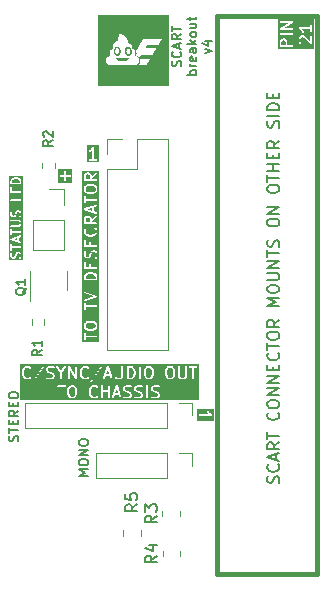
<source format=gbr>
%TF.GenerationSoftware,KiCad,Pcbnew,7.0.8*%
%TF.CreationDate,2024-05-06T13:54:13-04:00*%
%TF.ProjectId,scart breakout,73636172-7420-4627-9265-616b6f75742e,rev?*%
%TF.SameCoordinates,Original*%
%TF.FileFunction,Legend,Top*%
%TF.FilePolarity,Positive*%
%FSLAX46Y46*%
G04 Gerber Fmt 4.6, Leading zero omitted, Abs format (unit mm)*
G04 Created by KiCad (PCBNEW 7.0.8) date 2024-05-06 13:54:13*
%MOMM*%
%LPD*%
G01*
G04 APERTURE LIST*
%ADD10C,0.150000*%
%ADD11C,0.381000*%
%ADD12C,0.120000*%
G04 APERTURE END LIST*
D10*
G36*
X37420363Y-14734838D02*
G01*
X37450770Y-14765245D01*
X37485028Y-14833761D01*
X37485028Y-15122008D01*
X37111219Y-15122008D01*
X37111219Y-14833761D01*
X37145477Y-14765245D01*
X37175884Y-14734838D01*
X37244400Y-14700580D01*
X37351847Y-14700580D01*
X37420363Y-14734838D01*
G37*
G36*
X39864076Y-15414865D02*
G01*
X36818362Y-15414865D01*
X36818362Y-15197008D01*
X36961219Y-15197008D01*
X36967882Y-15215316D01*
X36971267Y-15234508D01*
X36976451Y-15238858D01*
X36978766Y-15245217D01*
X36995639Y-15254959D01*
X37010567Y-15267485D01*
X37020309Y-15269202D01*
X37023195Y-15270869D01*
X37026477Y-15270290D01*
X37036219Y-15272008D01*
X38036219Y-15272008D01*
X38084428Y-15254461D01*
X38110080Y-15210032D01*
X38101171Y-15159508D01*
X38061871Y-15126531D01*
X38036219Y-15122008D01*
X37635028Y-15122008D01*
X37635028Y-14816056D01*
X37633494Y-14811842D01*
X37634536Y-14807481D01*
X37630005Y-14792247D01*
X38571219Y-14792247D01*
X38572752Y-14796460D01*
X38571711Y-14800821D01*
X38579137Y-14825788D01*
X38626756Y-14921026D01*
X38627945Y-14922151D01*
X38640805Y-14940518D01*
X38688424Y-14988137D01*
X38734920Y-15009818D01*
X38784475Y-14996541D01*
X38813901Y-14954515D01*
X38809430Y-14903408D01*
X38794490Y-14882071D01*
X38755477Y-14843058D01*
X38721219Y-14774542D01*
X38721219Y-14571857D01*
X38755477Y-14503341D01*
X38785884Y-14472934D01*
X38854400Y-14438676D01*
X38919763Y-14438676D01*
X39034276Y-14476847D01*
X39593186Y-15035756D01*
X39613639Y-15045293D01*
X39633195Y-15056584D01*
X39636575Y-15055987D01*
X39639683Y-15057437D01*
X39661485Y-15051595D01*
X39683719Y-15047675D01*
X39685923Y-15045047D01*
X39689237Y-15044160D01*
X39702185Y-15025668D01*
X39716696Y-15008375D01*
X39717504Y-15003790D01*
X39718664Y-15002134D01*
X39718376Y-14998845D01*
X39721219Y-14982723D01*
X39721219Y-14363676D01*
X39703672Y-14315467D01*
X39659243Y-14289815D01*
X39608719Y-14298724D01*
X39575742Y-14338024D01*
X39571219Y-14363676D01*
X39571219Y-14801657D01*
X39127823Y-14358262D01*
X39123759Y-14356367D01*
X39121412Y-14352546D01*
X39098507Y-14340144D01*
X38955650Y-14292525D01*
X38954015Y-14292569D01*
X38931933Y-14288676D01*
X38836695Y-14288676D01*
X38832481Y-14290209D01*
X38828120Y-14289168D01*
X38803154Y-14296594D01*
X38707916Y-14344213D01*
X38706790Y-14345402D01*
X38688424Y-14358262D01*
X38640805Y-14405881D01*
X38640114Y-14407362D01*
X38626756Y-14425373D01*
X38579137Y-14520611D01*
X38578624Y-14525064D01*
X38575742Y-14528500D01*
X38571219Y-14554152D01*
X38571219Y-14792247D01*
X37630005Y-14792247D01*
X37627110Y-14782515D01*
X37579491Y-14687277D01*
X37578301Y-14686151D01*
X37565442Y-14667785D01*
X37517823Y-14620166D01*
X37516341Y-14619475D01*
X37498331Y-14606117D01*
X37403093Y-14558498D01*
X37398639Y-14557985D01*
X37395204Y-14555103D01*
X37369552Y-14550580D01*
X37226695Y-14550580D01*
X37222481Y-14552113D01*
X37218120Y-14551072D01*
X37193154Y-14558498D01*
X37097916Y-14606117D01*
X37096790Y-14607306D01*
X37078424Y-14620166D01*
X37030805Y-14667785D01*
X37030114Y-14669266D01*
X37016756Y-14687277D01*
X36969137Y-14782515D01*
X36968624Y-14786968D01*
X36965742Y-14790404D01*
X36961219Y-14816056D01*
X36961219Y-15197008D01*
X36818362Y-15197008D01*
X36818362Y-14183984D01*
X36962358Y-14183984D01*
X36971267Y-14234508D01*
X37010567Y-14267485D01*
X37036219Y-14272008D01*
X38036219Y-14272008D01*
X38084428Y-14254461D01*
X38110080Y-14210032D01*
X38101171Y-14159508D01*
X38061871Y-14126531D01*
X38036219Y-14122008D01*
X37036219Y-14122008D01*
X36988010Y-14139555D01*
X36962358Y-14183984D01*
X36818362Y-14183984D01*
X36818362Y-13707794D01*
X36962358Y-13707794D01*
X36965714Y-13726827D01*
X36965628Y-13746155D01*
X36970062Y-13751488D01*
X36971267Y-13758318D01*
X36986073Y-13770742D01*
X36998430Y-13785602D01*
X37005253Y-13786836D01*
X37010567Y-13791295D01*
X37036219Y-13795818D01*
X38036219Y-13795818D01*
X38084428Y-13778271D01*
X38110080Y-13733842D01*
X38102734Y-13692182D01*
X38571374Y-13692182D01*
X38577487Y-13713073D01*
X38581267Y-13734509D01*
X38584570Y-13737281D01*
X38585782Y-13741420D01*
X38604616Y-13759413D01*
X38741294Y-13850531D01*
X38822675Y-13931912D01*
X38864851Y-14016264D01*
X38902105Y-14051536D01*
X38953315Y-14054611D01*
X38994521Y-14024047D01*
X39006441Y-13974148D01*
X38999015Y-13949182D01*
X38951396Y-13853944D01*
X38950209Y-13852820D01*
X38937347Y-13834452D01*
X38874904Y-13772009D01*
X39571219Y-13772009D01*
X39571219Y-13982723D01*
X39588766Y-14030932D01*
X39633195Y-14056584D01*
X39683719Y-14047675D01*
X39716696Y-14008375D01*
X39721219Y-13982723D01*
X39721219Y-13411295D01*
X39703672Y-13363086D01*
X39659243Y-13337434D01*
X39608719Y-13346343D01*
X39575742Y-13385643D01*
X39571219Y-13411295D01*
X39571219Y-13622009D01*
X38646219Y-13622009D01*
X38642165Y-13623484D01*
X38637976Y-13622464D01*
X38618463Y-13632111D01*
X38598010Y-13639556D01*
X38595854Y-13643290D01*
X38591987Y-13645202D01*
X38583240Y-13665136D01*
X38572358Y-13683985D01*
X38573106Y-13688232D01*
X38571374Y-13692182D01*
X38102734Y-13692182D01*
X38101171Y-13683318D01*
X38061871Y-13650341D01*
X38036219Y-13645818D01*
X37318636Y-13645818D01*
X38073430Y-13214508D01*
X38077911Y-13209214D01*
X38084428Y-13206843D01*
X38094091Y-13190105D01*
X38106581Y-13175355D01*
X38106611Y-13168420D01*
X38110080Y-13162414D01*
X38106723Y-13143380D01*
X38106810Y-13124053D01*
X38102375Y-13118719D01*
X38101171Y-13111890D01*
X38086364Y-13099465D01*
X38074008Y-13084606D01*
X38067184Y-13083371D01*
X38061871Y-13078913D01*
X38036219Y-13074390D01*
X37036219Y-13074390D01*
X36988010Y-13091937D01*
X36962358Y-13136366D01*
X36971267Y-13186890D01*
X37010567Y-13219867D01*
X37036219Y-13224390D01*
X37753802Y-13224390D01*
X36999009Y-13655700D01*
X36994527Y-13660992D01*
X36988010Y-13663365D01*
X36978345Y-13680104D01*
X36965857Y-13694853D01*
X36965826Y-13701787D01*
X36962358Y-13707794D01*
X36818362Y-13707794D01*
X36818362Y-12931533D01*
X39864076Y-12931533D01*
X39864076Y-15414865D01*
G37*
G36*
X19425602Y-26781937D02*
G01*
X18230261Y-26781937D01*
X18230261Y-26171242D01*
X18373118Y-26171242D01*
X18382027Y-26221766D01*
X18421327Y-26254743D01*
X18446979Y-26259266D01*
X18752931Y-26259266D01*
X18752931Y-26565219D01*
X18770478Y-26613428D01*
X18814907Y-26639080D01*
X18865431Y-26630171D01*
X18898408Y-26590871D01*
X18902931Y-26565219D01*
X18902931Y-26259266D01*
X19208884Y-26259266D01*
X19257093Y-26241719D01*
X19282745Y-26197290D01*
X19273836Y-26146766D01*
X19234536Y-26113789D01*
X19208884Y-26109266D01*
X18902931Y-26109266D01*
X18902931Y-25803314D01*
X18885384Y-25755105D01*
X18840955Y-25729453D01*
X18790431Y-25738362D01*
X18757454Y-25777662D01*
X18752931Y-25803314D01*
X18752931Y-26109266D01*
X18446979Y-26109266D01*
X18398770Y-26126813D01*
X18373118Y-26171242D01*
X18230261Y-26171242D01*
X18230261Y-25586596D01*
X19425602Y-25586596D01*
X19425602Y-26781937D01*
G37*
G36*
X21278617Y-38656609D02*
G01*
X21350561Y-38728552D01*
X21384819Y-38797068D01*
X21384819Y-38952134D01*
X21350561Y-39020649D01*
X21278617Y-39092592D01*
X21117251Y-39132934D01*
X20802386Y-39132934D01*
X20641019Y-39092592D01*
X20569077Y-39020650D01*
X20534819Y-38952134D01*
X20534819Y-38797068D01*
X20569077Y-38728552D01*
X20641019Y-38656609D01*
X20802386Y-38616268D01*
X21117251Y-38616268D01*
X21278617Y-38656609D01*
G37*
G36*
X21195547Y-34516793D02*
G01*
X21272534Y-34555287D01*
X21346648Y-34629400D01*
X21384819Y-34743913D01*
X21384819Y-34894838D01*
X20534819Y-34894838D01*
X20534819Y-34743913D01*
X20572990Y-34629399D01*
X20647103Y-34555287D01*
X20724090Y-34516793D01*
X20897624Y-34473410D01*
X21022013Y-34473410D01*
X21195547Y-34516793D01*
G37*
G36*
X20843963Y-29745763D02*
G01*
X20874370Y-29776170D01*
X20908628Y-29844686D01*
X20908628Y-30132933D01*
X20534819Y-30132933D01*
X20534819Y-29844686D01*
X20569077Y-29776170D01*
X20599484Y-29745763D01*
X20668000Y-29711505D01*
X20775447Y-29711505D01*
X20843963Y-29745763D01*
G37*
G36*
X21099104Y-29151495D02*
G01*
X20696989Y-29017457D01*
X21099104Y-28883418D01*
X21099104Y-29151495D01*
G37*
G36*
X21278617Y-27085179D02*
G01*
X21350561Y-27157122D01*
X21384819Y-27225638D01*
X21384819Y-27380704D01*
X21350561Y-27449219D01*
X21278617Y-27521162D01*
X21117251Y-27561504D01*
X20802386Y-27561504D01*
X20641019Y-27521162D01*
X20569077Y-27449220D01*
X20534819Y-27380704D01*
X20534819Y-27225638D01*
X20569077Y-27157122D01*
X20641019Y-27085179D01*
X20802386Y-27044838D01*
X21117251Y-27044838D01*
X21278617Y-27085179D01*
G37*
G36*
X20843963Y-26079096D02*
G01*
X20874370Y-26109503D01*
X20908628Y-26178019D01*
X20908628Y-26466266D01*
X20534819Y-26466266D01*
X20534819Y-26178019D01*
X20569077Y-26109503D01*
X20599484Y-26079096D01*
X20668000Y-26044838D01*
X20775447Y-26044838D01*
X20843963Y-26079096D01*
G37*
G36*
X21677676Y-40281795D02*
G01*
X20241962Y-40281795D01*
X20241962Y-40065077D01*
X20384819Y-40065077D01*
X20402366Y-40113286D01*
X20446795Y-40138938D01*
X20497319Y-40130029D01*
X20530296Y-40090729D01*
X20534819Y-40065077D01*
X20534819Y-39854363D01*
X21459819Y-39854363D01*
X21508028Y-39836816D01*
X21533680Y-39792387D01*
X21524771Y-39741863D01*
X21485471Y-39708886D01*
X21459819Y-39704363D01*
X20534819Y-39704363D01*
X20534819Y-39493649D01*
X20517272Y-39445440D01*
X20472843Y-39419788D01*
X20422319Y-39428697D01*
X20389342Y-39467997D01*
X20384819Y-39493649D01*
X20384819Y-40065077D01*
X20241962Y-40065077D01*
X20241962Y-38969839D01*
X20384819Y-38969839D01*
X20386352Y-38974052D01*
X20385311Y-38978413D01*
X20392737Y-39003380D01*
X20440356Y-39098618D01*
X20441545Y-39099743D01*
X20454405Y-39118110D01*
X20549643Y-39213348D01*
X20556350Y-39216475D01*
X20560697Y-39222466D01*
X20584486Y-39233076D01*
X20774962Y-39280695D01*
X20778410Y-39280334D01*
X20793152Y-39282934D01*
X21126485Y-39282934D01*
X21129742Y-39281748D01*
X21144675Y-39280695D01*
X21335151Y-39233076D01*
X21341283Y-39228933D01*
X21348657Y-39228289D01*
X21369994Y-39213348D01*
X21465233Y-39118110D01*
X21465924Y-39116627D01*
X21479282Y-39098618D01*
X21526901Y-39003380D01*
X21527413Y-38998926D01*
X21530296Y-38995491D01*
X21534819Y-38969839D01*
X21534819Y-38779363D01*
X21533285Y-38775149D01*
X21534327Y-38770788D01*
X21526901Y-38745822D01*
X21479282Y-38650584D01*
X21478095Y-38649460D01*
X21465233Y-38631092D01*
X21369994Y-38535854D01*
X21363286Y-38532726D01*
X21358940Y-38526736D01*
X21335151Y-38516126D01*
X21144675Y-38468507D01*
X21141226Y-38468867D01*
X21126485Y-38466268D01*
X20793152Y-38466268D01*
X20789894Y-38467453D01*
X20774962Y-38468507D01*
X20584486Y-38516126D01*
X20578353Y-38520267D01*
X20570980Y-38520913D01*
X20549643Y-38535854D01*
X20454405Y-38631092D01*
X20453714Y-38632573D01*
X20440356Y-38650584D01*
X20392737Y-38745822D01*
X20392224Y-38750275D01*
X20389342Y-38753711D01*
X20384819Y-38779363D01*
X20384819Y-38969839D01*
X20241962Y-38969839D01*
X20241962Y-37493648D01*
X20384819Y-37493648D01*
X20402366Y-37541857D01*
X20446795Y-37567509D01*
X20497319Y-37558600D01*
X20530296Y-37519300D01*
X20534819Y-37493648D01*
X20534819Y-37282934D01*
X21459819Y-37282934D01*
X21508028Y-37265387D01*
X21533680Y-37220958D01*
X21524771Y-37170434D01*
X21485471Y-37137457D01*
X21459819Y-37132934D01*
X20534819Y-37132934D01*
X20534819Y-36922220D01*
X20517272Y-36874011D01*
X20472843Y-36848359D01*
X20422319Y-36857268D01*
X20389342Y-36896568D01*
X20384819Y-36922220D01*
X20384819Y-37493648D01*
X20241962Y-37493648D01*
X20241962Y-36742744D01*
X20385630Y-36742744D01*
X20410059Y-36787858D01*
X20457770Y-36806715D01*
X20483536Y-36802894D01*
X21483536Y-36469561D01*
X21485227Y-36468218D01*
X21487385Y-36468160D01*
X21505137Y-36452418D01*
X21523722Y-36437670D01*
X21524154Y-36435555D01*
X21525771Y-36434122D01*
X21529250Y-36410653D01*
X21534008Y-36387409D01*
X21532979Y-36385509D01*
X21533296Y-36383374D01*
X21520875Y-36363156D01*
X21509579Y-36342295D01*
X21507571Y-36341501D01*
X21506441Y-36339661D01*
X21483536Y-36327259D01*
X20483536Y-35993926D01*
X20432252Y-35995327D01*
X20393867Y-36029364D01*
X20386342Y-36080113D01*
X20413197Y-36123825D01*
X20436102Y-36136228D01*
X21222648Y-36398410D01*
X20436102Y-36660592D01*
X20395916Y-36692483D01*
X20385630Y-36742744D01*
X20241962Y-36742744D01*
X20241962Y-34969838D01*
X20384819Y-34969838D01*
X20391482Y-34988146D01*
X20394867Y-35007338D01*
X20400051Y-35011688D01*
X20402366Y-35018047D01*
X20419239Y-35027789D01*
X20434167Y-35040315D01*
X20443909Y-35042032D01*
X20446795Y-35043699D01*
X20450077Y-35043120D01*
X20459819Y-35044838D01*
X21459819Y-35044838D01*
X21478127Y-35038174D01*
X21497319Y-35034790D01*
X21501669Y-35029605D01*
X21508028Y-35027291D01*
X21517770Y-35010417D01*
X21530296Y-34995490D01*
X21532013Y-34985747D01*
X21533680Y-34982862D01*
X21533101Y-34979579D01*
X21534819Y-34969838D01*
X21534819Y-34731743D01*
X21534259Y-34730205D01*
X21530970Y-34708025D01*
X21483351Y-34565169D01*
X21480564Y-34561658D01*
X21480174Y-34557190D01*
X21465233Y-34535853D01*
X21369994Y-34440615D01*
X21368512Y-34439924D01*
X21350502Y-34426566D01*
X21255264Y-34378947D01*
X21251735Y-34378540D01*
X21239913Y-34373268D01*
X21049437Y-34325649D01*
X21045988Y-34326009D01*
X21031247Y-34323410D01*
X20888390Y-34323410D01*
X20885132Y-34324595D01*
X20870200Y-34325649D01*
X20679724Y-34373268D01*
X20676779Y-34375256D01*
X20664373Y-34378947D01*
X20569135Y-34426566D01*
X20568011Y-34427752D01*
X20549643Y-34440615D01*
X20454405Y-34535853D01*
X20452510Y-34539916D01*
X20448689Y-34542264D01*
X20436287Y-34565169D01*
X20388668Y-34708026D01*
X20388712Y-34709660D01*
X20384819Y-34731743D01*
X20384819Y-34969838D01*
X20241962Y-34969838D01*
X20241962Y-33969838D01*
X20384819Y-33969838D01*
X20391482Y-33988146D01*
X20394867Y-34007338D01*
X20400051Y-34011688D01*
X20402366Y-34018047D01*
X20419239Y-34027789D01*
X20434167Y-34040315D01*
X20443909Y-34042032D01*
X20446795Y-34043699D01*
X20450077Y-34043120D01*
X20459819Y-34044838D01*
X21459819Y-34044838D01*
X21478127Y-34038174D01*
X21497319Y-34034790D01*
X21501669Y-34029605D01*
X21508028Y-34027291D01*
X21517770Y-34010417D01*
X21530296Y-33995490D01*
X21532013Y-33985747D01*
X21533680Y-33982862D01*
X21533101Y-33979579D01*
X21534819Y-33969838D01*
X21534819Y-33493648D01*
X21517272Y-33445439D01*
X21472843Y-33419787D01*
X21422319Y-33428696D01*
X21389342Y-33467996D01*
X21384819Y-33493648D01*
X21384819Y-33894838D01*
X21011009Y-33894838D01*
X21011009Y-33636505D01*
X20993462Y-33588296D01*
X20949033Y-33562644D01*
X20898509Y-33571553D01*
X20865532Y-33610853D01*
X20861009Y-33636505D01*
X20861009Y-33894838D01*
X20534819Y-33894838D01*
X20534819Y-33493648D01*
X20517272Y-33445439D01*
X20472843Y-33419787D01*
X20422319Y-33428696D01*
X20389342Y-33467996D01*
X20384819Y-33493648D01*
X20384819Y-33969838D01*
X20241962Y-33969838D01*
X20241962Y-32922219D01*
X20384819Y-32922219D01*
X20386352Y-32926432D01*
X20385311Y-32930793D01*
X20392737Y-32955760D01*
X20440356Y-33050998D01*
X20441545Y-33052123D01*
X20454405Y-33070490D01*
X20502024Y-33118109D01*
X20503505Y-33118800D01*
X20521516Y-33132158D01*
X20616754Y-33179777D01*
X20621207Y-33180289D01*
X20624643Y-33183172D01*
X20650295Y-33187695D01*
X20745533Y-33187695D01*
X20749746Y-33186161D01*
X20754107Y-33187203D01*
X20779074Y-33179777D01*
X20874312Y-33132158D01*
X20875437Y-33130968D01*
X20893804Y-33118109D01*
X20941423Y-33070490D01*
X20942114Y-33069008D01*
X20955472Y-33050998D01*
X21003091Y-32955760D01*
X21003497Y-32952231D01*
X21008770Y-32940409D01*
X21054392Y-32757919D01*
X21092886Y-32680932D01*
X21123293Y-32650525D01*
X21191809Y-32616267D01*
X21251637Y-32616267D01*
X21320153Y-32650525D01*
X21350561Y-32680932D01*
X21384819Y-32749448D01*
X21384819Y-32957668D01*
X21341049Y-33088978D01*
X21342450Y-33140262D01*
X21376487Y-33178647D01*
X21427236Y-33186172D01*
X21470948Y-33159317D01*
X21483351Y-33136412D01*
X21530970Y-32993556D01*
X21530925Y-32991920D01*
X21534819Y-32969838D01*
X21534819Y-32731743D01*
X21533285Y-32727529D01*
X21534327Y-32723168D01*
X21526901Y-32698202D01*
X21479282Y-32602964D01*
X21478094Y-32601839D01*
X21465232Y-32583471D01*
X21417612Y-32535852D01*
X21416129Y-32535160D01*
X21398121Y-32521804D01*
X21302883Y-32474185D01*
X21298429Y-32473672D01*
X21294994Y-32470790D01*
X21269342Y-32466267D01*
X21174104Y-32466267D01*
X21169890Y-32467800D01*
X21165529Y-32466759D01*
X21140563Y-32474185D01*
X21045325Y-32521804D01*
X21044199Y-32522993D01*
X21025833Y-32535853D01*
X20978214Y-32583472D01*
X20977523Y-32584953D01*
X20964165Y-32602964D01*
X20916546Y-32698202D01*
X20916139Y-32701730D01*
X20910867Y-32713553D01*
X20865244Y-32896043D01*
X20826751Y-32973030D01*
X20796344Y-33003437D01*
X20727828Y-33037695D01*
X20668000Y-33037695D01*
X20599484Y-33003437D01*
X20569077Y-32973030D01*
X20534819Y-32904514D01*
X20534819Y-32696294D01*
X20578589Y-32564985D01*
X20577188Y-32513701D01*
X20543150Y-32475315D01*
X20492402Y-32467790D01*
X20448689Y-32494645D01*
X20436287Y-32517550D01*
X20388668Y-32660407D01*
X20388712Y-32662041D01*
X20384819Y-32684124D01*
X20384819Y-32922219D01*
X20241962Y-32922219D01*
X20241962Y-32112695D01*
X20384819Y-32112695D01*
X20391482Y-32131003D01*
X20394867Y-32150195D01*
X20400051Y-32154545D01*
X20402366Y-32160904D01*
X20419239Y-32170646D01*
X20434167Y-32183172D01*
X20443909Y-32184889D01*
X20446795Y-32186556D01*
X20450077Y-32185977D01*
X20459819Y-32187695D01*
X21459819Y-32187695D01*
X21478127Y-32181031D01*
X21497319Y-32177647D01*
X21501669Y-32172462D01*
X21508028Y-32170148D01*
X21517770Y-32153274D01*
X21530296Y-32138347D01*
X21532013Y-32128604D01*
X21533680Y-32125719D01*
X21533101Y-32122436D01*
X21534819Y-32112695D01*
X21534819Y-31636505D01*
X21517272Y-31588296D01*
X21472843Y-31562644D01*
X21422319Y-31571553D01*
X21389342Y-31610853D01*
X21384819Y-31636505D01*
X21384819Y-32037695D01*
X21011009Y-32037695D01*
X21011009Y-31779362D01*
X20993462Y-31731153D01*
X20949033Y-31705501D01*
X20898509Y-31714410D01*
X20865532Y-31753710D01*
X20861009Y-31779362D01*
X20861009Y-32037695D01*
X20534819Y-32037695D01*
X20534819Y-31636505D01*
X20517272Y-31588296D01*
X20472843Y-31562644D01*
X20422319Y-31571553D01*
X20389342Y-31610853D01*
X20384819Y-31636505D01*
X20384819Y-32112695D01*
X20241962Y-32112695D01*
X20241962Y-30922219D01*
X20384819Y-30922219D01*
X20385379Y-30923757D01*
X20388668Y-30945936D01*
X20436287Y-31088793D01*
X20439074Y-31092305D01*
X20439465Y-31096772D01*
X20454405Y-31118109D01*
X20549643Y-31213347D01*
X20551124Y-31214037D01*
X20569135Y-31227396D01*
X20664373Y-31275015D01*
X20667901Y-31275421D01*
X20679724Y-31280694D01*
X20870200Y-31328313D01*
X20873648Y-31327952D01*
X20888390Y-31330552D01*
X21031247Y-31330552D01*
X21034504Y-31329366D01*
X21049437Y-31328313D01*
X21239913Y-31280694D01*
X21242857Y-31278705D01*
X21255264Y-31275015D01*
X21350502Y-31227396D01*
X21351625Y-31226209D01*
X21369994Y-31213347D01*
X21465233Y-31118109D01*
X21467128Y-31114044D01*
X21470948Y-31111698D01*
X21483351Y-31088793D01*
X21530970Y-30945937D01*
X21530925Y-30944301D01*
X21534819Y-30922219D01*
X21534819Y-30826981D01*
X21534259Y-30825443D01*
X21530970Y-30803263D01*
X21483351Y-30660407D01*
X21480563Y-30656895D01*
X21480173Y-30652427D01*
X21465232Y-30631090D01*
X21417612Y-30583471D01*
X21371116Y-30561791D01*
X21321561Y-30575068D01*
X21292135Y-30617094D01*
X21296607Y-30668202D01*
X21311548Y-30689539D01*
X21346648Y-30724638D01*
X21384819Y-30839151D01*
X21384819Y-30910049D01*
X21346648Y-31024561D01*
X21272534Y-31098674D01*
X21195547Y-31137168D01*
X21022013Y-31180552D01*
X20897624Y-31180552D01*
X20724090Y-31137168D01*
X20647103Y-31098675D01*
X20572990Y-31024562D01*
X20534819Y-30910048D01*
X20534819Y-30839151D01*
X20572990Y-30724637D01*
X20608090Y-30689538D01*
X20629771Y-30643042D01*
X20616494Y-30593487D01*
X20574468Y-30564061D01*
X20523361Y-30568532D01*
X20502024Y-30583472D01*
X20454405Y-30631091D01*
X20452510Y-30635154D01*
X20448689Y-30637502D01*
X20436287Y-30660407D01*
X20388668Y-30803264D01*
X20388712Y-30804898D01*
X20384819Y-30826981D01*
X20384819Y-30922219D01*
X20241962Y-30922219D01*
X20241962Y-30207933D01*
X20384819Y-30207933D01*
X20391482Y-30226241D01*
X20394867Y-30245433D01*
X20400051Y-30249783D01*
X20402366Y-30256142D01*
X20419239Y-30265884D01*
X20434167Y-30278410D01*
X20443909Y-30280127D01*
X20446795Y-30281794D01*
X20450077Y-30281215D01*
X20459819Y-30282933D01*
X21459819Y-30282933D01*
X21508028Y-30265386D01*
X21533680Y-30220957D01*
X21524771Y-30170433D01*
X21485471Y-30137456D01*
X21459819Y-30132933D01*
X21058628Y-30132933D01*
X21058628Y-30008887D01*
X21502829Y-29697947D01*
X21532261Y-29655926D01*
X21527797Y-29604818D01*
X21491525Y-29568536D01*
X21440418Y-29564057D01*
X21416810Y-29575062D01*
X21058282Y-29826031D01*
X21057094Y-29822767D01*
X21058136Y-29818406D01*
X21050710Y-29793440D01*
X21003091Y-29698202D01*
X21001901Y-29697076D01*
X20989042Y-29678710D01*
X20941423Y-29631091D01*
X20939941Y-29630400D01*
X20921931Y-29617042D01*
X20826693Y-29569423D01*
X20822239Y-29568910D01*
X20818804Y-29566028D01*
X20793152Y-29561505D01*
X20650295Y-29561505D01*
X20646081Y-29563038D01*
X20641720Y-29561997D01*
X20616754Y-29569423D01*
X20521516Y-29617042D01*
X20520390Y-29618231D01*
X20502024Y-29631091D01*
X20454405Y-29678710D01*
X20453714Y-29680191D01*
X20440356Y-29698202D01*
X20392737Y-29793440D01*
X20392224Y-29797893D01*
X20389342Y-29801329D01*
X20384819Y-29826981D01*
X20384819Y-30207933D01*
X20241962Y-30207933D01*
X20241962Y-29028458D01*
X20385630Y-29028458D01*
X20386658Y-29030357D01*
X20386342Y-29032493D01*
X20398760Y-29052706D01*
X20410059Y-29073572D01*
X20412066Y-29074365D01*
X20413197Y-29076205D01*
X20436102Y-29088608D01*
X21436102Y-29421941D01*
X21487385Y-29420540D01*
X21525771Y-29386502D01*
X21533296Y-29335754D01*
X21506441Y-29292041D01*
X21483536Y-29279639D01*
X21249104Y-29201495D01*
X21249104Y-28833418D01*
X21483536Y-28755275D01*
X21523722Y-28723384D01*
X21534008Y-28673123D01*
X21509579Y-28628009D01*
X21461867Y-28609152D01*
X21436102Y-28612973D01*
X20436102Y-28946306D01*
X20434410Y-28947648D01*
X20432252Y-28947707D01*
X20414490Y-28963456D01*
X20395916Y-28978197D01*
X20395483Y-28980310D01*
X20393867Y-28981744D01*
X20390386Y-29005214D01*
X20385630Y-29028458D01*
X20241962Y-29028458D01*
X20241962Y-28493647D01*
X20384819Y-28493647D01*
X20402366Y-28541856D01*
X20446795Y-28567508D01*
X20497319Y-28558599D01*
X20530296Y-28519299D01*
X20534819Y-28493647D01*
X20534819Y-28282933D01*
X21459819Y-28282933D01*
X21508028Y-28265386D01*
X21533680Y-28220957D01*
X21524771Y-28170433D01*
X21485471Y-28137456D01*
X21459819Y-28132933D01*
X20534819Y-28132933D01*
X20534819Y-27922219D01*
X20517272Y-27874010D01*
X20472843Y-27848358D01*
X20422319Y-27857267D01*
X20389342Y-27896567D01*
X20384819Y-27922219D01*
X20384819Y-28493647D01*
X20241962Y-28493647D01*
X20241962Y-27398409D01*
X20384819Y-27398409D01*
X20386352Y-27402622D01*
X20385311Y-27406983D01*
X20392737Y-27431950D01*
X20440356Y-27527188D01*
X20441545Y-27528313D01*
X20454405Y-27546680D01*
X20549643Y-27641918D01*
X20556350Y-27645045D01*
X20560697Y-27651036D01*
X20584486Y-27661646D01*
X20774962Y-27709265D01*
X20778410Y-27708904D01*
X20793152Y-27711504D01*
X21126485Y-27711504D01*
X21129742Y-27710318D01*
X21144675Y-27709265D01*
X21335151Y-27661646D01*
X21341283Y-27657503D01*
X21348657Y-27656859D01*
X21369994Y-27641918D01*
X21465233Y-27546680D01*
X21465924Y-27545197D01*
X21479282Y-27527188D01*
X21526901Y-27431950D01*
X21527413Y-27427496D01*
X21530296Y-27424061D01*
X21534819Y-27398409D01*
X21534819Y-27207933D01*
X21533285Y-27203719D01*
X21534327Y-27199358D01*
X21526901Y-27174392D01*
X21479282Y-27079154D01*
X21478095Y-27078030D01*
X21465233Y-27059662D01*
X21369994Y-26964424D01*
X21363286Y-26961296D01*
X21358940Y-26955306D01*
X21335151Y-26944696D01*
X21144675Y-26897077D01*
X21141226Y-26897437D01*
X21126485Y-26894838D01*
X20793152Y-26894838D01*
X20789894Y-26896023D01*
X20774962Y-26897077D01*
X20584486Y-26944696D01*
X20578353Y-26948837D01*
X20570980Y-26949483D01*
X20549643Y-26964424D01*
X20454405Y-27059662D01*
X20453714Y-27061143D01*
X20440356Y-27079154D01*
X20392737Y-27174392D01*
X20392224Y-27178845D01*
X20389342Y-27182281D01*
X20384819Y-27207933D01*
X20384819Y-27398409D01*
X20241962Y-27398409D01*
X20241962Y-26541266D01*
X20384819Y-26541266D01*
X20391482Y-26559574D01*
X20394867Y-26578766D01*
X20400051Y-26583116D01*
X20402366Y-26589475D01*
X20419239Y-26599217D01*
X20434167Y-26611743D01*
X20443909Y-26613460D01*
X20446795Y-26615127D01*
X20450077Y-26614548D01*
X20459819Y-26616266D01*
X21459819Y-26616266D01*
X21508028Y-26598719D01*
X21533680Y-26554290D01*
X21524771Y-26503766D01*
X21485471Y-26470789D01*
X21459819Y-26466266D01*
X21058628Y-26466266D01*
X21058628Y-26342220D01*
X21502829Y-26031280D01*
X21532261Y-25989259D01*
X21527797Y-25938151D01*
X21491525Y-25901869D01*
X21440418Y-25897390D01*
X21416810Y-25908395D01*
X21058282Y-26159364D01*
X21057094Y-26156100D01*
X21058136Y-26151739D01*
X21050710Y-26126773D01*
X21003091Y-26031535D01*
X21001901Y-26030409D01*
X20989042Y-26012043D01*
X20941423Y-25964424D01*
X20939941Y-25963733D01*
X20921931Y-25950375D01*
X20826693Y-25902756D01*
X20822239Y-25902243D01*
X20818804Y-25899361D01*
X20793152Y-25894838D01*
X20650295Y-25894838D01*
X20646081Y-25896371D01*
X20641720Y-25895330D01*
X20616754Y-25902756D01*
X20521516Y-25950375D01*
X20520390Y-25951564D01*
X20502024Y-25964424D01*
X20454405Y-26012043D01*
X20453714Y-26013524D01*
X20440356Y-26031535D01*
X20392737Y-26126773D01*
X20392224Y-26131226D01*
X20389342Y-26134662D01*
X20384819Y-26160314D01*
X20384819Y-26541266D01*
X20241962Y-26541266D01*
X20241962Y-25751981D01*
X21677676Y-25751981D01*
X21677676Y-40281795D01*
G37*
X20747695Y-51577639D02*
X19947695Y-51577639D01*
X19947695Y-51577639D02*
X20519123Y-51310973D01*
X20519123Y-51310973D02*
X19947695Y-51044306D01*
X19947695Y-51044306D02*
X20747695Y-51044306D01*
X19947695Y-50510972D02*
X19947695Y-50358591D01*
X19947695Y-50358591D02*
X19985790Y-50282401D01*
X19985790Y-50282401D02*
X20061980Y-50206210D01*
X20061980Y-50206210D02*
X20214361Y-50168115D01*
X20214361Y-50168115D02*
X20481028Y-50168115D01*
X20481028Y-50168115D02*
X20633409Y-50206210D01*
X20633409Y-50206210D02*
X20709600Y-50282401D01*
X20709600Y-50282401D02*
X20747695Y-50358591D01*
X20747695Y-50358591D02*
X20747695Y-50510972D01*
X20747695Y-50510972D02*
X20709600Y-50587163D01*
X20709600Y-50587163D02*
X20633409Y-50663353D01*
X20633409Y-50663353D02*
X20481028Y-50701449D01*
X20481028Y-50701449D02*
X20214361Y-50701449D01*
X20214361Y-50701449D02*
X20061980Y-50663353D01*
X20061980Y-50663353D02*
X19985790Y-50587163D01*
X19985790Y-50587163D02*
X19947695Y-50510972D01*
X20747695Y-49825258D02*
X19947695Y-49825258D01*
X19947695Y-49825258D02*
X20747695Y-49368115D01*
X20747695Y-49368115D02*
X19947695Y-49368115D01*
X19947695Y-48834782D02*
X19947695Y-48682401D01*
X19947695Y-48682401D02*
X19985790Y-48606211D01*
X19985790Y-48606211D02*
X20061980Y-48530020D01*
X20061980Y-48530020D02*
X20214361Y-48491925D01*
X20214361Y-48491925D02*
X20481028Y-48491925D01*
X20481028Y-48491925D02*
X20633409Y-48530020D01*
X20633409Y-48530020D02*
X20709600Y-48606211D01*
X20709600Y-48606211D02*
X20747695Y-48682401D01*
X20747695Y-48682401D02*
X20747695Y-48834782D01*
X20747695Y-48834782D02*
X20709600Y-48910973D01*
X20709600Y-48910973D02*
X20633409Y-48987163D01*
X20633409Y-48987163D02*
X20481028Y-49025259D01*
X20481028Y-49025259D02*
X20214361Y-49025259D01*
X20214361Y-49025259D02*
X20061980Y-48987163D01*
X20061980Y-48987163D02*
X19985790Y-48910973D01*
X19985790Y-48910973D02*
X19947695Y-48834782D01*
G36*
X19556801Y-44064077D02*
G01*
X19628743Y-44136019D01*
X19669085Y-44297386D01*
X19669085Y-44612251D01*
X19628743Y-44773617D01*
X19556800Y-44845561D01*
X19488285Y-44879819D01*
X19333219Y-44879819D01*
X19264703Y-44845561D01*
X19192760Y-44773617D01*
X19152419Y-44612251D01*
X19152419Y-44297386D01*
X19192760Y-44136019D01*
X19264703Y-44064077D01*
X19333219Y-44029819D01*
X19488285Y-44029819D01*
X19556801Y-44064077D01*
G37*
G36*
X23306695Y-44594104D02*
G01*
X23038619Y-44594104D01*
X23172657Y-44191989D01*
X23306695Y-44594104D01*
G37*
G36*
X24465476Y-42457990D02*
G01*
X24539589Y-42532103D01*
X24578082Y-42609090D01*
X24621466Y-42782624D01*
X24621466Y-42907013D01*
X24578082Y-43080547D01*
X24539588Y-43157534D01*
X24465476Y-43231647D01*
X24350963Y-43269819D01*
X24200038Y-43269819D01*
X24200038Y-42419819D01*
X24350963Y-42419819D01*
X24465476Y-42457990D01*
G37*
G36*
X26032991Y-42454077D02*
G01*
X26104933Y-42526019D01*
X26145275Y-42687386D01*
X26145275Y-43002251D01*
X26104933Y-43163617D01*
X26032990Y-43235561D01*
X25964475Y-43269819D01*
X25809409Y-43269819D01*
X25740893Y-43235561D01*
X25668950Y-43163617D01*
X25628609Y-43002251D01*
X25628609Y-42687386D01*
X25668950Y-42526019D01*
X25740893Y-42454077D01*
X25809409Y-42419819D01*
X25964475Y-42419819D01*
X26032991Y-42454077D01*
G37*
G36*
X27842515Y-42454077D02*
G01*
X27914457Y-42526019D01*
X27954799Y-42687386D01*
X27954799Y-43002251D01*
X27914457Y-43163617D01*
X27842514Y-43235561D01*
X27773999Y-43269819D01*
X27618933Y-43269819D01*
X27550417Y-43235561D01*
X27478474Y-43163617D01*
X27438133Y-43002251D01*
X27438133Y-42687386D01*
X27478474Y-42526019D01*
X27550417Y-42454077D01*
X27618933Y-42419819D01*
X27773999Y-42419819D01*
X27842515Y-42454077D01*
G37*
G36*
X22544790Y-42984104D02*
G01*
X22276714Y-42984104D01*
X22410752Y-42581989D01*
X22544790Y-42984104D01*
G37*
G36*
X30151279Y-45172676D02*
G01*
X15002419Y-45172676D01*
X15002419Y-43941795D01*
X18146415Y-43941795D01*
X18155324Y-43992319D01*
X18194624Y-44025296D01*
X18220276Y-44029819D01*
X18430990Y-44029819D01*
X18430990Y-44954819D01*
X18448537Y-45003028D01*
X18492966Y-45028680D01*
X18543490Y-45019771D01*
X18576467Y-44980471D01*
X18580990Y-44954819D01*
X18580990Y-44621485D01*
X19002419Y-44621485D01*
X19003604Y-44624742D01*
X19004658Y-44639675D01*
X19052277Y-44830151D01*
X19056419Y-44836283D01*
X19057064Y-44843657D01*
X19072005Y-44864994D01*
X19167243Y-44960233D01*
X19168725Y-44960924D01*
X19186735Y-44974282D01*
X19281973Y-45021901D01*
X19286426Y-45022413D01*
X19289862Y-45025296D01*
X19315514Y-45029819D01*
X19505990Y-45029819D01*
X19510203Y-45028285D01*
X19514564Y-45029327D01*
X19539531Y-45021901D01*
X19634769Y-44974282D01*
X19635894Y-44973092D01*
X19654261Y-44960233D01*
X19749500Y-44864993D01*
X19752627Y-44858285D01*
X19758617Y-44853940D01*
X19769227Y-44830151D01*
X19816846Y-44639675D01*
X19816485Y-44636226D01*
X19819085Y-44621485D01*
X19819085Y-44526247D01*
X20811943Y-44526247D01*
X20813128Y-44529504D01*
X20814182Y-44544437D01*
X20861801Y-44734913D01*
X20863789Y-44737857D01*
X20867480Y-44750264D01*
X20915099Y-44845502D01*
X20916285Y-44846625D01*
X20929148Y-44864994D01*
X21024386Y-44960233D01*
X21028450Y-44962128D01*
X21030797Y-44965948D01*
X21053702Y-44978351D01*
X21196558Y-45025970D01*
X21198193Y-45025925D01*
X21220276Y-45029819D01*
X21315514Y-45029819D01*
X21317052Y-45029258D01*
X21339231Y-45025970D01*
X21482088Y-44978351D01*
X21485599Y-44975563D01*
X21490068Y-44975173D01*
X21511405Y-44960232D01*
X21516818Y-44954819D01*
X21859562Y-44954819D01*
X21877109Y-45003028D01*
X21921538Y-45028680D01*
X21972062Y-45019771D01*
X22005039Y-44980471D01*
X22009562Y-44954819D01*
X22009562Y-44506009D01*
X22430990Y-44506009D01*
X22430990Y-44954819D01*
X22448537Y-45003028D01*
X22492966Y-45028680D01*
X22543490Y-45019771D01*
X22576467Y-44980471D01*
X22580990Y-44954819D01*
X22580990Y-44931102D01*
X22768173Y-44931102D01*
X22769574Y-44982386D01*
X22803611Y-45020771D01*
X22854360Y-45028296D01*
X22898072Y-45001441D01*
X22910475Y-44978536D01*
X22988619Y-44744104D01*
X23356695Y-44744104D01*
X23434839Y-44978536D01*
X23466730Y-45018722D01*
X23516991Y-45029008D01*
X23562105Y-45004579D01*
X23580962Y-44956867D01*
X23577141Y-44931102D01*
X23346952Y-44240533D01*
X23716705Y-44240533D01*
X23718238Y-44244746D01*
X23717197Y-44249107D01*
X23724623Y-44274074D01*
X23772242Y-44369312D01*
X23773431Y-44370437D01*
X23786291Y-44388804D01*
X23833910Y-44436423D01*
X23835391Y-44437114D01*
X23853402Y-44450472D01*
X23948640Y-44498091D01*
X23952168Y-44498497D01*
X23963991Y-44503770D01*
X24146481Y-44549392D01*
X24223468Y-44587886D01*
X24253875Y-44618293D01*
X24288133Y-44686809D01*
X24288133Y-44746637D01*
X24253874Y-44815153D01*
X24223467Y-44845561D01*
X24154952Y-44879819D01*
X23946732Y-44879819D01*
X23815422Y-44836049D01*
X23764138Y-44837450D01*
X23725753Y-44871487D01*
X23718228Y-44922236D01*
X23745083Y-44965948D01*
X23767988Y-44978351D01*
X23910844Y-45025970D01*
X23912479Y-45025925D01*
X23934562Y-45029819D01*
X24172657Y-45029819D01*
X24176870Y-45028285D01*
X24181231Y-45029327D01*
X24206198Y-45021901D01*
X24301436Y-44974282D01*
X24302560Y-44973094D01*
X24320929Y-44960232D01*
X24368547Y-44912613D01*
X24369237Y-44911131D01*
X24382596Y-44893121D01*
X24430215Y-44797883D01*
X24430727Y-44793429D01*
X24433610Y-44789994D01*
X24438133Y-44764342D01*
X24438133Y-44669104D01*
X24436599Y-44664890D01*
X24437641Y-44660529D01*
X24430215Y-44635563D01*
X24382596Y-44540325D01*
X24381406Y-44539199D01*
X24368547Y-44520833D01*
X24320928Y-44473214D01*
X24319446Y-44472523D01*
X24301436Y-44459165D01*
X24206198Y-44411546D01*
X24202669Y-44411139D01*
X24190847Y-44405867D01*
X24008357Y-44360244D01*
X23931370Y-44321751D01*
X23900963Y-44291344D01*
X23875557Y-44240533D01*
X24669086Y-44240533D01*
X24670619Y-44244746D01*
X24669578Y-44249107D01*
X24677004Y-44274074D01*
X24724623Y-44369312D01*
X24725812Y-44370437D01*
X24738672Y-44388804D01*
X24786291Y-44436423D01*
X24787772Y-44437114D01*
X24805783Y-44450472D01*
X24901021Y-44498091D01*
X24904549Y-44498497D01*
X24916372Y-44503770D01*
X25098862Y-44549392D01*
X25175849Y-44587886D01*
X25206256Y-44618293D01*
X25240514Y-44686809D01*
X25240514Y-44746637D01*
X25206255Y-44815153D01*
X25175848Y-44845561D01*
X25107333Y-44879819D01*
X24899113Y-44879819D01*
X24767803Y-44836049D01*
X24716519Y-44837450D01*
X24678134Y-44871487D01*
X24670609Y-44922236D01*
X24697464Y-44965948D01*
X24720369Y-44978351D01*
X24863225Y-45025970D01*
X24864860Y-45025925D01*
X24886943Y-45029819D01*
X25125038Y-45029819D01*
X25129251Y-45028285D01*
X25133612Y-45029327D01*
X25158579Y-45021901D01*
X25253817Y-44974282D01*
X25254941Y-44973094D01*
X25273310Y-44960232D01*
X25278723Y-44954819D01*
X25669086Y-44954819D01*
X25686633Y-45003028D01*
X25731062Y-45028680D01*
X25781586Y-45019771D01*
X25814563Y-44980471D01*
X25819086Y-44954819D01*
X25819086Y-44240533D01*
X26097657Y-44240533D01*
X26099190Y-44244746D01*
X26098149Y-44249107D01*
X26105575Y-44274074D01*
X26153194Y-44369312D01*
X26154383Y-44370437D01*
X26167243Y-44388804D01*
X26214862Y-44436423D01*
X26216343Y-44437114D01*
X26234354Y-44450472D01*
X26329592Y-44498091D01*
X26333120Y-44498497D01*
X26344943Y-44503770D01*
X26527433Y-44549392D01*
X26604420Y-44587886D01*
X26634827Y-44618293D01*
X26669085Y-44686809D01*
X26669085Y-44746637D01*
X26634826Y-44815153D01*
X26604419Y-44845561D01*
X26535904Y-44879819D01*
X26327684Y-44879819D01*
X26196374Y-44836049D01*
X26145090Y-44837450D01*
X26106705Y-44871487D01*
X26099180Y-44922236D01*
X26126035Y-44965948D01*
X26148940Y-44978351D01*
X26291796Y-45025970D01*
X26293431Y-45025925D01*
X26315514Y-45029819D01*
X26553609Y-45029819D01*
X26557822Y-45028285D01*
X26562183Y-45029327D01*
X26587150Y-45021901D01*
X26682388Y-44974282D01*
X26683512Y-44973094D01*
X26701881Y-44960232D01*
X26749499Y-44912613D01*
X26750189Y-44911131D01*
X26763548Y-44893121D01*
X26811167Y-44797883D01*
X26811679Y-44793429D01*
X26814562Y-44789994D01*
X26819085Y-44764342D01*
X26819085Y-44669104D01*
X26817551Y-44664890D01*
X26818593Y-44660529D01*
X26811167Y-44635563D01*
X26763548Y-44540325D01*
X26762358Y-44539199D01*
X26749499Y-44520833D01*
X26701880Y-44473214D01*
X26700398Y-44472523D01*
X26682388Y-44459165D01*
X26587150Y-44411546D01*
X26583621Y-44411139D01*
X26571799Y-44405867D01*
X26389309Y-44360244D01*
X26312322Y-44321751D01*
X26281915Y-44291344D01*
X26247657Y-44222828D01*
X26247657Y-44163000D01*
X26281915Y-44094484D01*
X26312322Y-44064077D01*
X26380838Y-44029819D01*
X26589058Y-44029819D01*
X26720367Y-44073589D01*
X26771651Y-44072188D01*
X26810037Y-44038150D01*
X26817562Y-43987402D01*
X26790707Y-43943689D01*
X26767802Y-43931287D01*
X26624945Y-43883668D01*
X26623310Y-43883712D01*
X26601228Y-43879819D01*
X26363133Y-43879819D01*
X26358919Y-43881352D01*
X26354558Y-43880311D01*
X26329592Y-43887737D01*
X26234354Y-43935356D01*
X26233228Y-43936545D01*
X26214862Y-43949405D01*
X26167243Y-43997024D01*
X26166552Y-43998505D01*
X26153194Y-44016516D01*
X26105575Y-44111754D01*
X26105062Y-44116207D01*
X26102180Y-44119643D01*
X26097657Y-44145295D01*
X26097657Y-44240533D01*
X25819086Y-44240533D01*
X25819086Y-43954819D01*
X25801539Y-43906610D01*
X25757110Y-43880958D01*
X25706586Y-43889867D01*
X25673609Y-43929167D01*
X25669086Y-43954819D01*
X25669086Y-44954819D01*
X25278723Y-44954819D01*
X25320928Y-44912613D01*
X25321618Y-44911131D01*
X25334977Y-44893121D01*
X25382596Y-44797883D01*
X25383108Y-44793429D01*
X25385991Y-44789994D01*
X25390514Y-44764342D01*
X25390514Y-44669104D01*
X25388980Y-44664890D01*
X25390022Y-44660529D01*
X25382596Y-44635563D01*
X25334977Y-44540325D01*
X25333787Y-44539199D01*
X25320928Y-44520833D01*
X25273309Y-44473214D01*
X25271827Y-44472523D01*
X25253817Y-44459165D01*
X25158579Y-44411546D01*
X25155050Y-44411139D01*
X25143228Y-44405867D01*
X24960738Y-44360244D01*
X24883751Y-44321751D01*
X24853344Y-44291344D01*
X24819086Y-44222828D01*
X24819086Y-44163000D01*
X24853344Y-44094484D01*
X24883751Y-44064077D01*
X24952267Y-44029819D01*
X25160487Y-44029819D01*
X25291796Y-44073589D01*
X25343080Y-44072188D01*
X25381466Y-44038150D01*
X25388991Y-43987402D01*
X25362136Y-43943689D01*
X25339231Y-43931287D01*
X25196374Y-43883668D01*
X25194739Y-43883712D01*
X25172657Y-43879819D01*
X24934562Y-43879819D01*
X24930348Y-43881352D01*
X24925987Y-43880311D01*
X24901021Y-43887737D01*
X24805783Y-43935356D01*
X24804657Y-43936545D01*
X24786291Y-43949405D01*
X24738672Y-43997024D01*
X24737981Y-43998505D01*
X24724623Y-44016516D01*
X24677004Y-44111754D01*
X24676491Y-44116207D01*
X24673609Y-44119643D01*
X24669086Y-44145295D01*
X24669086Y-44240533D01*
X23875557Y-44240533D01*
X23866705Y-44222828D01*
X23866705Y-44163000D01*
X23900963Y-44094484D01*
X23931370Y-44064077D01*
X23999886Y-44029819D01*
X24208106Y-44029819D01*
X24339415Y-44073589D01*
X24390699Y-44072188D01*
X24429085Y-44038150D01*
X24436610Y-43987402D01*
X24409755Y-43943689D01*
X24386850Y-43931287D01*
X24243993Y-43883668D01*
X24242358Y-43883712D01*
X24220276Y-43879819D01*
X23982181Y-43879819D01*
X23977967Y-43881352D01*
X23973606Y-43880311D01*
X23948640Y-43887737D01*
X23853402Y-43935356D01*
X23852276Y-43936545D01*
X23833910Y-43949405D01*
X23786291Y-43997024D01*
X23785600Y-43998505D01*
X23772242Y-44016516D01*
X23724623Y-44111754D01*
X23724110Y-44116207D01*
X23721228Y-44119643D01*
X23716705Y-44145295D01*
X23716705Y-44240533D01*
X23346952Y-44240533D01*
X23243808Y-43931102D01*
X23242465Y-43929410D01*
X23242407Y-43927253D01*
X23226665Y-43909500D01*
X23211917Y-43890916D01*
X23209802Y-43890483D01*
X23208369Y-43888867D01*
X23184900Y-43885387D01*
X23161656Y-43880630D01*
X23159756Y-43881658D01*
X23157621Y-43881342D01*
X23137403Y-43893762D01*
X23116542Y-43905059D01*
X23115748Y-43907066D01*
X23113908Y-43908197D01*
X23101506Y-43931102D01*
X22768173Y-44931102D01*
X22580990Y-44931102D01*
X22580990Y-43954819D01*
X22563443Y-43906610D01*
X22519014Y-43880958D01*
X22468490Y-43889867D01*
X22435513Y-43929167D01*
X22430990Y-43954819D01*
X22430990Y-44356009D01*
X22009562Y-44356009D01*
X22009562Y-43954819D01*
X21992015Y-43906610D01*
X21947586Y-43880958D01*
X21897062Y-43889867D01*
X21864085Y-43929167D01*
X21859562Y-43954819D01*
X21859562Y-44954819D01*
X21516818Y-44954819D01*
X21559023Y-44912613D01*
X21580704Y-44866116D01*
X21567426Y-44816561D01*
X21525401Y-44787135D01*
X21474293Y-44791607D01*
X21452956Y-44806548D01*
X21417857Y-44841647D01*
X21303344Y-44879819D01*
X21232446Y-44879819D01*
X21117933Y-44841648D01*
X21043820Y-44767534D01*
X21005326Y-44690547D01*
X20961943Y-44517013D01*
X20961943Y-44392624D01*
X21005326Y-44219090D01*
X21043820Y-44142103D01*
X21117933Y-44067990D01*
X21232446Y-44029819D01*
X21303344Y-44029819D01*
X21417857Y-44067990D01*
X21452957Y-44103090D01*
X21499453Y-44124771D01*
X21549008Y-44111494D01*
X21578434Y-44069468D01*
X21573963Y-44018361D01*
X21559023Y-43997024D01*
X21511404Y-43949405D01*
X21507340Y-43947510D01*
X21504993Y-43943689D01*
X21482088Y-43931287D01*
X21339231Y-43883668D01*
X21337596Y-43883712D01*
X21315514Y-43879819D01*
X21220276Y-43879819D01*
X21218738Y-43880378D01*
X21196558Y-43883668D01*
X21053702Y-43931287D01*
X21050191Y-43934073D01*
X21045723Y-43934464D01*
X21024386Y-43949405D01*
X20929148Y-44044643D01*
X20928457Y-44046124D01*
X20915099Y-44064135D01*
X20867480Y-44159373D01*
X20867073Y-44162901D01*
X20861801Y-44174724D01*
X20814182Y-44365200D01*
X20814542Y-44368648D01*
X20811943Y-44383390D01*
X20811943Y-44526247D01*
X19819085Y-44526247D01*
X19819085Y-44288152D01*
X19817899Y-44284894D01*
X19816846Y-44269962D01*
X19769227Y-44079486D01*
X19765085Y-44073353D01*
X19764440Y-44065980D01*
X19749499Y-44044643D01*
X19654261Y-43949405D01*
X19652779Y-43948714D01*
X19634769Y-43935356D01*
X19539531Y-43887737D01*
X19535077Y-43887224D01*
X19531642Y-43884342D01*
X19505990Y-43879819D01*
X19315514Y-43879819D01*
X19311300Y-43881352D01*
X19306939Y-43880311D01*
X19281973Y-43887737D01*
X19186735Y-43935356D01*
X19185611Y-43936542D01*
X19167243Y-43949405D01*
X19072005Y-44044643D01*
X19068877Y-44051350D01*
X19062887Y-44055697D01*
X19052277Y-44079486D01*
X19004658Y-44269962D01*
X19005018Y-44273410D01*
X19002419Y-44288152D01*
X19002419Y-44621485D01*
X18580990Y-44621485D01*
X18580990Y-44029819D01*
X18791704Y-44029819D01*
X18839913Y-44012272D01*
X18865565Y-43967843D01*
X18856656Y-43917319D01*
X18817356Y-43884342D01*
X18791704Y-43879819D01*
X18220276Y-43879819D01*
X18172067Y-43897366D01*
X18146415Y-43941795D01*
X15002419Y-43941795D01*
X15002419Y-43591157D01*
X16050493Y-43591157D01*
X16073231Y-43637146D01*
X16120211Y-43657759D01*
X16169449Y-43643351D01*
X16187442Y-43624516D01*
X16209681Y-43591157D01*
X20955255Y-43591157D01*
X20977993Y-43637146D01*
X21024973Y-43657759D01*
X21074211Y-43643351D01*
X21092204Y-43624516D01*
X21294480Y-43321102D01*
X22006268Y-43321102D01*
X22007669Y-43372386D01*
X22041706Y-43410771D01*
X22092455Y-43418296D01*
X22136167Y-43391441D01*
X22148570Y-43368536D01*
X22226714Y-43134104D01*
X22594790Y-43134104D01*
X22672934Y-43368536D01*
X22704825Y-43408722D01*
X22755086Y-43419008D01*
X22800200Y-43394579D01*
X22819057Y-43346867D01*
X22815236Y-43321102D01*
X22759649Y-43154342D01*
X23002419Y-43154342D01*
X23003952Y-43158555D01*
X23002911Y-43162916D01*
X23010337Y-43187883D01*
X23057956Y-43283121D01*
X23059144Y-43284246D01*
X23072004Y-43302612D01*
X23119623Y-43350232D01*
X23121104Y-43350922D01*
X23139116Y-43364282D01*
X23234354Y-43411901D01*
X23238807Y-43412413D01*
X23242243Y-43415296D01*
X23267895Y-43419819D01*
X23458371Y-43419819D01*
X23462584Y-43418285D01*
X23466945Y-43419327D01*
X23491912Y-43411901D01*
X23587150Y-43364282D01*
X23588274Y-43363094D01*
X23606643Y-43350232D01*
X23612056Y-43344819D01*
X24050038Y-43344819D01*
X24056701Y-43363127D01*
X24060086Y-43382319D01*
X24065270Y-43386669D01*
X24067585Y-43393028D01*
X24084458Y-43402770D01*
X24099386Y-43415296D01*
X24109128Y-43417013D01*
X24112014Y-43418680D01*
X24115296Y-43418101D01*
X24125038Y-43419819D01*
X24363133Y-43419819D01*
X24364671Y-43419258D01*
X24386850Y-43415970D01*
X24529707Y-43368351D01*
X24533219Y-43365563D01*
X24537686Y-43365173D01*
X24559023Y-43350233D01*
X24564437Y-43344819D01*
X25050038Y-43344819D01*
X25067585Y-43393028D01*
X25112014Y-43418680D01*
X25162538Y-43409771D01*
X25195515Y-43370471D01*
X25200038Y-43344819D01*
X25200038Y-43011485D01*
X25478609Y-43011485D01*
X25479794Y-43014742D01*
X25480848Y-43029675D01*
X25528467Y-43220151D01*
X25532609Y-43226283D01*
X25533254Y-43233657D01*
X25548195Y-43254994D01*
X25643433Y-43350233D01*
X25644915Y-43350924D01*
X25662925Y-43364282D01*
X25758163Y-43411901D01*
X25762616Y-43412413D01*
X25766052Y-43415296D01*
X25791704Y-43419819D01*
X25982180Y-43419819D01*
X25986393Y-43418285D01*
X25990754Y-43419327D01*
X26015721Y-43411901D01*
X26110959Y-43364282D01*
X26112084Y-43363092D01*
X26130451Y-43350233D01*
X26225690Y-43254993D01*
X26228817Y-43248285D01*
X26234807Y-43243940D01*
X26245417Y-43220151D01*
X26293036Y-43029675D01*
X26292675Y-43026226D01*
X26295275Y-43011485D01*
X27288133Y-43011485D01*
X27289318Y-43014742D01*
X27290372Y-43029675D01*
X27337991Y-43220151D01*
X27342133Y-43226283D01*
X27342778Y-43233657D01*
X27357719Y-43254994D01*
X27452957Y-43350233D01*
X27454439Y-43350924D01*
X27472449Y-43364282D01*
X27567687Y-43411901D01*
X27572140Y-43412413D01*
X27575576Y-43415296D01*
X27601228Y-43419819D01*
X27791704Y-43419819D01*
X27795917Y-43418285D01*
X27800278Y-43419327D01*
X27825245Y-43411901D01*
X27920483Y-43364282D01*
X27921608Y-43363092D01*
X27939975Y-43350233D01*
X28035214Y-43254993D01*
X28038341Y-43248285D01*
X28044331Y-43243940D01*
X28054941Y-43220151D01*
X28071393Y-43154342D01*
X28383371Y-43154342D01*
X28384904Y-43158555D01*
X28383863Y-43162916D01*
X28391289Y-43187883D01*
X28438908Y-43283121D01*
X28440096Y-43284246D01*
X28452956Y-43302612D01*
X28500575Y-43350232D01*
X28502056Y-43350922D01*
X28520068Y-43364282D01*
X28615306Y-43411901D01*
X28619759Y-43412413D01*
X28623195Y-43415296D01*
X28648847Y-43419819D01*
X28839323Y-43419819D01*
X28843536Y-43418285D01*
X28847897Y-43419327D01*
X28872864Y-43411901D01*
X28968102Y-43364282D01*
X28969226Y-43363094D01*
X28987595Y-43350232D01*
X29035213Y-43302613D01*
X29035903Y-43301131D01*
X29049262Y-43283121D01*
X29096881Y-43187883D01*
X29097393Y-43183429D01*
X29100276Y-43179994D01*
X29104799Y-43154342D01*
X29104799Y-42344819D01*
X29100059Y-42331795D01*
X29289272Y-42331795D01*
X29298181Y-42382319D01*
X29337481Y-42415296D01*
X29363133Y-42419819D01*
X29573847Y-42419819D01*
X29573847Y-43344819D01*
X29591394Y-43393028D01*
X29635823Y-43418680D01*
X29686347Y-43409771D01*
X29719324Y-43370471D01*
X29723847Y-43344819D01*
X29723847Y-42419819D01*
X29934561Y-42419819D01*
X29982770Y-42402272D01*
X30008422Y-42357843D01*
X29999513Y-42307319D01*
X29960213Y-42274342D01*
X29934561Y-42269819D01*
X29363133Y-42269819D01*
X29314924Y-42287366D01*
X29289272Y-42331795D01*
X29100059Y-42331795D01*
X29087252Y-42296610D01*
X29042823Y-42270958D01*
X28992299Y-42279867D01*
X28959322Y-42319167D01*
X28954799Y-42344819D01*
X28954799Y-43136637D01*
X28920540Y-43205153D01*
X28890133Y-43235561D01*
X28821618Y-43269819D01*
X28666552Y-43269819D01*
X28598036Y-43235561D01*
X28567629Y-43205153D01*
X28533371Y-43136637D01*
X28533371Y-42344819D01*
X28515824Y-42296610D01*
X28471395Y-42270958D01*
X28420871Y-42279867D01*
X28387894Y-42319167D01*
X28383371Y-42344819D01*
X28383371Y-43154342D01*
X28071393Y-43154342D01*
X28102560Y-43029675D01*
X28102199Y-43026226D01*
X28104799Y-43011485D01*
X28104799Y-42678152D01*
X28103613Y-42674894D01*
X28102560Y-42659962D01*
X28054941Y-42469486D01*
X28050799Y-42463353D01*
X28050154Y-42455980D01*
X28035213Y-42434643D01*
X27939975Y-42339405D01*
X27938493Y-42338714D01*
X27920483Y-42325356D01*
X27825245Y-42277737D01*
X27820791Y-42277224D01*
X27817356Y-42274342D01*
X27791704Y-42269819D01*
X27601228Y-42269819D01*
X27597014Y-42271352D01*
X27592653Y-42270311D01*
X27567687Y-42277737D01*
X27472449Y-42325356D01*
X27471325Y-42326542D01*
X27452957Y-42339405D01*
X27357719Y-42434643D01*
X27354591Y-42441350D01*
X27348601Y-42445697D01*
X27337991Y-42469486D01*
X27290372Y-42659962D01*
X27290732Y-42663410D01*
X27288133Y-42678152D01*
X27288133Y-43011485D01*
X26295275Y-43011485D01*
X26295275Y-42678152D01*
X26294089Y-42674894D01*
X26293036Y-42659962D01*
X26245417Y-42469486D01*
X26241275Y-42463353D01*
X26240630Y-42455980D01*
X26225689Y-42434643D01*
X26130451Y-42339405D01*
X26128969Y-42338714D01*
X26110959Y-42325356D01*
X26015721Y-42277737D01*
X26011267Y-42277224D01*
X26007832Y-42274342D01*
X25982180Y-42269819D01*
X25791704Y-42269819D01*
X25787490Y-42271352D01*
X25783129Y-42270311D01*
X25758163Y-42277737D01*
X25662925Y-42325356D01*
X25661801Y-42326542D01*
X25643433Y-42339405D01*
X25548195Y-42434643D01*
X25545067Y-42441350D01*
X25539077Y-42445697D01*
X25528467Y-42469486D01*
X25480848Y-42659962D01*
X25481208Y-42663410D01*
X25478609Y-42678152D01*
X25478609Y-43011485D01*
X25200038Y-43011485D01*
X25200038Y-42344819D01*
X25182491Y-42296610D01*
X25138062Y-42270958D01*
X25087538Y-42279867D01*
X25054561Y-42319167D01*
X25050038Y-42344819D01*
X25050038Y-43344819D01*
X24564437Y-43344819D01*
X24654262Y-43254993D01*
X24654953Y-43253510D01*
X24668310Y-43235502D01*
X24715929Y-43140264D01*
X24716335Y-43136735D01*
X24721608Y-43124913D01*
X24769227Y-42934437D01*
X24768866Y-42930988D01*
X24771466Y-42916247D01*
X24771466Y-42773390D01*
X24770280Y-42770132D01*
X24769227Y-42755200D01*
X24721608Y-42564724D01*
X24719619Y-42561779D01*
X24715929Y-42549373D01*
X24668310Y-42454135D01*
X24667123Y-42453011D01*
X24654261Y-42434643D01*
X24559023Y-42339405D01*
X24554959Y-42337510D01*
X24552612Y-42333689D01*
X24529707Y-42321287D01*
X24386850Y-42273668D01*
X24385215Y-42273712D01*
X24363133Y-42269819D01*
X24125038Y-42269819D01*
X24106729Y-42276482D01*
X24087538Y-42279867D01*
X24083187Y-42285051D01*
X24076829Y-42287366D01*
X24067086Y-42304239D01*
X24054561Y-42319167D01*
X24052843Y-42328909D01*
X24051177Y-42331795D01*
X24051755Y-42335077D01*
X24050038Y-42344819D01*
X24050038Y-43344819D01*
X23612056Y-43344819D01*
X23654261Y-43302613D01*
X23654951Y-43301131D01*
X23668310Y-43283121D01*
X23715929Y-43187883D01*
X23716441Y-43183429D01*
X23719324Y-43179994D01*
X23723847Y-43154342D01*
X23723847Y-42344819D01*
X23706300Y-42296610D01*
X23661871Y-42270958D01*
X23611347Y-42279867D01*
X23578370Y-42319167D01*
X23573847Y-42344819D01*
X23573847Y-43136637D01*
X23539588Y-43205153D01*
X23509181Y-43235561D01*
X23440666Y-43269819D01*
X23285600Y-43269819D01*
X23217084Y-43235561D01*
X23186677Y-43205153D01*
X23152419Y-43136637D01*
X23152419Y-42344819D01*
X23134872Y-42296610D01*
X23090443Y-42270958D01*
X23039919Y-42279867D01*
X23006942Y-42319167D01*
X23002419Y-42344819D01*
X23002419Y-43154342D01*
X22759649Y-43154342D01*
X22481903Y-42321102D01*
X22480560Y-42319410D01*
X22480502Y-42317253D01*
X22464760Y-42299500D01*
X22450012Y-42280916D01*
X22447897Y-42280483D01*
X22446464Y-42278867D01*
X22422995Y-42275387D01*
X22399751Y-42270630D01*
X22397851Y-42271658D01*
X22395716Y-42271342D01*
X22375498Y-42283762D01*
X22354637Y-42295059D01*
X22353843Y-42297066D01*
X22352003Y-42298197D01*
X22339601Y-42321102D01*
X22006268Y-43321102D01*
X21294480Y-43321102D01*
X21949346Y-42338802D01*
X21961488Y-42288956D01*
X21938750Y-42242968D01*
X21891769Y-42222355D01*
X21842531Y-42236762D01*
X21824538Y-42255597D01*
X20967396Y-43541312D01*
X20955255Y-43591157D01*
X16209681Y-43591157D01*
X16850097Y-42630533D01*
X17192895Y-42630533D01*
X17194428Y-42634746D01*
X17193387Y-42639107D01*
X17200813Y-42664074D01*
X17248432Y-42759312D01*
X17249621Y-42760437D01*
X17262481Y-42778804D01*
X17310100Y-42826423D01*
X17311581Y-42827114D01*
X17329592Y-42840472D01*
X17424830Y-42888091D01*
X17428358Y-42888497D01*
X17440181Y-42893770D01*
X17622671Y-42939392D01*
X17699658Y-42977886D01*
X17730065Y-43008293D01*
X17764323Y-43076809D01*
X17764323Y-43136637D01*
X17730064Y-43205153D01*
X17699657Y-43235561D01*
X17631142Y-43269819D01*
X17422922Y-43269819D01*
X17291612Y-43226049D01*
X17240328Y-43227450D01*
X17201943Y-43261487D01*
X17194418Y-43312236D01*
X17221273Y-43355948D01*
X17244178Y-43368351D01*
X17387034Y-43415970D01*
X17388669Y-43415925D01*
X17410752Y-43419819D01*
X17648847Y-43419819D01*
X17653060Y-43418285D01*
X17657421Y-43419327D01*
X17682388Y-43411901D01*
X17777626Y-43364282D01*
X17778750Y-43363094D01*
X17797119Y-43350232D01*
X17844737Y-43302613D01*
X17845427Y-43301131D01*
X17858786Y-43283121D01*
X17906405Y-43187883D01*
X17906917Y-43183429D01*
X17909800Y-43179994D01*
X17914323Y-43154342D01*
X17914323Y-43059104D01*
X17912789Y-43054890D01*
X17913831Y-43050529D01*
X17906405Y-43025563D01*
X17858786Y-42930325D01*
X17857596Y-42929199D01*
X17844737Y-42910833D01*
X17797118Y-42863214D01*
X17795636Y-42862523D01*
X17777626Y-42849165D01*
X17682388Y-42801546D01*
X17678859Y-42801139D01*
X17667037Y-42795867D01*
X17484547Y-42750244D01*
X17407560Y-42711751D01*
X17377153Y-42681344D01*
X17342895Y-42612828D01*
X17342895Y-42553000D01*
X17377153Y-42484484D01*
X17407560Y-42454077D01*
X17476076Y-42419819D01*
X17684296Y-42419819D01*
X17815605Y-42463589D01*
X17866889Y-42462188D01*
X17905275Y-42428150D01*
X17912800Y-42377402D01*
X17902733Y-42361015D01*
X18051807Y-42361015D01*
X18061763Y-42385085D01*
X18383371Y-42890469D01*
X18383371Y-43344819D01*
X18400918Y-43393028D01*
X18445347Y-43418680D01*
X18495871Y-43409771D01*
X18528848Y-43370471D01*
X18533371Y-43344819D01*
X19050038Y-43344819D01*
X19067585Y-43393028D01*
X19112014Y-43418680D01*
X19162538Y-43409771D01*
X19195515Y-43370471D01*
X19200038Y-43344819D01*
X19200038Y-42627235D01*
X19631348Y-43382030D01*
X19636641Y-43386511D01*
X19639013Y-43393028D01*
X19655750Y-43402691D01*
X19670501Y-43415181D01*
X19677435Y-43415211D01*
X19683442Y-43418680D01*
X19702475Y-43415323D01*
X19721803Y-43415410D01*
X19727136Y-43410975D01*
X19733966Y-43409771D01*
X19746390Y-43394964D01*
X19761250Y-43382608D01*
X19762484Y-43375784D01*
X19766943Y-43370471D01*
X19771466Y-43344819D01*
X19771466Y-42916247D01*
X20050038Y-42916247D01*
X20051223Y-42919504D01*
X20052277Y-42934437D01*
X20099896Y-43124913D01*
X20101884Y-43127857D01*
X20105575Y-43140264D01*
X20153194Y-43235502D01*
X20154380Y-43236625D01*
X20167243Y-43254994D01*
X20262481Y-43350233D01*
X20266545Y-43352128D01*
X20268892Y-43355948D01*
X20291797Y-43368351D01*
X20434653Y-43415970D01*
X20436288Y-43415925D01*
X20458371Y-43419819D01*
X20553609Y-43419819D01*
X20555147Y-43419258D01*
X20577326Y-43415970D01*
X20720183Y-43368351D01*
X20723694Y-43365563D01*
X20728163Y-43365173D01*
X20749500Y-43350232D01*
X20797118Y-43302613D01*
X20818799Y-43256116D01*
X20805521Y-43206561D01*
X20763496Y-43177135D01*
X20712388Y-43181607D01*
X20691051Y-43196548D01*
X20655952Y-43231647D01*
X20541439Y-43269819D01*
X20470541Y-43269819D01*
X20356028Y-43231648D01*
X20281915Y-43157534D01*
X20243421Y-43080547D01*
X20200038Y-42907013D01*
X20200038Y-42782624D01*
X20243421Y-42609090D01*
X20281915Y-42532103D01*
X20356028Y-42457990D01*
X20470541Y-42419819D01*
X20541439Y-42419819D01*
X20655952Y-42457990D01*
X20691052Y-42493090D01*
X20737548Y-42514771D01*
X20787103Y-42501494D01*
X20816529Y-42459468D01*
X20812058Y-42408361D01*
X20797118Y-42387024D01*
X20749499Y-42339405D01*
X20745435Y-42337510D01*
X20743088Y-42333689D01*
X20720183Y-42321287D01*
X20577326Y-42273668D01*
X20575691Y-42273712D01*
X20553609Y-42269819D01*
X20458371Y-42269819D01*
X20456833Y-42270378D01*
X20434653Y-42273668D01*
X20291797Y-42321287D01*
X20288286Y-42324073D01*
X20283818Y-42324464D01*
X20262481Y-42339405D01*
X20167243Y-42434643D01*
X20166552Y-42436124D01*
X20153194Y-42454135D01*
X20105575Y-42549373D01*
X20105168Y-42552901D01*
X20099896Y-42564724D01*
X20052277Y-42755200D01*
X20052637Y-42758648D01*
X20050038Y-42773390D01*
X20050038Y-42916247D01*
X19771466Y-42916247D01*
X19771466Y-42344819D01*
X19753919Y-42296610D01*
X19709490Y-42270958D01*
X19658966Y-42279867D01*
X19625989Y-42319167D01*
X19621466Y-42344819D01*
X19621466Y-43062402D01*
X19190156Y-42307609D01*
X19184863Y-42303127D01*
X19182491Y-42296610D01*
X19165751Y-42286945D01*
X19151003Y-42274457D01*
X19144068Y-42274426D01*
X19138062Y-42270958D01*
X19119028Y-42274314D01*
X19099701Y-42274228D01*
X19094367Y-42278662D01*
X19087538Y-42279867D01*
X19075113Y-42294673D01*
X19060254Y-42307030D01*
X19059019Y-42313853D01*
X19054561Y-42319167D01*
X19050038Y-42344819D01*
X19050038Y-43344819D01*
X18533371Y-43344819D01*
X18533371Y-42890468D01*
X18854979Y-42385084D01*
X18866057Y-42334992D01*
X18842346Y-42289497D01*
X18794938Y-42269888D01*
X18746017Y-42285340D01*
X18728429Y-42304553D01*
X18458370Y-42728930D01*
X18188313Y-42304553D01*
X18147627Y-42273302D01*
X18096372Y-42275513D01*
X18058530Y-42310154D01*
X18051807Y-42361015D01*
X17902733Y-42361015D01*
X17885945Y-42333689D01*
X17863040Y-42321287D01*
X17720183Y-42273668D01*
X17718548Y-42273712D01*
X17696466Y-42269819D01*
X17458371Y-42269819D01*
X17454157Y-42271352D01*
X17449796Y-42270311D01*
X17424830Y-42277737D01*
X17329592Y-42325356D01*
X17328466Y-42326545D01*
X17310100Y-42339405D01*
X17262481Y-42387024D01*
X17261790Y-42388505D01*
X17248432Y-42406516D01*
X17200813Y-42501754D01*
X17200300Y-42506207D01*
X17197418Y-42509643D01*
X17192895Y-42535295D01*
X17192895Y-42630533D01*
X16850097Y-42630533D01*
X17044584Y-42338802D01*
X17056726Y-42288956D01*
X17033988Y-42242968D01*
X16987007Y-42222355D01*
X16937769Y-42236762D01*
X16919776Y-42255597D01*
X16062634Y-43541312D01*
X16050493Y-43591157D01*
X15002419Y-43591157D01*
X15002419Y-42916247D01*
X15145276Y-42916247D01*
X15146461Y-42919504D01*
X15147515Y-42934437D01*
X15195134Y-43124913D01*
X15197122Y-43127857D01*
X15200813Y-43140264D01*
X15248432Y-43235502D01*
X15249618Y-43236625D01*
X15262481Y-43254994D01*
X15357719Y-43350233D01*
X15361783Y-43352128D01*
X15364130Y-43355948D01*
X15387035Y-43368351D01*
X15529891Y-43415970D01*
X15531526Y-43415925D01*
X15553609Y-43419819D01*
X15648847Y-43419819D01*
X15650385Y-43419258D01*
X15672564Y-43415970D01*
X15815421Y-43368351D01*
X15818932Y-43365563D01*
X15823401Y-43365173D01*
X15844738Y-43350232D01*
X15892356Y-43302613D01*
X15914037Y-43256116D01*
X15900759Y-43206561D01*
X15858734Y-43177135D01*
X15807626Y-43181607D01*
X15786289Y-43196548D01*
X15751190Y-43231647D01*
X15636677Y-43269819D01*
X15565779Y-43269819D01*
X15451266Y-43231648D01*
X15377153Y-43157534D01*
X15338659Y-43080547D01*
X15295276Y-42907013D01*
X15295276Y-42782624D01*
X15338659Y-42609090D01*
X15377153Y-42532103D01*
X15451266Y-42457990D01*
X15565779Y-42419819D01*
X15636677Y-42419819D01*
X15751190Y-42457990D01*
X15786290Y-42493090D01*
X15832786Y-42514771D01*
X15882341Y-42501494D01*
X15911767Y-42459468D01*
X15907296Y-42408361D01*
X15892356Y-42387024D01*
X15844737Y-42339405D01*
X15840673Y-42337510D01*
X15838326Y-42333689D01*
X15815421Y-42321287D01*
X15672564Y-42273668D01*
X15670929Y-42273712D01*
X15648847Y-42269819D01*
X15553609Y-42269819D01*
X15552071Y-42270378D01*
X15529891Y-42273668D01*
X15387035Y-42321287D01*
X15383524Y-42324073D01*
X15379056Y-42324464D01*
X15357719Y-42339405D01*
X15262481Y-42434643D01*
X15261790Y-42436124D01*
X15248432Y-42454135D01*
X15200813Y-42549373D01*
X15200406Y-42552901D01*
X15195134Y-42564724D01*
X15147515Y-42755200D01*
X15147875Y-42758648D01*
X15145276Y-42773390D01*
X15145276Y-42916247D01*
X15002419Y-42916247D01*
X15002419Y-42079498D01*
X30151279Y-42079498D01*
X30151279Y-45172676D01*
G37*
G36*
X21676706Y-25030476D02*
G01*
X20671842Y-25030476D01*
X20671842Y-24799595D01*
X20814699Y-24799595D01*
X20823608Y-24850119D01*
X20862908Y-24883096D01*
X20888560Y-24887619D01*
X21459988Y-24887619D01*
X21508197Y-24870072D01*
X21533849Y-24825643D01*
X21524940Y-24775119D01*
X21485640Y-24742142D01*
X21459988Y-24737619D01*
X21249274Y-24737619D01*
X21249274Y-23812619D01*
X21247798Y-23808565D01*
X21248819Y-23804376D01*
X21239171Y-23784863D01*
X21231727Y-23764410D01*
X21227992Y-23762254D01*
X21226081Y-23758387D01*
X21206146Y-23749640D01*
X21187298Y-23738758D01*
X21183050Y-23739506D01*
X21179101Y-23737774D01*
X21158206Y-23743887D01*
X21136774Y-23747667D01*
X21134002Y-23750969D01*
X21129863Y-23752181D01*
X21111870Y-23771016D01*
X21020750Y-23907696D01*
X20939371Y-23989075D01*
X20855019Y-24031251D01*
X20819747Y-24068505D01*
X20816672Y-24119716D01*
X20847236Y-24160921D01*
X20897134Y-24172841D01*
X20922101Y-24165415D01*
X21017339Y-24117796D01*
X21018464Y-24116606D01*
X21036831Y-24103747D01*
X21099274Y-24041304D01*
X21099274Y-24737619D01*
X20888560Y-24737619D01*
X20840351Y-24755166D01*
X20814699Y-24799595D01*
X20671842Y-24799595D01*
X20671842Y-23594917D01*
X21676706Y-23594917D01*
X21676706Y-25030476D01*
G37*
X14791400Y-48643935D02*
X14829495Y-48529649D01*
X14829495Y-48529649D02*
X14829495Y-48339173D01*
X14829495Y-48339173D02*
X14791400Y-48262982D01*
X14791400Y-48262982D02*
X14753304Y-48224887D01*
X14753304Y-48224887D02*
X14677114Y-48186792D01*
X14677114Y-48186792D02*
X14600923Y-48186792D01*
X14600923Y-48186792D02*
X14524733Y-48224887D01*
X14524733Y-48224887D02*
X14486638Y-48262982D01*
X14486638Y-48262982D02*
X14448542Y-48339173D01*
X14448542Y-48339173D02*
X14410447Y-48491554D01*
X14410447Y-48491554D02*
X14372352Y-48567744D01*
X14372352Y-48567744D02*
X14334257Y-48605839D01*
X14334257Y-48605839D02*
X14258066Y-48643935D01*
X14258066Y-48643935D02*
X14181876Y-48643935D01*
X14181876Y-48643935D02*
X14105685Y-48605839D01*
X14105685Y-48605839D02*
X14067590Y-48567744D01*
X14067590Y-48567744D02*
X14029495Y-48491554D01*
X14029495Y-48491554D02*
X14029495Y-48301077D01*
X14029495Y-48301077D02*
X14067590Y-48186792D01*
X14029495Y-47958220D02*
X14029495Y-47501077D01*
X14829495Y-47729649D02*
X14029495Y-47729649D01*
X14410447Y-47234410D02*
X14410447Y-46967744D01*
X14829495Y-46853458D02*
X14829495Y-47234410D01*
X14829495Y-47234410D02*
X14029495Y-47234410D01*
X14029495Y-47234410D02*
X14029495Y-46853458D01*
X14829495Y-46053457D02*
X14448542Y-46320124D01*
X14829495Y-46510600D02*
X14029495Y-46510600D01*
X14029495Y-46510600D02*
X14029495Y-46205838D01*
X14029495Y-46205838D02*
X14067590Y-46129648D01*
X14067590Y-46129648D02*
X14105685Y-46091553D01*
X14105685Y-46091553D02*
X14181876Y-46053457D01*
X14181876Y-46053457D02*
X14296161Y-46053457D01*
X14296161Y-46053457D02*
X14372352Y-46091553D01*
X14372352Y-46091553D02*
X14410447Y-46129648D01*
X14410447Y-46129648D02*
X14448542Y-46205838D01*
X14448542Y-46205838D02*
X14448542Y-46510600D01*
X14410447Y-45710600D02*
X14410447Y-45443934D01*
X14829495Y-45329648D02*
X14829495Y-45710600D01*
X14829495Y-45710600D02*
X14029495Y-45710600D01*
X14029495Y-45710600D02*
X14029495Y-45329648D01*
X14029495Y-44834409D02*
X14029495Y-44682028D01*
X14029495Y-44682028D02*
X14067590Y-44605838D01*
X14067590Y-44605838D02*
X14143780Y-44529647D01*
X14143780Y-44529647D02*
X14296161Y-44491552D01*
X14296161Y-44491552D02*
X14562828Y-44491552D01*
X14562828Y-44491552D02*
X14715209Y-44529647D01*
X14715209Y-44529647D02*
X14791400Y-44605838D01*
X14791400Y-44605838D02*
X14829495Y-44682028D01*
X14829495Y-44682028D02*
X14829495Y-44834409D01*
X14829495Y-44834409D02*
X14791400Y-44910600D01*
X14791400Y-44910600D02*
X14715209Y-44986790D01*
X14715209Y-44986790D02*
X14562828Y-45024886D01*
X14562828Y-45024886D02*
X14296161Y-45024886D01*
X14296161Y-45024886D02*
X14143780Y-44986790D01*
X14143780Y-44986790D02*
X14067590Y-44910600D01*
X14067590Y-44910600D02*
X14029495Y-44834409D01*
X28598400Y-16916190D02*
X28636495Y-16801904D01*
X28636495Y-16801904D02*
X28636495Y-16611428D01*
X28636495Y-16611428D02*
X28598400Y-16535237D01*
X28598400Y-16535237D02*
X28560304Y-16497142D01*
X28560304Y-16497142D02*
X28484114Y-16459047D01*
X28484114Y-16459047D02*
X28407923Y-16459047D01*
X28407923Y-16459047D02*
X28331733Y-16497142D01*
X28331733Y-16497142D02*
X28293638Y-16535237D01*
X28293638Y-16535237D02*
X28255542Y-16611428D01*
X28255542Y-16611428D02*
X28217447Y-16763809D01*
X28217447Y-16763809D02*
X28179352Y-16839999D01*
X28179352Y-16839999D02*
X28141257Y-16878094D01*
X28141257Y-16878094D02*
X28065066Y-16916190D01*
X28065066Y-16916190D02*
X27988876Y-16916190D01*
X27988876Y-16916190D02*
X27912685Y-16878094D01*
X27912685Y-16878094D02*
X27874590Y-16839999D01*
X27874590Y-16839999D02*
X27836495Y-16763809D01*
X27836495Y-16763809D02*
X27836495Y-16573332D01*
X27836495Y-16573332D02*
X27874590Y-16459047D01*
X28560304Y-15659046D02*
X28598400Y-15697142D01*
X28598400Y-15697142D02*
X28636495Y-15811427D01*
X28636495Y-15811427D02*
X28636495Y-15887618D01*
X28636495Y-15887618D02*
X28598400Y-16001904D01*
X28598400Y-16001904D02*
X28522209Y-16078094D01*
X28522209Y-16078094D02*
X28446019Y-16116189D01*
X28446019Y-16116189D02*
X28293638Y-16154285D01*
X28293638Y-16154285D02*
X28179352Y-16154285D01*
X28179352Y-16154285D02*
X28026971Y-16116189D01*
X28026971Y-16116189D02*
X27950780Y-16078094D01*
X27950780Y-16078094D02*
X27874590Y-16001904D01*
X27874590Y-16001904D02*
X27836495Y-15887618D01*
X27836495Y-15887618D02*
X27836495Y-15811427D01*
X27836495Y-15811427D02*
X27874590Y-15697142D01*
X27874590Y-15697142D02*
X27912685Y-15659046D01*
X28407923Y-15354285D02*
X28407923Y-14973332D01*
X28636495Y-15430475D02*
X27836495Y-15163808D01*
X27836495Y-15163808D02*
X28636495Y-14897142D01*
X28636495Y-14173332D02*
X28255542Y-14439999D01*
X28636495Y-14630475D02*
X27836495Y-14630475D01*
X27836495Y-14630475D02*
X27836495Y-14325713D01*
X27836495Y-14325713D02*
X27874590Y-14249523D01*
X27874590Y-14249523D02*
X27912685Y-14211428D01*
X27912685Y-14211428D02*
X27988876Y-14173332D01*
X27988876Y-14173332D02*
X28103161Y-14173332D01*
X28103161Y-14173332D02*
X28179352Y-14211428D01*
X28179352Y-14211428D02*
X28217447Y-14249523D01*
X28217447Y-14249523D02*
X28255542Y-14325713D01*
X28255542Y-14325713D02*
X28255542Y-14630475D01*
X27836495Y-13944761D02*
X27836495Y-13487618D01*
X28636495Y-13716190D02*
X27836495Y-13716190D01*
X29924495Y-17640000D02*
X29124495Y-17640000D01*
X29429257Y-17640000D02*
X29391161Y-17563810D01*
X29391161Y-17563810D02*
X29391161Y-17411429D01*
X29391161Y-17411429D02*
X29429257Y-17335238D01*
X29429257Y-17335238D02*
X29467352Y-17297143D01*
X29467352Y-17297143D02*
X29543542Y-17259048D01*
X29543542Y-17259048D02*
X29772114Y-17259048D01*
X29772114Y-17259048D02*
X29848304Y-17297143D01*
X29848304Y-17297143D02*
X29886400Y-17335238D01*
X29886400Y-17335238D02*
X29924495Y-17411429D01*
X29924495Y-17411429D02*
X29924495Y-17563810D01*
X29924495Y-17563810D02*
X29886400Y-17640000D01*
X29924495Y-16916190D02*
X29391161Y-16916190D01*
X29543542Y-16916190D02*
X29467352Y-16878095D01*
X29467352Y-16878095D02*
X29429257Y-16840000D01*
X29429257Y-16840000D02*
X29391161Y-16763809D01*
X29391161Y-16763809D02*
X29391161Y-16687619D01*
X29886400Y-16116190D02*
X29924495Y-16192381D01*
X29924495Y-16192381D02*
X29924495Y-16344762D01*
X29924495Y-16344762D02*
X29886400Y-16420952D01*
X29886400Y-16420952D02*
X29810209Y-16459048D01*
X29810209Y-16459048D02*
X29505447Y-16459048D01*
X29505447Y-16459048D02*
X29429257Y-16420952D01*
X29429257Y-16420952D02*
X29391161Y-16344762D01*
X29391161Y-16344762D02*
X29391161Y-16192381D01*
X29391161Y-16192381D02*
X29429257Y-16116190D01*
X29429257Y-16116190D02*
X29505447Y-16078095D01*
X29505447Y-16078095D02*
X29581638Y-16078095D01*
X29581638Y-16078095D02*
X29657828Y-16459048D01*
X29924495Y-15392381D02*
X29505447Y-15392381D01*
X29505447Y-15392381D02*
X29429257Y-15430476D01*
X29429257Y-15430476D02*
X29391161Y-15506667D01*
X29391161Y-15506667D02*
X29391161Y-15659048D01*
X29391161Y-15659048D02*
X29429257Y-15735238D01*
X29886400Y-15392381D02*
X29924495Y-15468572D01*
X29924495Y-15468572D02*
X29924495Y-15659048D01*
X29924495Y-15659048D02*
X29886400Y-15735238D01*
X29886400Y-15735238D02*
X29810209Y-15773334D01*
X29810209Y-15773334D02*
X29734019Y-15773334D01*
X29734019Y-15773334D02*
X29657828Y-15735238D01*
X29657828Y-15735238D02*
X29619733Y-15659048D01*
X29619733Y-15659048D02*
X29619733Y-15468572D01*
X29619733Y-15468572D02*
X29581638Y-15392381D01*
X29924495Y-15011428D02*
X29124495Y-15011428D01*
X29619733Y-14935238D02*
X29924495Y-14706666D01*
X29391161Y-14706666D02*
X29695923Y-15011428D01*
X29924495Y-14249524D02*
X29886400Y-14325714D01*
X29886400Y-14325714D02*
X29848304Y-14363809D01*
X29848304Y-14363809D02*
X29772114Y-14401905D01*
X29772114Y-14401905D02*
X29543542Y-14401905D01*
X29543542Y-14401905D02*
X29467352Y-14363809D01*
X29467352Y-14363809D02*
X29429257Y-14325714D01*
X29429257Y-14325714D02*
X29391161Y-14249524D01*
X29391161Y-14249524D02*
X29391161Y-14135238D01*
X29391161Y-14135238D02*
X29429257Y-14059047D01*
X29429257Y-14059047D02*
X29467352Y-14020952D01*
X29467352Y-14020952D02*
X29543542Y-13982857D01*
X29543542Y-13982857D02*
X29772114Y-13982857D01*
X29772114Y-13982857D02*
X29848304Y-14020952D01*
X29848304Y-14020952D02*
X29886400Y-14059047D01*
X29886400Y-14059047D02*
X29924495Y-14135238D01*
X29924495Y-14135238D02*
X29924495Y-14249524D01*
X29391161Y-13297142D02*
X29924495Y-13297142D01*
X29391161Y-13639999D02*
X29810209Y-13639999D01*
X29810209Y-13639999D02*
X29886400Y-13601904D01*
X29886400Y-13601904D02*
X29924495Y-13525714D01*
X29924495Y-13525714D02*
X29924495Y-13411428D01*
X29924495Y-13411428D02*
X29886400Y-13335237D01*
X29886400Y-13335237D02*
X29848304Y-13297142D01*
X29391161Y-13030475D02*
X29391161Y-12725713D01*
X29124495Y-12916189D02*
X29810209Y-12916189D01*
X29810209Y-12916189D02*
X29886400Y-12878094D01*
X29886400Y-12878094D02*
X29924495Y-12801904D01*
X29924495Y-12801904D02*
X29924495Y-12725713D01*
X30679161Y-15811428D02*
X31212495Y-15620952D01*
X31212495Y-15620952D02*
X30679161Y-15430475D01*
X30679161Y-14782856D02*
X31212495Y-14782856D01*
X30374400Y-14973332D02*
X30945828Y-15163809D01*
X30945828Y-15163809D02*
X30945828Y-14668570D01*
G36*
X31396082Y-46924306D02*
G01*
X29960523Y-46924306D01*
X29960523Y-46707588D01*
X30103380Y-46707588D01*
X30120927Y-46755797D01*
X30165356Y-46781449D01*
X30215880Y-46772540D01*
X30248857Y-46733240D01*
X30253380Y-46707588D01*
X30253380Y-46496874D01*
X31178380Y-46496874D01*
X31182433Y-46495398D01*
X31186623Y-46496419D01*
X31206135Y-46486771D01*
X31226589Y-46479327D01*
X31228744Y-46475592D01*
X31232612Y-46473681D01*
X31241358Y-46453746D01*
X31252241Y-46434898D01*
X31251492Y-46430650D01*
X31253225Y-46426701D01*
X31247111Y-46405806D01*
X31243332Y-46384374D01*
X31240029Y-46381602D01*
X31238818Y-46377463D01*
X31219983Y-46359470D01*
X31083303Y-46268350D01*
X31001924Y-46186971D01*
X30959748Y-46102619D01*
X30922494Y-46067347D01*
X30871283Y-46064272D01*
X30830078Y-46094836D01*
X30818158Y-46144734D01*
X30825584Y-46169701D01*
X30873203Y-46264939D01*
X30874392Y-46266064D01*
X30887252Y-46284431D01*
X30949695Y-46346874D01*
X30253380Y-46346874D01*
X30253380Y-46136160D01*
X30235833Y-46087951D01*
X30191404Y-46062299D01*
X30140880Y-46071208D01*
X30107903Y-46110508D01*
X30103380Y-46136160D01*
X30103380Y-46707588D01*
X29960523Y-46707588D01*
X29960523Y-45919442D01*
X31396082Y-45919442D01*
X31396082Y-46924306D01*
G37*
X36880800Y-52187239D02*
X36928419Y-52044382D01*
X36928419Y-52044382D02*
X36928419Y-51806287D01*
X36928419Y-51806287D02*
X36880800Y-51711049D01*
X36880800Y-51711049D02*
X36833180Y-51663430D01*
X36833180Y-51663430D02*
X36737942Y-51615811D01*
X36737942Y-51615811D02*
X36642704Y-51615811D01*
X36642704Y-51615811D02*
X36547466Y-51663430D01*
X36547466Y-51663430D02*
X36499847Y-51711049D01*
X36499847Y-51711049D02*
X36452228Y-51806287D01*
X36452228Y-51806287D02*
X36404609Y-51996763D01*
X36404609Y-51996763D02*
X36356990Y-52092001D01*
X36356990Y-52092001D02*
X36309371Y-52139620D01*
X36309371Y-52139620D02*
X36214133Y-52187239D01*
X36214133Y-52187239D02*
X36118895Y-52187239D01*
X36118895Y-52187239D02*
X36023657Y-52139620D01*
X36023657Y-52139620D02*
X35976038Y-52092001D01*
X35976038Y-52092001D02*
X35928419Y-51996763D01*
X35928419Y-51996763D02*
X35928419Y-51758668D01*
X35928419Y-51758668D02*
X35976038Y-51615811D01*
X36833180Y-50615811D02*
X36880800Y-50663430D01*
X36880800Y-50663430D02*
X36928419Y-50806287D01*
X36928419Y-50806287D02*
X36928419Y-50901525D01*
X36928419Y-50901525D02*
X36880800Y-51044382D01*
X36880800Y-51044382D02*
X36785561Y-51139620D01*
X36785561Y-51139620D02*
X36690323Y-51187239D01*
X36690323Y-51187239D02*
X36499847Y-51234858D01*
X36499847Y-51234858D02*
X36356990Y-51234858D01*
X36356990Y-51234858D02*
X36166514Y-51187239D01*
X36166514Y-51187239D02*
X36071276Y-51139620D01*
X36071276Y-51139620D02*
X35976038Y-51044382D01*
X35976038Y-51044382D02*
X35928419Y-50901525D01*
X35928419Y-50901525D02*
X35928419Y-50806287D01*
X35928419Y-50806287D02*
X35976038Y-50663430D01*
X35976038Y-50663430D02*
X36023657Y-50615811D01*
X36642704Y-50234858D02*
X36642704Y-49758668D01*
X36928419Y-50330096D02*
X35928419Y-49996763D01*
X35928419Y-49996763D02*
X36928419Y-49663430D01*
X36928419Y-48758668D02*
X36452228Y-49092001D01*
X36928419Y-49330096D02*
X35928419Y-49330096D01*
X35928419Y-49330096D02*
X35928419Y-48949144D01*
X35928419Y-48949144D02*
X35976038Y-48853906D01*
X35976038Y-48853906D02*
X36023657Y-48806287D01*
X36023657Y-48806287D02*
X36118895Y-48758668D01*
X36118895Y-48758668D02*
X36261752Y-48758668D01*
X36261752Y-48758668D02*
X36356990Y-48806287D01*
X36356990Y-48806287D02*
X36404609Y-48853906D01*
X36404609Y-48853906D02*
X36452228Y-48949144D01*
X36452228Y-48949144D02*
X36452228Y-49330096D01*
X35928419Y-48472953D02*
X35928419Y-47901525D01*
X36928419Y-48187239D02*
X35928419Y-48187239D01*
X36833180Y-46234858D02*
X36880800Y-46282477D01*
X36880800Y-46282477D02*
X36928419Y-46425334D01*
X36928419Y-46425334D02*
X36928419Y-46520572D01*
X36928419Y-46520572D02*
X36880800Y-46663429D01*
X36880800Y-46663429D02*
X36785561Y-46758667D01*
X36785561Y-46758667D02*
X36690323Y-46806286D01*
X36690323Y-46806286D02*
X36499847Y-46853905D01*
X36499847Y-46853905D02*
X36356990Y-46853905D01*
X36356990Y-46853905D02*
X36166514Y-46806286D01*
X36166514Y-46806286D02*
X36071276Y-46758667D01*
X36071276Y-46758667D02*
X35976038Y-46663429D01*
X35976038Y-46663429D02*
X35928419Y-46520572D01*
X35928419Y-46520572D02*
X35928419Y-46425334D01*
X35928419Y-46425334D02*
X35976038Y-46282477D01*
X35976038Y-46282477D02*
X36023657Y-46234858D01*
X35928419Y-45615810D02*
X35928419Y-45425334D01*
X35928419Y-45425334D02*
X35976038Y-45330096D01*
X35976038Y-45330096D02*
X36071276Y-45234858D01*
X36071276Y-45234858D02*
X36261752Y-45187239D01*
X36261752Y-45187239D02*
X36595085Y-45187239D01*
X36595085Y-45187239D02*
X36785561Y-45234858D01*
X36785561Y-45234858D02*
X36880800Y-45330096D01*
X36880800Y-45330096D02*
X36928419Y-45425334D01*
X36928419Y-45425334D02*
X36928419Y-45615810D01*
X36928419Y-45615810D02*
X36880800Y-45711048D01*
X36880800Y-45711048D02*
X36785561Y-45806286D01*
X36785561Y-45806286D02*
X36595085Y-45853905D01*
X36595085Y-45853905D02*
X36261752Y-45853905D01*
X36261752Y-45853905D02*
X36071276Y-45806286D01*
X36071276Y-45806286D02*
X35976038Y-45711048D01*
X35976038Y-45711048D02*
X35928419Y-45615810D01*
X36928419Y-44758667D02*
X35928419Y-44758667D01*
X35928419Y-44758667D02*
X36928419Y-44187239D01*
X36928419Y-44187239D02*
X35928419Y-44187239D01*
X36928419Y-43711048D02*
X35928419Y-43711048D01*
X35928419Y-43711048D02*
X36928419Y-43139620D01*
X36928419Y-43139620D02*
X35928419Y-43139620D01*
X36404609Y-42663429D02*
X36404609Y-42330096D01*
X36928419Y-42187239D02*
X36928419Y-42663429D01*
X36928419Y-42663429D02*
X35928419Y-42663429D01*
X35928419Y-42663429D02*
X35928419Y-42187239D01*
X36833180Y-41187239D02*
X36880800Y-41234858D01*
X36880800Y-41234858D02*
X36928419Y-41377715D01*
X36928419Y-41377715D02*
X36928419Y-41472953D01*
X36928419Y-41472953D02*
X36880800Y-41615810D01*
X36880800Y-41615810D02*
X36785561Y-41711048D01*
X36785561Y-41711048D02*
X36690323Y-41758667D01*
X36690323Y-41758667D02*
X36499847Y-41806286D01*
X36499847Y-41806286D02*
X36356990Y-41806286D01*
X36356990Y-41806286D02*
X36166514Y-41758667D01*
X36166514Y-41758667D02*
X36071276Y-41711048D01*
X36071276Y-41711048D02*
X35976038Y-41615810D01*
X35976038Y-41615810D02*
X35928419Y-41472953D01*
X35928419Y-41472953D02*
X35928419Y-41377715D01*
X35928419Y-41377715D02*
X35976038Y-41234858D01*
X35976038Y-41234858D02*
X36023657Y-41187239D01*
X35928419Y-40901524D02*
X35928419Y-40330096D01*
X36928419Y-40615810D02*
X35928419Y-40615810D01*
X35928419Y-39806286D02*
X35928419Y-39615810D01*
X35928419Y-39615810D02*
X35976038Y-39520572D01*
X35976038Y-39520572D02*
X36071276Y-39425334D01*
X36071276Y-39425334D02*
X36261752Y-39377715D01*
X36261752Y-39377715D02*
X36595085Y-39377715D01*
X36595085Y-39377715D02*
X36785561Y-39425334D01*
X36785561Y-39425334D02*
X36880800Y-39520572D01*
X36880800Y-39520572D02*
X36928419Y-39615810D01*
X36928419Y-39615810D02*
X36928419Y-39806286D01*
X36928419Y-39806286D02*
X36880800Y-39901524D01*
X36880800Y-39901524D02*
X36785561Y-39996762D01*
X36785561Y-39996762D02*
X36595085Y-40044381D01*
X36595085Y-40044381D02*
X36261752Y-40044381D01*
X36261752Y-40044381D02*
X36071276Y-39996762D01*
X36071276Y-39996762D02*
X35976038Y-39901524D01*
X35976038Y-39901524D02*
X35928419Y-39806286D01*
X36928419Y-38377715D02*
X36452228Y-38711048D01*
X36928419Y-38949143D02*
X35928419Y-38949143D01*
X35928419Y-38949143D02*
X35928419Y-38568191D01*
X35928419Y-38568191D02*
X35976038Y-38472953D01*
X35976038Y-38472953D02*
X36023657Y-38425334D01*
X36023657Y-38425334D02*
X36118895Y-38377715D01*
X36118895Y-38377715D02*
X36261752Y-38377715D01*
X36261752Y-38377715D02*
X36356990Y-38425334D01*
X36356990Y-38425334D02*
X36404609Y-38472953D01*
X36404609Y-38472953D02*
X36452228Y-38568191D01*
X36452228Y-38568191D02*
X36452228Y-38949143D01*
X36928419Y-37187238D02*
X35928419Y-37187238D01*
X35928419Y-37187238D02*
X36642704Y-36853905D01*
X36642704Y-36853905D02*
X35928419Y-36520572D01*
X35928419Y-36520572D02*
X36928419Y-36520572D01*
X35928419Y-35853905D02*
X35928419Y-35663429D01*
X35928419Y-35663429D02*
X35976038Y-35568191D01*
X35976038Y-35568191D02*
X36071276Y-35472953D01*
X36071276Y-35472953D02*
X36261752Y-35425334D01*
X36261752Y-35425334D02*
X36595085Y-35425334D01*
X36595085Y-35425334D02*
X36785561Y-35472953D01*
X36785561Y-35472953D02*
X36880800Y-35568191D01*
X36880800Y-35568191D02*
X36928419Y-35663429D01*
X36928419Y-35663429D02*
X36928419Y-35853905D01*
X36928419Y-35853905D02*
X36880800Y-35949143D01*
X36880800Y-35949143D02*
X36785561Y-36044381D01*
X36785561Y-36044381D02*
X36595085Y-36092000D01*
X36595085Y-36092000D02*
X36261752Y-36092000D01*
X36261752Y-36092000D02*
X36071276Y-36044381D01*
X36071276Y-36044381D02*
X35976038Y-35949143D01*
X35976038Y-35949143D02*
X35928419Y-35853905D01*
X35928419Y-34996762D02*
X36737942Y-34996762D01*
X36737942Y-34996762D02*
X36833180Y-34949143D01*
X36833180Y-34949143D02*
X36880800Y-34901524D01*
X36880800Y-34901524D02*
X36928419Y-34806286D01*
X36928419Y-34806286D02*
X36928419Y-34615810D01*
X36928419Y-34615810D02*
X36880800Y-34520572D01*
X36880800Y-34520572D02*
X36833180Y-34472953D01*
X36833180Y-34472953D02*
X36737942Y-34425334D01*
X36737942Y-34425334D02*
X35928419Y-34425334D01*
X36928419Y-33949143D02*
X35928419Y-33949143D01*
X35928419Y-33949143D02*
X36928419Y-33377715D01*
X36928419Y-33377715D02*
X35928419Y-33377715D01*
X35928419Y-33044381D02*
X35928419Y-32472953D01*
X36928419Y-32758667D02*
X35928419Y-32758667D01*
X36880800Y-32187238D02*
X36928419Y-32044381D01*
X36928419Y-32044381D02*
X36928419Y-31806286D01*
X36928419Y-31806286D02*
X36880800Y-31711048D01*
X36880800Y-31711048D02*
X36833180Y-31663429D01*
X36833180Y-31663429D02*
X36737942Y-31615810D01*
X36737942Y-31615810D02*
X36642704Y-31615810D01*
X36642704Y-31615810D02*
X36547466Y-31663429D01*
X36547466Y-31663429D02*
X36499847Y-31711048D01*
X36499847Y-31711048D02*
X36452228Y-31806286D01*
X36452228Y-31806286D02*
X36404609Y-31996762D01*
X36404609Y-31996762D02*
X36356990Y-32092000D01*
X36356990Y-32092000D02*
X36309371Y-32139619D01*
X36309371Y-32139619D02*
X36214133Y-32187238D01*
X36214133Y-32187238D02*
X36118895Y-32187238D01*
X36118895Y-32187238D02*
X36023657Y-32139619D01*
X36023657Y-32139619D02*
X35976038Y-32092000D01*
X35976038Y-32092000D02*
X35928419Y-31996762D01*
X35928419Y-31996762D02*
X35928419Y-31758667D01*
X35928419Y-31758667D02*
X35976038Y-31615810D01*
X35928419Y-30234857D02*
X35928419Y-30044381D01*
X35928419Y-30044381D02*
X35976038Y-29949143D01*
X35976038Y-29949143D02*
X36071276Y-29853905D01*
X36071276Y-29853905D02*
X36261752Y-29806286D01*
X36261752Y-29806286D02*
X36595085Y-29806286D01*
X36595085Y-29806286D02*
X36785561Y-29853905D01*
X36785561Y-29853905D02*
X36880800Y-29949143D01*
X36880800Y-29949143D02*
X36928419Y-30044381D01*
X36928419Y-30044381D02*
X36928419Y-30234857D01*
X36928419Y-30234857D02*
X36880800Y-30330095D01*
X36880800Y-30330095D02*
X36785561Y-30425333D01*
X36785561Y-30425333D02*
X36595085Y-30472952D01*
X36595085Y-30472952D02*
X36261752Y-30472952D01*
X36261752Y-30472952D02*
X36071276Y-30425333D01*
X36071276Y-30425333D02*
X35976038Y-30330095D01*
X35976038Y-30330095D02*
X35928419Y-30234857D01*
X36928419Y-29377714D02*
X35928419Y-29377714D01*
X35928419Y-29377714D02*
X36928419Y-28806286D01*
X36928419Y-28806286D02*
X35928419Y-28806286D01*
X35928419Y-27377714D02*
X35928419Y-27187238D01*
X35928419Y-27187238D02*
X35976038Y-27092000D01*
X35976038Y-27092000D02*
X36071276Y-26996762D01*
X36071276Y-26996762D02*
X36261752Y-26949143D01*
X36261752Y-26949143D02*
X36595085Y-26949143D01*
X36595085Y-26949143D02*
X36785561Y-26996762D01*
X36785561Y-26996762D02*
X36880800Y-27092000D01*
X36880800Y-27092000D02*
X36928419Y-27187238D01*
X36928419Y-27187238D02*
X36928419Y-27377714D01*
X36928419Y-27377714D02*
X36880800Y-27472952D01*
X36880800Y-27472952D02*
X36785561Y-27568190D01*
X36785561Y-27568190D02*
X36595085Y-27615809D01*
X36595085Y-27615809D02*
X36261752Y-27615809D01*
X36261752Y-27615809D02*
X36071276Y-27568190D01*
X36071276Y-27568190D02*
X35976038Y-27472952D01*
X35976038Y-27472952D02*
X35928419Y-27377714D01*
X35928419Y-26663428D02*
X35928419Y-26092000D01*
X36928419Y-26377714D02*
X35928419Y-26377714D01*
X36928419Y-25758666D02*
X35928419Y-25758666D01*
X36404609Y-25758666D02*
X36404609Y-25187238D01*
X36928419Y-25187238D02*
X35928419Y-25187238D01*
X36404609Y-24711047D02*
X36404609Y-24377714D01*
X36928419Y-24234857D02*
X36928419Y-24711047D01*
X36928419Y-24711047D02*
X35928419Y-24711047D01*
X35928419Y-24711047D02*
X35928419Y-24234857D01*
X36928419Y-23234857D02*
X36452228Y-23568190D01*
X36928419Y-23806285D02*
X35928419Y-23806285D01*
X35928419Y-23806285D02*
X35928419Y-23425333D01*
X35928419Y-23425333D02*
X35976038Y-23330095D01*
X35976038Y-23330095D02*
X36023657Y-23282476D01*
X36023657Y-23282476D02*
X36118895Y-23234857D01*
X36118895Y-23234857D02*
X36261752Y-23234857D01*
X36261752Y-23234857D02*
X36356990Y-23282476D01*
X36356990Y-23282476D02*
X36404609Y-23330095D01*
X36404609Y-23330095D02*
X36452228Y-23425333D01*
X36452228Y-23425333D02*
X36452228Y-23806285D01*
X36880800Y-22091999D02*
X36928419Y-21949142D01*
X36928419Y-21949142D02*
X36928419Y-21711047D01*
X36928419Y-21711047D02*
X36880800Y-21615809D01*
X36880800Y-21615809D02*
X36833180Y-21568190D01*
X36833180Y-21568190D02*
X36737942Y-21520571D01*
X36737942Y-21520571D02*
X36642704Y-21520571D01*
X36642704Y-21520571D02*
X36547466Y-21568190D01*
X36547466Y-21568190D02*
X36499847Y-21615809D01*
X36499847Y-21615809D02*
X36452228Y-21711047D01*
X36452228Y-21711047D02*
X36404609Y-21901523D01*
X36404609Y-21901523D02*
X36356990Y-21996761D01*
X36356990Y-21996761D02*
X36309371Y-22044380D01*
X36309371Y-22044380D02*
X36214133Y-22091999D01*
X36214133Y-22091999D02*
X36118895Y-22091999D01*
X36118895Y-22091999D02*
X36023657Y-22044380D01*
X36023657Y-22044380D02*
X35976038Y-21996761D01*
X35976038Y-21996761D02*
X35928419Y-21901523D01*
X35928419Y-21901523D02*
X35928419Y-21663428D01*
X35928419Y-21663428D02*
X35976038Y-21520571D01*
X36928419Y-21091999D02*
X35928419Y-21091999D01*
X36928419Y-20615809D02*
X35928419Y-20615809D01*
X35928419Y-20615809D02*
X35928419Y-20377714D01*
X35928419Y-20377714D02*
X35976038Y-20234857D01*
X35976038Y-20234857D02*
X36071276Y-20139619D01*
X36071276Y-20139619D02*
X36166514Y-20092000D01*
X36166514Y-20092000D02*
X36356990Y-20044381D01*
X36356990Y-20044381D02*
X36499847Y-20044381D01*
X36499847Y-20044381D02*
X36690323Y-20092000D01*
X36690323Y-20092000D02*
X36785561Y-20139619D01*
X36785561Y-20139619D02*
X36880800Y-20234857D01*
X36880800Y-20234857D02*
X36928419Y-20377714D01*
X36928419Y-20377714D02*
X36928419Y-20615809D01*
X36404609Y-19615809D02*
X36404609Y-19282476D01*
X36928419Y-19139619D02*
X36928419Y-19615809D01*
X36928419Y-19615809D02*
X35928419Y-19615809D01*
X35928419Y-19615809D02*
X35928419Y-19139619D01*
G36*
X14729123Y-31649048D02*
G01*
X14469865Y-31562629D01*
X14729123Y-31476210D01*
X14729123Y-31649048D01*
G37*
G36*
X14816042Y-26490536D02*
G01*
X14873982Y-26519506D01*
X14929048Y-26574571D01*
X14957695Y-26660512D01*
X14957695Y-26763819D01*
X14307695Y-26763819D01*
X14307695Y-26660512D01*
X14336342Y-26574570D01*
X14391406Y-26519506D01*
X14449345Y-26490536D01*
X14584787Y-26456676D01*
X14680603Y-26456676D01*
X14816042Y-26490536D01*
G37*
G36*
X15221981Y-33313821D02*
G01*
X14043409Y-33313821D01*
X14043409Y-32972154D01*
X14157695Y-32972154D01*
X14159228Y-32976367D01*
X14158187Y-32980728D01*
X14165613Y-33005695D01*
X14203708Y-33081885D01*
X14204897Y-33083010D01*
X14217757Y-33101377D01*
X14255852Y-33139472D01*
X14257337Y-33140164D01*
X14275344Y-33153521D01*
X14351534Y-33191617D01*
X14355988Y-33192129D01*
X14359424Y-33195012D01*
X14385076Y-33199535D01*
X14461266Y-33199535D01*
X14465479Y-33198001D01*
X14469841Y-33199043D01*
X14494807Y-33191617D01*
X14570998Y-33153521D01*
X14572123Y-33152331D01*
X14590490Y-33139472D01*
X14628585Y-33101377D01*
X14629276Y-33099895D01*
X14642634Y-33081885D01*
X14680729Y-33005695D01*
X14681135Y-33002166D01*
X14686408Y-32990344D01*
X14722506Y-32845949D01*
X14751477Y-32788008D01*
X14772360Y-32767126D01*
X14821828Y-32742392D01*
X14862609Y-32742392D01*
X14912077Y-32767126D01*
X14932961Y-32788009D01*
X14957695Y-32837477D01*
X14957695Y-32998079D01*
X14923449Y-33100818D01*
X14924850Y-33152102D01*
X14958888Y-33190487D01*
X15009636Y-33198012D01*
X15053349Y-33171157D01*
X15065751Y-33148252D01*
X15103846Y-33033966D01*
X15103801Y-33032331D01*
X15107695Y-33010249D01*
X15107695Y-32819773D01*
X15106161Y-32815560D01*
X15107204Y-32811199D01*
X15099777Y-32786232D01*
X15061682Y-32710041D01*
X15060494Y-32708916D01*
X15047632Y-32690548D01*
X15009536Y-32652453D01*
X15008053Y-32651761D01*
X14990045Y-32638405D01*
X14913855Y-32600310D01*
X14909401Y-32599797D01*
X14905966Y-32596915D01*
X14880314Y-32592392D01*
X14804123Y-32592392D01*
X14799909Y-32593925D01*
X14795549Y-32592884D01*
X14770582Y-32600310D01*
X14694392Y-32638405D01*
X14693266Y-32639594D01*
X14674900Y-32652454D01*
X14636805Y-32690549D01*
X14636112Y-32692033D01*
X14622756Y-32710041D01*
X14584660Y-32786232D01*
X14584253Y-32789760D01*
X14578981Y-32801583D01*
X14542882Y-32945978D01*
X14513913Y-33003917D01*
X14493030Y-33024799D01*
X14443561Y-33049535D01*
X14402781Y-33049535D01*
X14353312Y-33024800D01*
X14332429Y-33003917D01*
X14307695Y-32954449D01*
X14307695Y-32793847D01*
X14341941Y-32691109D01*
X14340540Y-32639825D01*
X14306503Y-32601440D01*
X14255754Y-32593915D01*
X14212042Y-32620770D01*
X14199639Y-32643675D01*
X14161544Y-32757960D01*
X14161588Y-32759594D01*
X14157695Y-32781677D01*
X14157695Y-32972154D01*
X14043409Y-32972154D01*
X14043409Y-32438820D01*
X14157695Y-32438820D01*
X14175242Y-32487029D01*
X14219671Y-32512681D01*
X14270195Y-32503772D01*
X14303172Y-32464472D01*
X14307695Y-32438820D01*
X14307695Y-32285249D01*
X15032695Y-32285249D01*
X15080904Y-32267702D01*
X15106556Y-32223273D01*
X15097647Y-32172749D01*
X15058347Y-32139772D01*
X15032695Y-32135249D01*
X14307695Y-32135249D01*
X14307695Y-31981677D01*
X14290148Y-31933468D01*
X14245719Y-31907816D01*
X14195195Y-31916725D01*
X14162218Y-31956025D01*
X14157695Y-31981677D01*
X14157695Y-32438820D01*
X14043409Y-32438820D01*
X14043409Y-31573630D01*
X14158506Y-31573630D01*
X14159534Y-31575529D01*
X14159218Y-31577665D01*
X14171636Y-31597878D01*
X14182935Y-31618744D01*
X14184942Y-31619537D01*
X14186073Y-31621377D01*
X14208978Y-31633780D01*
X15008978Y-31900447D01*
X15060262Y-31899046D01*
X15098647Y-31865009D01*
X15106172Y-31814260D01*
X15079317Y-31770547D01*
X15056412Y-31758145D01*
X14879123Y-31699048D01*
X14879123Y-31426210D01*
X15056412Y-31367114D01*
X15096598Y-31335223D01*
X15106884Y-31284962D01*
X15082456Y-31239848D01*
X15034744Y-31220991D01*
X15008978Y-31224812D01*
X14208978Y-31491478D01*
X14207286Y-31492820D01*
X14205128Y-31492879D01*
X14187366Y-31508628D01*
X14168792Y-31523369D01*
X14168359Y-31525482D01*
X14166743Y-31526916D01*
X14163262Y-31550386D01*
X14158506Y-31573630D01*
X14043409Y-31573630D01*
X14043409Y-31143582D01*
X14157695Y-31143582D01*
X14175242Y-31191791D01*
X14219671Y-31217443D01*
X14270195Y-31208534D01*
X14303172Y-31169234D01*
X14307695Y-31143582D01*
X14307695Y-30990011D01*
X15032695Y-30990011D01*
X15080904Y-30972464D01*
X15106556Y-30928035D01*
X15097647Y-30877511D01*
X15058347Y-30844534D01*
X15032695Y-30840011D01*
X14307695Y-30840011D01*
X14307695Y-30686439D01*
X14290148Y-30638230D01*
X14245719Y-30612578D01*
X14195195Y-30621487D01*
X14162218Y-30660787D01*
X14157695Y-30686439D01*
X14157695Y-31143582D01*
X14043409Y-31143582D01*
X14043409Y-30406748D01*
X14158834Y-30406748D01*
X14167743Y-30457272D01*
X14207043Y-30490249D01*
X14232695Y-30494772D01*
X14880314Y-30494772D01*
X14884527Y-30493238D01*
X14888888Y-30494280D01*
X14913855Y-30486854D01*
X14990045Y-30448759D01*
X14991170Y-30447570D01*
X15009536Y-30434711D01*
X15047632Y-30396616D01*
X15048322Y-30395134D01*
X15061682Y-30377123D01*
X15099777Y-30300932D01*
X15100289Y-30296478D01*
X15103172Y-30293043D01*
X15107695Y-30267391D01*
X15107695Y-30115010D01*
X15106161Y-30110796D01*
X15107203Y-30106436D01*
X15099777Y-30081469D01*
X15061682Y-30005279D01*
X15060494Y-30004154D01*
X15047632Y-29985786D01*
X15009536Y-29947691D01*
X15008050Y-29946998D01*
X14990045Y-29933643D01*
X14913856Y-29895547D01*
X14909401Y-29895034D01*
X14905966Y-29892152D01*
X14880314Y-29887629D01*
X14232695Y-29887629D01*
X14184486Y-29905176D01*
X14158834Y-29949605D01*
X14167743Y-30000129D01*
X14207043Y-30033106D01*
X14232695Y-30037629D01*
X14862608Y-30037629D01*
X14912076Y-30062363D01*
X14932961Y-30083247D01*
X14957695Y-30132715D01*
X14957695Y-30249686D01*
X14932961Y-30299154D01*
X14912077Y-30320037D01*
X14862609Y-30344772D01*
X14232695Y-30344772D01*
X14184486Y-30362319D01*
X14158834Y-30406748D01*
X14043409Y-30406748D01*
X14043409Y-29467392D01*
X14157695Y-29467392D01*
X14159228Y-29471605D01*
X14158187Y-29475966D01*
X14165613Y-29500933D01*
X14203708Y-29577123D01*
X14204897Y-29578248D01*
X14217757Y-29596615D01*
X14255852Y-29634710D01*
X14257337Y-29635402D01*
X14275344Y-29648759D01*
X14351534Y-29686855D01*
X14355988Y-29687367D01*
X14359424Y-29690250D01*
X14385076Y-29694773D01*
X14461266Y-29694773D01*
X14465479Y-29693239D01*
X14469841Y-29694281D01*
X14494807Y-29686855D01*
X14570998Y-29648759D01*
X14572123Y-29647569D01*
X14590490Y-29634710D01*
X14628585Y-29596615D01*
X14629276Y-29595133D01*
X14642634Y-29577123D01*
X14680729Y-29500933D01*
X14681135Y-29497404D01*
X14686408Y-29485582D01*
X14722506Y-29341187D01*
X14751477Y-29283246D01*
X14772360Y-29262364D01*
X14821828Y-29237630D01*
X14862609Y-29237630D01*
X14912077Y-29262364D01*
X14932961Y-29283247D01*
X14957695Y-29332715D01*
X14957695Y-29493317D01*
X14923449Y-29596056D01*
X14924850Y-29647340D01*
X14958888Y-29685725D01*
X15009636Y-29693250D01*
X15053349Y-29666395D01*
X15065751Y-29643490D01*
X15103846Y-29529204D01*
X15103801Y-29527569D01*
X15107695Y-29505487D01*
X15107695Y-29315011D01*
X15106161Y-29310798D01*
X15107204Y-29306437D01*
X15099777Y-29281470D01*
X15061682Y-29205279D01*
X15060494Y-29204154D01*
X15047632Y-29185786D01*
X15009536Y-29147691D01*
X15008053Y-29146999D01*
X14990045Y-29133643D01*
X14913855Y-29095548D01*
X14909401Y-29095035D01*
X14905966Y-29092153D01*
X14880314Y-29087630D01*
X14804123Y-29087630D01*
X14799909Y-29089163D01*
X14795549Y-29088122D01*
X14770582Y-29095548D01*
X14694392Y-29133643D01*
X14693266Y-29134832D01*
X14674900Y-29147692D01*
X14636805Y-29185787D01*
X14636112Y-29187271D01*
X14622756Y-29205279D01*
X14584660Y-29281470D01*
X14584253Y-29284998D01*
X14578981Y-29296821D01*
X14542882Y-29441216D01*
X14513913Y-29499155D01*
X14493030Y-29520037D01*
X14443561Y-29544773D01*
X14402781Y-29544773D01*
X14353312Y-29520038D01*
X14332429Y-29499155D01*
X14307695Y-29449687D01*
X14307695Y-29289085D01*
X14341941Y-29186347D01*
X14340540Y-29135063D01*
X14306503Y-29096678D01*
X14255754Y-29089153D01*
X14212042Y-29116008D01*
X14199639Y-29138913D01*
X14161544Y-29253198D01*
X14161588Y-29254832D01*
X14157695Y-29276915D01*
X14157695Y-29467392D01*
X14043409Y-29467392D01*
X14043409Y-28197224D01*
X14158834Y-28197224D01*
X14167743Y-28247748D01*
X14207043Y-28280725D01*
X14232695Y-28285248D01*
X15032695Y-28285248D01*
X15051003Y-28278584D01*
X15070195Y-28275200D01*
X15074545Y-28270015D01*
X15080904Y-28267701D01*
X15090646Y-28250827D01*
X15103172Y-28235900D01*
X15104889Y-28226157D01*
X15106556Y-28223272D01*
X15105977Y-28219989D01*
X15107695Y-28210248D01*
X15107695Y-27829296D01*
X15090148Y-27781087D01*
X15045719Y-27755435D01*
X14995195Y-27764344D01*
X14962218Y-27803644D01*
X14957695Y-27829296D01*
X14957695Y-28135248D01*
X14232695Y-28135248D01*
X14184486Y-28152795D01*
X14158834Y-28197224D01*
X14043409Y-28197224D01*
X14043409Y-27562629D01*
X14157695Y-27562629D01*
X14164358Y-27580937D01*
X14167743Y-27600129D01*
X14172927Y-27604479D01*
X14175242Y-27610838D01*
X14192115Y-27620580D01*
X14207043Y-27633106D01*
X14216785Y-27634823D01*
X14219671Y-27636490D01*
X14222953Y-27635911D01*
X14232695Y-27637629D01*
X15032695Y-27637629D01*
X15051003Y-27630965D01*
X15070195Y-27627581D01*
X15074545Y-27622396D01*
X15080904Y-27620082D01*
X15090646Y-27603208D01*
X15103172Y-27588281D01*
X15104889Y-27578538D01*
X15106556Y-27575653D01*
X15105977Y-27572370D01*
X15107695Y-27562629D01*
X15107695Y-27181677D01*
X15090148Y-27133468D01*
X15045719Y-27107816D01*
X14995195Y-27116725D01*
X14962218Y-27156025D01*
X14957695Y-27181677D01*
X14957695Y-27487629D01*
X14688647Y-27487629D01*
X14688647Y-27295963D01*
X14671100Y-27247754D01*
X14626671Y-27222102D01*
X14576147Y-27231011D01*
X14543170Y-27270311D01*
X14538647Y-27295963D01*
X14538647Y-27487629D01*
X14307695Y-27487629D01*
X14307695Y-27181677D01*
X14290148Y-27133468D01*
X14245719Y-27107816D01*
X14195195Y-27116725D01*
X14162218Y-27156025D01*
X14157695Y-27181677D01*
X14157695Y-27562629D01*
X14043409Y-27562629D01*
X14043409Y-26838819D01*
X14157695Y-26838819D01*
X14164358Y-26857127D01*
X14167743Y-26876319D01*
X14172927Y-26880669D01*
X14175242Y-26887028D01*
X14192115Y-26896770D01*
X14207043Y-26909296D01*
X14216785Y-26911013D01*
X14219671Y-26912680D01*
X14222953Y-26912101D01*
X14232695Y-26913819D01*
X15032695Y-26913819D01*
X15051003Y-26907155D01*
X15070195Y-26903771D01*
X15074545Y-26898586D01*
X15080904Y-26896272D01*
X15090646Y-26879398D01*
X15103172Y-26864471D01*
X15104889Y-26854728D01*
X15106556Y-26851843D01*
X15105977Y-26848560D01*
X15107695Y-26838819D01*
X15107695Y-26648343D01*
X15107134Y-26646804D01*
X15103846Y-26624626D01*
X15065751Y-26510340D01*
X15062964Y-26506829D01*
X15062574Y-26502361D01*
X15047633Y-26481024D01*
X14971442Y-26404834D01*
X14969960Y-26404143D01*
X14951950Y-26390785D01*
X14875760Y-26352690D01*
X14872233Y-26352284D01*
X14860410Y-26347011D01*
X14708029Y-26308915D01*
X14704580Y-26309275D01*
X14689838Y-26306676D01*
X14575552Y-26306676D01*
X14572294Y-26307861D01*
X14557362Y-26308915D01*
X14404980Y-26347011D01*
X14402036Y-26348999D01*
X14389630Y-26352690D01*
X14313439Y-26390785D01*
X14312315Y-26391971D01*
X14293947Y-26404834D01*
X14217757Y-26481024D01*
X14215862Y-26485087D01*
X14212041Y-26487435D01*
X14199639Y-26510340D01*
X14161544Y-26624626D01*
X14161588Y-26626260D01*
X14157695Y-26648343D01*
X14157695Y-26838819D01*
X14043409Y-26838819D01*
X14043409Y-26192390D01*
X15221981Y-26192390D01*
X15221981Y-33313821D01*
G37*
X15526085Y-35661590D02*
X15487990Y-35737780D01*
X15487990Y-35737780D02*
X15411800Y-35813971D01*
X15411800Y-35813971D02*
X15297514Y-35928257D01*
X15297514Y-35928257D02*
X15259419Y-36004447D01*
X15259419Y-36004447D02*
X15259419Y-36080638D01*
X15449895Y-36042542D02*
X15411800Y-36118733D01*
X15411800Y-36118733D02*
X15335609Y-36194923D01*
X15335609Y-36194923D02*
X15183228Y-36233019D01*
X15183228Y-36233019D02*
X14916561Y-36233019D01*
X14916561Y-36233019D02*
X14764180Y-36194923D01*
X14764180Y-36194923D02*
X14687990Y-36118733D01*
X14687990Y-36118733D02*
X14649895Y-36042542D01*
X14649895Y-36042542D02*
X14649895Y-35890161D01*
X14649895Y-35890161D02*
X14687990Y-35813971D01*
X14687990Y-35813971D02*
X14764180Y-35737780D01*
X14764180Y-35737780D02*
X14916561Y-35699685D01*
X14916561Y-35699685D02*
X15183228Y-35699685D01*
X15183228Y-35699685D02*
X15335609Y-35737780D01*
X15335609Y-35737780D02*
X15411800Y-35813971D01*
X15411800Y-35813971D02*
X15449895Y-35890161D01*
X15449895Y-35890161D02*
X15449895Y-36042542D01*
X15449895Y-34937781D02*
X15449895Y-35394924D01*
X15449895Y-35166352D02*
X14649895Y-35166352D01*
X14649895Y-35166352D02*
X14764180Y-35242543D01*
X14764180Y-35242543D02*
X14840371Y-35318733D01*
X14840371Y-35318733D02*
X14878466Y-35394924D01*
X17761295Y-23171132D02*
X17380342Y-23437799D01*
X17761295Y-23628275D02*
X16961295Y-23628275D01*
X16961295Y-23628275D02*
X16961295Y-23323513D01*
X16961295Y-23323513D02*
X16999390Y-23247323D01*
X16999390Y-23247323D02*
X17037485Y-23209228D01*
X17037485Y-23209228D02*
X17113676Y-23171132D01*
X17113676Y-23171132D02*
X17227961Y-23171132D01*
X17227961Y-23171132D02*
X17304152Y-23209228D01*
X17304152Y-23209228D02*
X17342247Y-23247323D01*
X17342247Y-23247323D02*
X17380342Y-23323513D01*
X17380342Y-23323513D02*
X17380342Y-23628275D01*
X17037485Y-22866371D02*
X16999390Y-22828275D01*
X16999390Y-22828275D02*
X16961295Y-22752085D01*
X16961295Y-22752085D02*
X16961295Y-22561609D01*
X16961295Y-22561609D02*
X16999390Y-22485418D01*
X16999390Y-22485418D02*
X17037485Y-22447323D01*
X17037485Y-22447323D02*
X17113676Y-22409228D01*
X17113676Y-22409228D02*
X17189866Y-22409228D01*
X17189866Y-22409228D02*
X17304152Y-22447323D01*
X17304152Y-22447323D02*
X17761295Y-22904466D01*
X17761295Y-22904466D02*
X17761295Y-22409228D01*
X16821495Y-40900332D02*
X16440542Y-41166999D01*
X16821495Y-41357475D02*
X16021495Y-41357475D01*
X16021495Y-41357475D02*
X16021495Y-41052713D01*
X16021495Y-41052713D02*
X16059590Y-40976523D01*
X16059590Y-40976523D02*
X16097685Y-40938428D01*
X16097685Y-40938428D02*
X16173876Y-40900332D01*
X16173876Y-40900332D02*
X16288161Y-40900332D01*
X16288161Y-40900332D02*
X16364352Y-40938428D01*
X16364352Y-40938428D02*
X16402447Y-40976523D01*
X16402447Y-40976523D02*
X16440542Y-41052713D01*
X16440542Y-41052713D02*
X16440542Y-41357475D01*
X16821495Y-40138428D02*
X16821495Y-40595571D01*
X16821495Y-40366999D02*
X16021495Y-40366999D01*
X16021495Y-40366999D02*
X16135780Y-40443190D01*
X16135780Y-40443190D02*
X16211971Y-40519380D01*
X16211971Y-40519380D02*
X16250066Y-40595571D01*
X26592419Y-58334566D02*
X26116228Y-58667899D01*
X26592419Y-58905994D02*
X25592419Y-58905994D01*
X25592419Y-58905994D02*
X25592419Y-58525042D01*
X25592419Y-58525042D02*
X25640038Y-58429804D01*
X25640038Y-58429804D02*
X25687657Y-58382185D01*
X25687657Y-58382185D02*
X25782895Y-58334566D01*
X25782895Y-58334566D02*
X25925752Y-58334566D01*
X25925752Y-58334566D02*
X26020990Y-58382185D01*
X26020990Y-58382185D02*
X26068609Y-58429804D01*
X26068609Y-58429804D02*
X26116228Y-58525042D01*
X26116228Y-58525042D02*
X26116228Y-58905994D01*
X25925752Y-57477423D02*
X26592419Y-57477423D01*
X25544800Y-57715518D02*
X26259085Y-57953613D01*
X26259085Y-57953613D02*
X26259085Y-57334566D01*
X26567019Y-54956366D02*
X26090828Y-55289699D01*
X26567019Y-55527794D02*
X25567019Y-55527794D01*
X25567019Y-55527794D02*
X25567019Y-55146842D01*
X25567019Y-55146842D02*
X25614638Y-55051604D01*
X25614638Y-55051604D02*
X25662257Y-55003985D01*
X25662257Y-55003985D02*
X25757495Y-54956366D01*
X25757495Y-54956366D02*
X25900352Y-54956366D01*
X25900352Y-54956366D02*
X25995590Y-55003985D01*
X25995590Y-55003985D02*
X26043209Y-55051604D01*
X26043209Y-55051604D02*
X26090828Y-55146842D01*
X26090828Y-55146842D02*
X26090828Y-55527794D01*
X25567019Y-54623032D02*
X25567019Y-54003985D01*
X25567019Y-54003985D02*
X25947971Y-54337318D01*
X25947971Y-54337318D02*
X25947971Y-54194461D01*
X25947971Y-54194461D02*
X25995590Y-54099223D01*
X25995590Y-54099223D02*
X26043209Y-54051604D01*
X26043209Y-54051604D02*
X26138447Y-54003985D01*
X26138447Y-54003985D02*
X26376542Y-54003985D01*
X26376542Y-54003985D02*
X26471780Y-54051604D01*
X26471780Y-54051604D02*
X26519400Y-54099223D01*
X26519400Y-54099223D02*
X26567019Y-54194461D01*
X26567019Y-54194461D02*
X26567019Y-54480175D01*
X26567019Y-54480175D02*
X26519400Y-54575413D01*
X26519400Y-54575413D02*
X26471780Y-54623032D01*
X24915019Y-53993066D02*
X24438828Y-54326399D01*
X24915019Y-54564494D02*
X23915019Y-54564494D01*
X23915019Y-54564494D02*
X23915019Y-54183542D01*
X23915019Y-54183542D02*
X23962638Y-54088304D01*
X23962638Y-54088304D02*
X24010257Y-54040685D01*
X24010257Y-54040685D02*
X24105495Y-53993066D01*
X24105495Y-53993066D02*
X24248352Y-53993066D01*
X24248352Y-53993066D02*
X24343590Y-54040685D01*
X24343590Y-54040685D02*
X24391209Y-54088304D01*
X24391209Y-54088304D02*
X24438828Y-54183542D01*
X24438828Y-54183542D02*
X24438828Y-54564494D01*
X23915019Y-53088304D02*
X23915019Y-53564494D01*
X23915019Y-53564494D02*
X24391209Y-53612113D01*
X24391209Y-53612113D02*
X24343590Y-53564494D01*
X24343590Y-53564494D02*
X24295971Y-53469256D01*
X24295971Y-53469256D02*
X24295971Y-53231161D01*
X24295971Y-53231161D02*
X24343590Y-53135923D01*
X24343590Y-53135923D02*
X24391209Y-53088304D01*
X24391209Y-53088304D02*
X24486447Y-53040685D01*
X24486447Y-53040685D02*
X24724542Y-53040685D01*
X24724542Y-53040685D02*
X24819780Y-53088304D01*
X24819780Y-53088304D02*
X24867400Y-53135923D01*
X24867400Y-53135923D02*
X24915019Y-53231161D01*
X24915019Y-53231161D02*
X24915019Y-53469256D01*
X24915019Y-53469256D02*
X24867400Y-53564494D01*
X24867400Y-53564494D02*
X24819780Y-53612113D01*
%TO.C,G\u002A\u002A\u002A*%
G36*
X26468967Y-14574546D02*
G01*
X26465633Y-14577880D01*
X26462299Y-14574546D01*
X26465633Y-14571211D01*
X26468967Y-14574546D01*
G37*
G36*
X23214816Y-16177074D02*
G01*
X23239208Y-16178561D01*
X23272334Y-16180704D01*
X23311911Y-16183354D01*
X23355655Y-16186363D01*
X23374822Y-16187704D01*
X23445309Y-16191864D01*
X23521855Y-16194970D01*
X23601569Y-16197004D01*
X23681562Y-16197944D01*
X23758946Y-16197771D01*
X23830831Y-16196465D01*
X23894328Y-16194004D01*
X23931969Y-16191605D01*
X23974530Y-16188773D01*
X24023858Y-16186221D01*
X24073383Y-16184254D01*
X24110816Y-16183270D01*
X24203309Y-16181634D01*
X24216713Y-16199392D01*
X24226228Y-16218206D01*
X24225466Y-16236068D01*
X24217197Y-16252058D01*
X24199957Y-16273533D01*
X24175820Y-16298503D01*
X24146860Y-16324975D01*
X24115148Y-16350959D01*
X24082758Y-16374462D01*
X24078340Y-16377407D01*
X23993876Y-16427273D01*
X23910565Y-16464420D01*
X23826907Y-16489201D01*
X23741399Y-16501967D01*
X23652541Y-16503070D01*
X23574798Y-16495326D01*
X23488811Y-16476487D01*
X23403187Y-16445590D01*
X23320277Y-16403768D01*
X23242432Y-16352149D01*
X23193700Y-16312127D01*
X23162688Y-16280419D01*
X23142551Y-16251249D01*
X23133238Y-16225559D01*
X23134692Y-16204293D01*
X23146862Y-16188391D01*
X23169692Y-16178797D01*
X23201443Y-16176392D01*
X23214816Y-16177074D01*
G37*
G36*
X24198239Y-15265951D02*
G01*
X24253046Y-15283570D01*
X24305479Y-15312152D01*
X24353998Y-15351242D01*
X24387151Y-15387505D01*
X24397342Y-15403601D01*
X24410108Y-15428575D01*
X24423789Y-15458656D01*
X24436725Y-15490077D01*
X24447256Y-15519069D01*
X24452019Y-15534798D01*
X24458411Y-15569370D01*
X24462082Y-15611981D01*
X24463040Y-15658203D01*
X24461292Y-15703608D01*
X24456846Y-15743769D01*
X24451618Y-15768233D01*
X24431347Y-15825586D01*
X24405802Y-15876470D01*
X24376638Y-15917623D01*
X24374654Y-15919886D01*
X24329846Y-15961478D01*
X24280103Y-15991903D01*
X24226958Y-16010728D01*
X24171947Y-16017520D01*
X24116606Y-16011847D01*
X24083137Y-16002005D01*
X24026088Y-15974217D01*
X23976911Y-15936003D01*
X23935189Y-15886976D01*
X23904364Y-15834683D01*
X23878505Y-15770817D01*
X23862499Y-15704571D01*
X23855971Y-15637531D01*
X23856798Y-15616229D01*
X24001137Y-15616229D01*
X24003597Y-15672932D01*
X24014015Y-15727453D01*
X24032144Y-15777401D01*
X24057736Y-15820385D01*
X24084531Y-15849111D01*
X24119347Y-15871986D01*
X24154829Y-15881546D01*
X24191043Y-15877801D01*
X24215489Y-15867987D01*
X24230823Y-15857266D01*
X24248271Y-15841239D01*
X24254022Y-15835032D01*
X24284838Y-15790243D01*
X24306413Y-15738034D01*
X24318542Y-15680793D01*
X24321018Y-15620909D01*
X24313636Y-15560772D01*
X24296191Y-15502771D01*
X24284786Y-15477573D01*
X24258359Y-15436269D01*
X24227659Y-15406417D01*
X24194126Y-15388140D01*
X24159199Y-15381562D01*
X24124316Y-15386806D01*
X24090917Y-15403995D01*
X24060441Y-15433253D01*
X24043978Y-15456948D01*
X24021080Y-15505845D01*
X24006882Y-15559736D01*
X24001137Y-15616229D01*
X23856798Y-15616229D01*
X23858543Y-15571285D01*
X23869841Y-15507419D01*
X23889489Y-15447521D01*
X23917109Y-15393177D01*
X23952325Y-15345974D01*
X23994763Y-15307501D01*
X24034995Y-15283431D01*
X24087672Y-15265426D01*
X24142600Y-15259751D01*
X24198239Y-15265951D01*
G37*
G36*
X23264068Y-15260801D02*
G01*
X23319626Y-15272317D01*
X23370502Y-15295893D01*
X23415981Y-15330855D01*
X23455350Y-15376532D01*
X23487896Y-15432249D01*
X23512129Y-15494787D01*
X23519366Y-15528829D01*
X23523702Y-15571762D01*
X23525131Y-15619458D01*
X23523652Y-15667790D01*
X23519258Y-15712631D01*
X23512396Y-15748175D01*
X23488488Y-15815240D01*
X23454311Y-15876325D01*
X23411142Y-15929654D01*
X23360259Y-15973451D01*
X23341574Y-15985766D01*
X23303198Y-16002926D01*
X23257786Y-16013367D01*
X23210085Y-16016616D01*
X23164841Y-16012199D01*
X23141084Y-16005755D01*
X23082549Y-15978050D01*
X23031874Y-15939668D01*
X22989332Y-15890903D01*
X22955195Y-15832045D01*
X22937112Y-15786970D01*
X22924178Y-15736177D01*
X22916739Y-15678795D01*
X22916235Y-15661260D01*
X23054717Y-15661260D01*
X23059331Y-15706770D01*
X23067252Y-15739128D01*
X23086720Y-15787854D01*
X23108059Y-15824966D01*
X23132545Y-15852175D01*
X23161455Y-15871192D01*
X23168101Y-15874258D01*
X23192390Y-15882564D01*
X23214585Y-15883794D01*
X23241534Y-15878309D01*
X23242118Y-15878147D01*
X23271658Y-15863533D01*
X23299717Y-15837641D01*
X23324986Y-15802532D01*
X23346153Y-15760263D01*
X23361909Y-15712893D01*
X23368823Y-15679085D01*
X23372868Y-15626063D01*
X23369212Y-15574786D01*
X23358706Y-15526650D01*
X23342200Y-15483048D01*
X23320544Y-15445376D01*
X23294588Y-15415028D01*
X23265184Y-15393399D01*
X23233182Y-15381883D01*
X23199431Y-15381875D01*
X23189088Y-15384327D01*
X23152925Y-15401769D01*
X23120652Y-15431273D01*
X23093042Y-15471934D01*
X23070864Y-15522849D01*
X23070750Y-15523178D01*
X23060504Y-15564680D01*
X23055134Y-15612302D01*
X23054717Y-15661260D01*
X22916235Y-15661260D01*
X22915047Y-15619920D01*
X22919349Y-15564648D01*
X22924798Y-15535803D01*
X22946912Y-15467635D01*
X22977645Y-15407853D01*
X23016122Y-15357164D01*
X23061470Y-15316277D01*
X23112814Y-15285900D01*
X23169280Y-15266742D01*
X23229994Y-15259512D01*
X23264068Y-15260801D01*
G37*
G36*
X27562588Y-15548134D02*
G01*
X27562588Y-18538919D01*
X24561800Y-18538919D01*
X21561013Y-18538919D01*
X21561013Y-16444540D01*
X22259558Y-16444540D01*
X22261180Y-16486958D01*
X22265324Y-16525498D01*
X22271992Y-16556762D01*
X22278302Y-16572765D01*
X22285362Y-16590125D01*
X22287870Y-16603624D01*
X22292673Y-16618839D01*
X22297873Y-16625084D01*
X22306365Y-16636815D01*
X22307875Y-16643279D01*
X22312260Y-16655017D01*
X22323713Y-16672690D01*
X22339685Y-16692995D01*
X22357624Y-16712628D01*
X22371048Y-16725103D01*
X22387110Y-16739007D01*
X22400327Y-16751091D01*
X22401566Y-16752293D01*
X22414527Y-16762907D01*
X22421748Y-16767255D01*
X22436254Y-16774667D01*
X22441244Y-16777438D01*
X22482765Y-16795318D01*
X22534207Y-16807733D01*
X22593181Y-16814361D01*
X22657304Y-16814882D01*
X22697978Y-16812058D01*
X22733566Y-16809053D01*
X22770897Y-16806724D01*
X22803657Y-16805440D01*
X22813446Y-16805303D01*
X22839700Y-16804173D01*
X22862297Y-16801367D01*
X22876490Y-16797484D01*
X22876796Y-16797325D01*
X22882168Y-16795217D01*
X22890779Y-16793241D01*
X22903675Y-16791323D01*
X22921904Y-16789390D01*
X22946513Y-16787368D01*
X22978549Y-16785184D01*
X23019060Y-16782764D01*
X23069092Y-16780034D01*
X23129693Y-16776921D01*
X23201910Y-16773351D01*
X23253967Y-16770829D01*
X23305526Y-16768430D01*
X23345526Y-16766831D01*
X23375721Y-16766058D01*
X23397866Y-16766137D01*
X23413717Y-16767093D01*
X23425028Y-16768952D01*
X23433554Y-16771740D01*
X23437348Y-16773503D01*
X23454570Y-16779348D01*
X23479676Y-16784562D01*
X23507159Y-16788008D01*
X23532766Y-16790748D01*
X23554068Y-16794198D01*
X23566715Y-16797643D01*
X23567175Y-16797871D01*
X23576631Y-16799646D01*
X23597510Y-16801593D01*
X23627900Y-16803598D01*
X23665889Y-16805550D01*
X23709567Y-16807335D01*
X23750107Y-16808648D01*
X23797852Y-16810184D01*
X23842201Y-16811932D01*
X23881091Y-16813788D01*
X23912459Y-16815643D01*
X23934243Y-16817391D01*
X23943491Y-16818666D01*
X23958177Y-16820464D01*
X23984422Y-16821909D01*
X24020449Y-16823001D01*
X24064485Y-16823742D01*
X24114755Y-16824134D01*
X24169486Y-16824179D01*
X24226901Y-16823877D01*
X24285228Y-16823231D01*
X24342691Y-16822243D01*
X24397516Y-16820913D01*
X24447929Y-16819244D01*
X24473090Y-16818184D01*
X24530042Y-16815134D01*
X24981910Y-16815134D01*
X24985245Y-16818468D01*
X24988579Y-16815134D01*
X24995247Y-16815134D01*
X24998581Y-16818468D01*
X25000175Y-16816874D01*
X25011476Y-16816874D01*
X25018031Y-16817941D01*
X25026680Y-16816715D01*
X25026752Y-16815134D01*
X25048595Y-16815134D01*
X25051929Y-16818468D01*
X25055263Y-16815134D01*
X25061931Y-16815134D01*
X25065266Y-16818468D01*
X25068600Y-16815134D01*
X25088605Y-16815134D01*
X25091939Y-16818468D01*
X25095273Y-16815134D01*
X25101942Y-16815134D01*
X25105276Y-16818468D01*
X25108610Y-16815134D01*
X25115279Y-16815134D01*
X25118613Y-16818468D01*
X25120207Y-16816874D01*
X25144845Y-16816874D01*
X25151399Y-16817941D01*
X25160048Y-16816715D01*
X25160120Y-16815134D01*
X25168626Y-16815134D01*
X25171960Y-16818468D01*
X25173554Y-16816874D01*
X25184855Y-16816874D01*
X25191410Y-16817941D01*
X25200059Y-16816715D01*
X25200131Y-16815134D01*
X25208637Y-16815134D01*
X25211971Y-16818468D01*
X25215305Y-16815134D01*
X25221973Y-16815134D01*
X25225308Y-16818468D01*
X25228642Y-16815134D01*
X25235310Y-16815134D01*
X25238644Y-16818468D01*
X25241979Y-16815134D01*
X25238644Y-16811799D01*
X25248647Y-16811799D01*
X25251087Y-16817288D01*
X25253093Y-16816245D01*
X25253205Y-16815134D01*
X25275321Y-16815134D01*
X25278655Y-16818468D01*
X25281989Y-16815134D01*
X25288658Y-16815134D01*
X25291992Y-16818468D01*
X25295326Y-16815134D01*
X25301994Y-16815134D01*
X25305329Y-16818468D01*
X25308663Y-16815134D01*
X25315331Y-16815134D01*
X25318665Y-16818468D01*
X25322000Y-16815134D01*
X25342005Y-16815134D01*
X25345339Y-16818468D01*
X25348673Y-16815134D01*
X25355342Y-16815134D01*
X25358676Y-16818468D01*
X25362010Y-16815134D01*
X25368679Y-16815134D01*
X25372013Y-16818468D01*
X25375347Y-16815134D01*
X25382015Y-16815134D01*
X25385350Y-16818468D01*
X25388684Y-16815134D01*
X25395352Y-16815134D01*
X25398686Y-16818468D01*
X25402021Y-16815134D01*
X25408689Y-16815134D01*
X25412023Y-16818468D01*
X25415357Y-16815134D01*
X25435363Y-16815134D01*
X25438697Y-16818468D01*
X25442031Y-16815134D01*
X25448700Y-16815134D01*
X25452034Y-16818468D01*
X25453628Y-16816874D01*
X25464929Y-16816874D01*
X25471483Y-16817941D01*
X25480132Y-16816715D01*
X25480204Y-16815134D01*
X25488710Y-16815134D01*
X25492044Y-16818468D01*
X25493638Y-16816874D01*
X25518276Y-16816874D01*
X25524831Y-16817941D01*
X25532358Y-16816874D01*
X25544950Y-16816874D01*
X25551504Y-16817941D01*
X25560153Y-16816715D01*
X25560225Y-16815134D01*
X25568731Y-16815134D01*
X25572065Y-16818468D01*
X25575399Y-16815134D01*
X25582068Y-16815134D01*
X25585402Y-16818468D01*
X25588736Y-16815134D01*
X25587624Y-16814022D01*
X25597628Y-16814022D01*
X25598543Y-16817987D01*
X25602073Y-16818468D01*
X25607562Y-16816028D01*
X25606519Y-16814022D01*
X25598605Y-16813224D01*
X25597628Y-16814022D01*
X25587624Y-16814022D01*
X25585402Y-16811799D01*
X25582068Y-16815134D01*
X25575399Y-16815134D01*
X25572065Y-16811799D01*
X25568731Y-16815134D01*
X25560225Y-16815134D01*
X25560257Y-16814439D01*
X25551332Y-16812847D01*
X25547475Y-16813913D01*
X25544950Y-16816874D01*
X25532358Y-16816874D01*
X25533480Y-16816715D01*
X25533583Y-16814439D01*
X25524658Y-16812847D01*
X25520802Y-16813913D01*
X25518276Y-16816874D01*
X25493638Y-16816874D01*
X25495378Y-16815134D01*
X25492044Y-16811799D01*
X25488710Y-16815134D01*
X25480204Y-16815134D01*
X25480236Y-16814439D01*
X25471311Y-16812847D01*
X25467454Y-16813913D01*
X25464929Y-16816874D01*
X25453628Y-16816874D01*
X25455368Y-16815134D01*
X25452034Y-16811799D01*
X25448700Y-16815134D01*
X25442031Y-16815134D01*
X25438697Y-16811799D01*
X25435363Y-16815134D01*
X25415357Y-16815134D01*
X25412023Y-16811799D01*
X25408689Y-16815134D01*
X25402021Y-16815134D01*
X25398686Y-16811799D01*
X25395352Y-16815134D01*
X25388684Y-16815134D01*
X25385350Y-16811799D01*
X25382015Y-16815134D01*
X25375347Y-16815134D01*
X25372013Y-16811799D01*
X25368679Y-16815134D01*
X25362010Y-16815134D01*
X25358676Y-16811799D01*
X25355342Y-16815134D01*
X25348673Y-16815134D01*
X25345339Y-16811799D01*
X25342005Y-16815134D01*
X25322000Y-16815134D01*
X25318665Y-16811799D01*
X25315331Y-16815134D01*
X25308663Y-16815134D01*
X25305329Y-16811799D01*
X25301994Y-16815134D01*
X25295326Y-16815134D01*
X25291992Y-16811799D01*
X25288658Y-16815134D01*
X25281989Y-16815134D01*
X25278655Y-16811799D01*
X25275321Y-16815134D01*
X25253205Y-16815134D01*
X25253891Y-16808331D01*
X25253093Y-16807354D01*
X25249128Y-16808269D01*
X25248647Y-16811799D01*
X25238644Y-16811799D01*
X25235310Y-16815134D01*
X25228642Y-16815134D01*
X25225308Y-16811799D01*
X25221973Y-16815134D01*
X25215305Y-16815134D01*
X25211971Y-16811799D01*
X25208637Y-16815134D01*
X25200131Y-16815134D01*
X25200162Y-16814439D01*
X25191237Y-16812847D01*
X25187381Y-16813913D01*
X25184855Y-16816874D01*
X25173554Y-16816874D01*
X25175294Y-16815134D01*
X25171960Y-16811799D01*
X25168626Y-16815134D01*
X25160120Y-16815134D01*
X25160152Y-16814439D01*
X25151227Y-16812847D01*
X25147370Y-16813913D01*
X25144845Y-16816874D01*
X25120207Y-16816874D01*
X25121947Y-16815134D01*
X25118613Y-16811799D01*
X25115279Y-16815134D01*
X25108610Y-16815134D01*
X25105276Y-16811799D01*
X25101942Y-16815134D01*
X25095273Y-16815134D01*
X25091939Y-16811799D01*
X25088605Y-16815134D01*
X25068600Y-16815134D01*
X25065266Y-16811799D01*
X25061931Y-16815134D01*
X25055263Y-16815134D01*
X25051929Y-16811799D01*
X25048595Y-16815134D01*
X25026752Y-16815134D01*
X25026783Y-16814439D01*
X25017858Y-16812847D01*
X25014002Y-16813913D01*
X25011476Y-16816874D01*
X25000175Y-16816874D01*
X25001916Y-16815134D01*
X24998581Y-16811799D01*
X24995247Y-16815134D01*
X24988579Y-16815134D01*
X24985245Y-16811799D01*
X24981910Y-16815134D01*
X24530042Y-16815134D01*
X24553869Y-16813858D01*
X24622399Y-16808823D01*
X24639744Y-16807043D01*
X25616485Y-16807043D01*
X25618107Y-16810769D01*
X25624822Y-16817928D01*
X25628682Y-16816459D01*
X25628747Y-16815527D01*
X25628417Y-16815134D01*
X25642084Y-16815134D01*
X25645418Y-16818468D01*
X25648752Y-16815134D01*
X25645418Y-16811799D01*
X25642084Y-16815134D01*
X25628417Y-16815134D01*
X25624010Y-16809887D01*
X25621048Y-16807829D01*
X25616485Y-16807043D01*
X24639744Y-16807043D01*
X24679756Y-16802937D01*
X24727017Y-16796059D01*
X24742134Y-16792892D01*
X25005584Y-16792892D01*
X25005681Y-16793337D01*
X25012719Y-16793912D01*
X25031836Y-16794470D01*
X25061773Y-16794999D01*
X25101273Y-16795485D01*
X25149076Y-16795917D01*
X25203924Y-16796281D01*
X25264561Y-16796565D01*
X25329726Y-16796757D01*
X25352019Y-16796798D01*
X25436431Y-16796829D01*
X25508002Y-16796631D01*
X25567226Y-16796196D01*
X25614596Y-16795513D01*
X25629346Y-16795128D01*
X25708768Y-16795128D01*
X25712102Y-16798463D01*
X25715436Y-16795128D01*
X25712102Y-16791794D01*
X25708768Y-16795128D01*
X25629346Y-16795128D01*
X25650608Y-16794573D01*
X25675755Y-16793366D01*
X25690531Y-16791883D01*
X25695430Y-16790113D01*
X25695431Y-16790087D01*
X25699476Y-16779553D01*
X25700274Y-16778457D01*
X25722105Y-16778457D01*
X25724545Y-16783946D01*
X25726550Y-16782903D01*
X25727348Y-16774989D01*
X25726550Y-16774012D01*
X25722586Y-16774927D01*
X25722105Y-16778457D01*
X25700274Y-16778457D01*
X25704749Y-16772314D01*
X25712516Y-16761786D01*
X25728773Y-16761786D01*
X25732107Y-16765121D01*
X25735441Y-16761786D01*
X25732107Y-16758452D01*
X25728773Y-16761786D01*
X25712516Y-16761786D01*
X25714890Y-16758568D01*
X25727756Y-16738258D01*
X25740462Y-16716282D01*
X25746445Y-16704671D01*
X25763750Y-16704671D01*
X25764662Y-16705105D01*
X25770748Y-16700410D01*
X25772118Y-16698436D01*
X25773817Y-16692202D01*
X25772905Y-16691768D01*
X25766819Y-16696462D01*
X25765449Y-16698436D01*
X25763750Y-16704671D01*
X25746445Y-16704671D01*
X25750121Y-16697538D01*
X25753183Y-16690101D01*
X25759149Y-16680250D01*
X25762893Y-16678431D01*
X25768122Y-16673019D01*
X25768784Y-16668429D01*
X25782120Y-16668429D01*
X25785455Y-16671763D01*
X25788789Y-16668429D01*
X25785455Y-16665094D01*
X25782120Y-16668429D01*
X25768784Y-16668429D01*
X25771971Y-16659548D01*
X25774674Y-16658426D01*
X25780818Y-16652765D01*
X25782855Y-16648423D01*
X25795457Y-16648423D01*
X25798791Y-16651757D01*
X25802126Y-16648423D01*
X25798791Y-16645089D01*
X25795457Y-16648423D01*
X25782855Y-16648423D01*
X25787131Y-16639309D01*
X25791200Y-16623347D01*
X25791398Y-16621750D01*
X25795489Y-16615081D01*
X25815462Y-16615081D01*
X25818797Y-16618415D01*
X25822131Y-16615081D01*
X25818797Y-16611747D01*
X25815462Y-16615081D01*
X25795489Y-16615081D01*
X25797041Y-16612550D01*
X25800828Y-16609542D01*
X25808798Y-16600338D01*
X25822131Y-16600338D01*
X25823442Y-16605037D01*
X25824018Y-16604523D01*
X25828998Y-16597575D01*
X25835688Y-16588408D01*
X25841960Y-16579339D01*
X25839638Y-16579770D01*
X25833801Y-16584223D01*
X25824438Y-16594384D01*
X25822131Y-16600338D01*
X25808798Y-16600338D01*
X25809324Y-16599730D01*
X25817012Y-16584917D01*
X25820162Y-16572420D01*
X25820105Y-16571736D01*
X25820359Y-16571302D01*
X25843771Y-16571302D01*
X25844683Y-16571736D01*
X25850769Y-16567042D01*
X25852139Y-16565068D01*
X25853838Y-16558834D01*
X25852926Y-16558400D01*
X25846840Y-16563094D01*
X25845470Y-16565068D01*
X25843771Y-16571302D01*
X25820359Y-16571302D01*
X25823927Y-16565204D01*
X25833965Y-16553065D01*
X25837575Y-16549090D01*
X25843154Y-16542036D01*
X25857849Y-16542036D01*
X25858338Y-16545063D01*
X25863694Y-16539951D01*
X25868810Y-16531726D01*
X25873102Y-16521416D01*
X25872613Y-16518389D01*
X25867258Y-16523501D01*
X25862141Y-16531726D01*
X25857849Y-16542036D01*
X25843154Y-16542036D01*
X25849110Y-16534505D01*
X25855193Y-16522641D01*
X25855473Y-16520750D01*
X25858957Y-16512513D01*
X25861364Y-16511721D01*
X25868065Y-16506279D01*
X25870955Y-16500051D01*
X25876663Y-16487080D01*
X25879554Y-16481713D01*
X25895483Y-16481713D01*
X25898818Y-16485047D01*
X25902152Y-16481713D01*
X25898818Y-16478379D01*
X25895483Y-16481713D01*
X25879554Y-16481713D01*
X25885991Y-16469765D01*
X25886836Y-16468376D01*
X25902152Y-16468376D01*
X25905486Y-16471710D01*
X25908820Y-16468376D01*
X25905486Y-16465042D01*
X25902152Y-16468376D01*
X25886836Y-16468376D01*
X25895733Y-16453742D01*
X25902253Y-16445037D01*
X25906358Y-16438368D01*
X25922157Y-16438368D01*
X25924597Y-16443857D01*
X25926603Y-16442814D01*
X25927401Y-16434900D01*
X25926603Y-16433923D01*
X25922638Y-16434838D01*
X25922157Y-16438368D01*
X25906358Y-16438368D01*
X25906911Y-16437469D01*
X25914761Y-16422140D01*
X25914973Y-16421697D01*
X25928826Y-16421697D01*
X25932160Y-16425031D01*
X25935494Y-16421697D01*
X25932160Y-16418363D01*
X25928826Y-16421697D01*
X25914973Y-16421697D01*
X25918924Y-16413438D01*
X25920557Y-16410334D01*
X25937137Y-16410334D01*
X25939277Y-16409822D01*
X25946022Y-16403518D01*
X25953970Y-16393762D01*
X25954850Y-16388817D01*
X25949574Y-16391305D01*
X25942832Y-16400328D01*
X25937137Y-16410334D01*
X25920557Y-16410334D01*
X25927714Y-16396728D01*
X25934931Y-16386544D01*
X25937161Y-16385097D01*
X25941972Y-16379837D01*
X25942162Y-16377887D01*
X25945136Y-16370168D01*
X25958243Y-16370168D01*
X25959118Y-16372145D01*
X25964592Y-16377968D01*
X25966574Y-16371107D01*
X25966613Y-16368643D01*
X25963671Y-16361955D01*
X25960947Y-16362435D01*
X25958243Y-16370168D01*
X25945136Y-16370168D01*
X25945698Y-16368710D01*
X25954755Y-16352960D01*
X25962168Y-16341676D01*
X25966429Y-16335008D01*
X25982173Y-16335008D01*
X25985507Y-16338342D01*
X25988841Y-16335008D01*
X25985507Y-16331673D01*
X25982173Y-16335008D01*
X25966429Y-16335008D01*
X25973490Y-16323959D01*
X25980741Y-16310190D01*
X25982173Y-16305465D01*
X25986430Y-16298612D01*
X25988064Y-16298331D01*
X25988548Y-16297897D01*
X26003813Y-16297897D01*
X26004725Y-16298331D01*
X26010811Y-16293637D01*
X26012181Y-16291663D01*
X26013880Y-16285429D01*
X26012968Y-16284995D01*
X26006882Y-16289689D01*
X26005512Y-16291663D01*
X26003813Y-16297897D01*
X25988548Y-16297897D01*
X25994264Y-16292775D01*
X25997501Y-16284770D01*
X25998369Y-16276869D01*
X25993621Y-16272995D01*
X25980315Y-16271951D01*
X25966603Y-16272197D01*
X25947793Y-16272512D01*
X25918948Y-16272720D01*
X25883369Y-16272811D01*
X25844356Y-16272771D01*
X25825465Y-16272703D01*
X25789836Y-16272564D01*
X25743890Y-16272419D01*
X25690647Y-16272275D01*
X25633127Y-16272140D01*
X25574350Y-16272022D01*
X25518718Y-16271930D01*
X25468210Y-16271846D01*
X25421942Y-16271750D01*
X25386272Y-16271658D01*
X26015515Y-16271658D01*
X26017790Y-16278153D01*
X26018456Y-16278326D01*
X26024149Y-16273653D01*
X26025518Y-16271658D01*
X26024989Y-16265513D01*
X26022577Y-16264989D01*
X26015786Y-16269830D01*
X26015515Y-16271658D01*
X25386272Y-16271658D01*
X25381619Y-16271646D01*
X25348944Y-16271540D01*
X25325620Y-16271436D01*
X25313349Y-16271340D01*
X25311997Y-16271310D01*
X25303029Y-16271314D01*
X25283630Y-16271571D01*
X25256702Y-16272037D01*
X25226765Y-16272632D01*
X25191014Y-16273797D01*
X25167332Y-16275622D01*
X25154460Y-16278266D01*
X25151140Y-16281888D01*
X25151236Y-16282191D01*
X25170440Y-16343104D01*
X25182766Y-16406116D01*
X25187761Y-16467473D01*
X25184971Y-16523419D01*
X25182352Y-16539605D01*
X25163279Y-16603053D01*
X25131663Y-16662346D01*
X25087756Y-16717088D01*
X25041976Y-16758935D01*
X25023646Y-16774287D01*
X25010736Y-16786345D01*
X25005584Y-16792892D01*
X24742134Y-16792892D01*
X24765257Y-16788048D01*
X24795553Y-16778761D01*
X24806205Y-16774430D01*
X24822371Y-16768081D01*
X24833464Y-16765144D01*
X24834005Y-16765121D01*
X24845701Y-16761672D01*
X24867833Y-16751597D01*
X24895221Y-16737574D01*
X24906857Y-16731536D01*
X24925085Y-16722195D01*
X24935231Y-16717026D01*
X24958473Y-16701993D01*
X24985674Y-16679565D01*
X25013546Y-16652993D01*
X25038805Y-16625525D01*
X25058162Y-16600413D01*
X25065292Y-16588408D01*
X25074293Y-16571501D01*
X25081309Y-16560289D01*
X25082998Y-16558381D01*
X25085914Y-16550663D01*
X25089849Y-16533032D01*
X25094100Y-16508797D01*
X25095491Y-16499648D01*
X25098827Y-16461579D01*
X25098783Y-16420190D01*
X25095695Y-16379296D01*
X25089898Y-16342710D01*
X25081729Y-16314246D01*
X25078566Y-16307280D01*
X25071586Y-16291640D01*
X25068641Y-16280564D01*
X25068641Y-16280534D01*
X25065267Y-16268778D01*
X25060151Y-16257887D01*
X25830434Y-16257887D01*
X25831346Y-16258321D01*
X25837432Y-16253626D01*
X25838802Y-16251652D01*
X25840013Y-16247207D01*
X25984396Y-16247207D01*
X25985311Y-16251171D01*
X25988841Y-16251652D01*
X25994330Y-16249213D01*
X25993865Y-16248318D01*
X26002178Y-16248318D01*
X26005512Y-16251652D01*
X26008847Y-16248318D01*
X26005512Y-16244984D01*
X26002178Y-16248318D01*
X25993865Y-16248318D01*
X25993287Y-16247207D01*
X25985373Y-16246409D01*
X25984396Y-16247207D01*
X25840013Y-16247207D01*
X25840501Y-16245418D01*
X25839589Y-16244984D01*
X25833504Y-16249678D01*
X25832134Y-16251652D01*
X25830434Y-16257887D01*
X25060151Y-16257887D01*
X25057036Y-16251257D01*
X25055350Y-16248318D01*
X25188631Y-16248318D01*
X25191966Y-16251652D01*
X25195300Y-16248318D01*
X25808794Y-16248318D01*
X25812128Y-16251652D01*
X25815462Y-16248318D01*
X25812128Y-16244984D01*
X25808794Y-16248318D01*
X25195300Y-16248318D01*
X25191966Y-16244984D01*
X25188631Y-16248318D01*
X25055350Y-16248318D01*
X25046667Y-16233181D01*
X25036925Y-16219805D01*
X25029817Y-16209635D01*
X25028589Y-16205688D01*
X25024178Y-16198831D01*
X25012671Y-16185487D01*
X24996658Y-16168340D01*
X24978730Y-16150071D01*
X24961476Y-16133363D01*
X24947487Y-16120896D01*
X24944181Y-16118284D01*
X24900814Y-16090240D01*
X24853815Y-16069265D01*
X24799782Y-16054059D01*
X24755184Y-16046036D01*
X24736607Y-16042487D01*
X24727448Y-16036981D01*
X24723845Y-16026322D01*
X24723052Y-16019453D01*
X24724750Y-15998423D01*
X24731387Y-15981344D01*
X24739231Y-15965362D01*
X24741888Y-15953475D01*
X24745047Y-15939541D01*
X24752626Y-15922236D01*
X24752993Y-15921566D01*
X24757990Y-15905295D01*
X24761728Y-15878826D01*
X24764202Y-15845157D01*
X24765410Y-15807291D01*
X24765347Y-15768225D01*
X24764010Y-15730961D01*
X24761394Y-15698498D01*
X24757497Y-15673837D01*
X24753318Y-15661498D01*
X24745329Y-15643164D01*
X24741891Y-15626754D01*
X24741888Y-15626488D01*
X24739588Y-15614773D01*
X24735831Y-15611484D01*
X24732966Y-15608958D01*
X24822789Y-15608958D01*
X24822811Y-15620572D01*
X24827103Y-15638382D01*
X24834336Y-15660616D01*
X24846775Y-15710709D01*
X24853520Y-15769588D01*
X24854441Y-15833913D01*
X24849405Y-15900350D01*
X24844972Y-15931188D01*
X24840400Y-15961303D01*
X24837329Y-15987039D01*
X24836083Y-16005260D01*
X24836595Y-16012262D01*
X24844072Y-16018894D01*
X24860918Y-16028510D01*
X24884015Y-16039405D01*
X24893645Y-16043470D01*
X24965327Y-16078403D01*
X25025657Y-16119993D01*
X25058657Y-16150406D01*
X25075734Y-16167351D01*
X25089531Y-16179668D01*
X25097270Y-16184894D01*
X25097565Y-16184932D01*
X25103572Y-16179418D01*
X25106678Y-16171631D01*
X25111956Y-16160821D01*
X25116056Y-16158295D01*
X25120558Y-16154238D01*
X25120366Y-16153293D01*
X25122062Y-16148292D01*
X25141952Y-16148292D01*
X25145287Y-16151626D01*
X25148621Y-16148292D01*
X25145287Y-16144958D01*
X25141952Y-16148292D01*
X25122062Y-16148292D01*
X25123005Y-16145511D01*
X25129009Y-16134955D01*
X25148621Y-16134955D01*
X25151955Y-16138289D01*
X25155289Y-16134955D01*
X25151955Y-16131621D01*
X25148621Y-16134955D01*
X25129009Y-16134955D01*
X25131472Y-16130624D01*
X25140371Y-16117083D01*
X25152200Y-16098807D01*
X25157948Y-16088276D01*
X25175294Y-16088276D01*
X25178629Y-16091610D01*
X25181963Y-16088276D01*
X25178629Y-16084942D01*
X25175294Y-16088276D01*
X25157948Y-16088276D01*
X25160041Y-16084442D01*
X25161958Y-16078739D01*
X25164319Y-16074939D01*
X25181963Y-16074939D01*
X25185297Y-16078274D01*
X25188631Y-16074939D01*
X25185297Y-16071605D01*
X25181963Y-16074939D01*
X25164319Y-16074939D01*
X25166215Y-16071886D01*
X25167848Y-16071605D01*
X25173761Y-16066089D01*
X25177639Y-16057834D01*
X25190266Y-16057834D01*
X25191178Y-16058268D01*
X25197264Y-16053574D01*
X25198634Y-16051600D01*
X25200333Y-16045366D01*
X25199421Y-16044932D01*
X25193336Y-16049626D01*
X25191966Y-16051600D01*
X25190266Y-16057834D01*
X25177639Y-16057834D01*
X25179599Y-16053663D01*
X25182742Y-16040506D01*
X25182684Y-16036596D01*
X25186897Y-16031678D01*
X25187977Y-16031595D01*
X25193546Y-16026039D01*
X25203014Y-16011278D01*
X25214596Y-15990172D01*
X25217985Y-15983495D01*
X25228989Y-15962060D01*
X25229257Y-15961576D01*
X25248647Y-15961576D01*
X25251981Y-15964911D01*
X25255315Y-15961576D01*
X25251981Y-15958242D01*
X25248647Y-15961576D01*
X25229257Y-15961576D01*
X25237260Y-15947128D01*
X25264207Y-15947128D01*
X25265122Y-15951092D01*
X25268652Y-15951574D01*
X25274141Y-15949134D01*
X25273098Y-15947128D01*
X25284212Y-15947128D01*
X25285127Y-15951092D01*
X25288658Y-15951574D01*
X25294146Y-15949134D01*
X25293103Y-15947128D01*
X25397575Y-15947128D01*
X25398490Y-15951092D01*
X25402021Y-15951574D01*
X25407510Y-15949134D01*
X25407044Y-15948239D01*
X25528721Y-15948239D01*
X25532055Y-15951574D01*
X25535389Y-15948239D01*
X25602073Y-15948239D01*
X25605407Y-15951574D01*
X25608742Y-15948239D01*
X25635415Y-15948239D01*
X25638749Y-15951574D01*
X25642084Y-15948239D01*
X25662089Y-15948239D01*
X25665423Y-15951574D01*
X25668757Y-15948239D01*
X25675426Y-15948239D01*
X25678760Y-15951574D01*
X25682094Y-15948239D01*
X25815462Y-15948239D01*
X25818797Y-15951574D01*
X25822131Y-15948239D01*
X25842136Y-15948239D01*
X25845470Y-15951574D01*
X25848805Y-15948239D01*
X26135546Y-15948239D01*
X26138881Y-15951574D01*
X26142215Y-15948239D01*
X26175557Y-15948239D01*
X26178891Y-15951574D01*
X26182225Y-15948239D01*
X26181114Y-15947128D01*
X26197785Y-15947128D01*
X26198700Y-15951092D01*
X26202231Y-15951574D01*
X26207720Y-15949134D01*
X26206676Y-15947128D01*
X26198762Y-15946330D01*
X26197785Y-15947128D01*
X26181114Y-15947128D01*
X26178891Y-15944905D01*
X26175557Y-15948239D01*
X26142215Y-15948239D01*
X26138881Y-15944905D01*
X26135546Y-15948239D01*
X25848805Y-15948239D01*
X25845470Y-15944905D01*
X25842136Y-15948239D01*
X25822131Y-15948239D01*
X25818797Y-15944905D01*
X25815462Y-15948239D01*
X25682094Y-15948239D01*
X25678760Y-15944905D01*
X25675426Y-15948239D01*
X25668757Y-15948239D01*
X25665423Y-15944905D01*
X25662089Y-15948239D01*
X25642084Y-15948239D01*
X25638749Y-15944905D01*
X25635415Y-15948239D01*
X25608742Y-15948239D01*
X25605407Y-15944905D01*
X25602073Y-15948239D01*
X25535389Y-15948239D01*
X25532055Y-15944905D01*
X25528721Y-15948239D01*
X25407044Y-15948239D01*
X25406466Y-15947128D01*
X25398552Y-15946330D01*
X25397575Y-15947128D01*
X25293103Y-15947128D01*
X25285189Y-15946330D01*
X25284212Y-15947128D01*
X25273098Y-15947128D01*
X25265184Y-15946330D01*
X25264207Y-15947128D01*
X25237260Y-15947128D01*
X25237336Y-15946990D01*
X25241664Y-15940698D01*
X25241979Y-15940967D01*
X25246048Y-15942090D01*
X25251849Y-15938347D01*
X25256848Y-15936682D01*
X25268050Y-15935239D01*
X25272995Y-15934903D01*
X26215568Y-15934903D01*
X26218902Y-15938237D01*
X26222236Y-15934903D01*
X26218902Y-15931568D01*
X26215568Y-15934903D01*
X25272995Y-15934903D01*
X25286196Y-15934006D01*
X25312027Y-15932968D01*
X25346283Y-15932114D01*
X25389705Y-15931431D01*
X25443034Y-15930906D01*
X25507010Y-15930526D01*
X25582375Y-15930279D01*
X25669868Y-15930153D01*
X25731574Y-15930129D01*
X26201428Y-15930103D01*
X26213697Y-15911563D01*
X26228904Y-15911563D01*
X26231344Y-15917052D01*
X26233350Y-15916009D01*
X26234148Y-15908095D01*
X26233350Y-15907118D01*
X26229386Y-15908033D01*
X26228904Y-15911563D01*
X26213697Y-15911563D01*
X26218750Y-15903928D01*
X26227601Y-15888224D01*
X26248910Y-15888224D01*
X26252244Y-15891558D01*
X26255578Y-15888224D01*
X26252244Y-15884890D01*
X26248910Y-15888224D01*
X26227601Y-15888224D01*
X26228192Y-15887176D01*
X26232396Y-15874524D01*
X26231992Y-15871154D01*
X26233050Y-15866289D01*
X26236586Y-15866386D01*
X26244084Y-15862238D01*
X26247601Y-15852807D01*
X26253128Y-15839231D01*
X26259429Y-15833755D01*
X26267965Y-15825072D01*
X26268915Y-15820547D01*
X26272333Y-15811103D01*
X26290555Y-15811103D01*
X26291467Y-15811537D01*
X26297553Y-15806843D01*
X26298923Y-15804869D01*
X26300622Y-15798634D01*
X26299710Y-15798200D01*
X26293624Y-15802895D01*
X26292254Y-15804869D01*
X26290555Y-15811103D01*
X26272333Y-15811103D01*
X26273169Y-15808792D01*
X26281355Y-15797626D01*
X26288396Y-15788197D01*
X26302257Y-15788197D01*
X26305591Y-15791532D01*
X26308925Y-15788197D01*
X26305591Y-15784863D01*
X26302257Y-15788197D01*
X26288396Y-15788197D01*
X26291681Y-15783798D01*
X26301164Y-15768192D01*
X26315594Y-15768192D01*
X26318928Y-15771526D01*
X26322262Y-15768192D01*
X26318928Y-15764858D01*
X26315594Y-15768192D01*
X26301164Y-15768192D01*
X26303862Y-15763751D01*
X26308610Y-15754855D01*
X26322262Y-15754855D01*
X26325596Y-15758190D01*
X26328931Y-15754855D01*
X26325596Y-15751521D01*
X26322262Y-15754855D01*
X26308610Y-15754855D01*
X26309657Y-15752893D01*
X26315843Y-15741519D01*
X26328931Y-15741519D01*
X26332265Y-15744853D01*
X26335599Y-15741519D01*
X26332265Y-15738184D01*
X26328931Y-15741519D01*
X26315843Y-15741519D01*
X26320433Y-15733081D01*
X26330294Y-15717408D01*
X26334293Y-15712302D01*
X26337143Y-15708176D01*
X26348936Y-15708176D01*
X26352270Y-15711511D01*
X26355604Y-15708176D01*
X26352270Y-15704842D01*
X26348936Y-15708176D01*
X26337143Y-15708176D01*
X26342485Y-15700441D01*
X26348918Y-15688171D01*
X26362273Y-15688171D01*
X26365607Y-15691505D01*
X26368941Y-15688171D01*
X26365607Y-15684837D01*
X26362273Y-15688171D01*
X26348918Y-15688171D01*
X26351931Y-15682423D01*
X26354242Y-15677293D01*
X26362232Y-15661374D01*
X26368904Y-15652300D01*
X26370514Y-15651495D01*
X26375353Y-15646270D01*
X26375610Y-15643895D01*
X26378863Y-15635051D01*
X26384066Y-15624821D01*
X26402283Y-15624821D01*
X26404723Y-15630310D01*
X26406729Y-15629267D01*
X26407527Y-15621353D01*
X26406729Y-15620376D01*
X26402764Y-15621291D01*
X26402283Y-15624821D01*
X26384066Y-15624821D01*
X26387545Y-15617980D01*
X26400041Y-15595780D01*
X26405617Y-15586369D01*
X26408477Y-15581477D01*
X26422288Y-15581477D01*
X26425623Y-15584811D01*
X26428957Y-15581477D01*
X26425623Y-15578142D01*
X26422288Y-15581477D01*
X26408477Y-15581477D01*
X26415798Y-15568956D01*
X26428957Y-15568956D01*
X26432201Y-15570952D01*
X26441065Y-15562386D01*
X26443144Y-15559804D01*
X26448911Y-15551906D01*
X26445458Y-15553561D01*
X26440627Y-15557287D01*
X26431391Y-15565513D01*
X26428957Y-15568956D01*
X26415798Y-15568956D01*
X26419129Y-15563260D01*
X26429484Y-15544357D01*
X26435079Y-15532634D01*
X26435625Y-15530619D01*
X26440724Y-15524959D01*
X26442294Y-15524795D01*
X26448773Y-15520221D01*
X26448962Y-15518808D01*
X26452215Y-15510598D01*
X26457047Y-15501456D01*
X26468967Y-15501456D01*
X26472302Y-15504790D01*
X26475636Y-15501456D01*
X26472302Y-15498121D01*
X26468967Y-15501456D01*
X26457047Y-15501456D01*
X26460821Y-15494316D01*
X26468272Y-15481450D01*
X26482304Y-15481450D01*
X26485638Y-15484785D01*
X26488973Y-15481450D01*
X26485638Y-15478116D01*
X26482304Y-15481450D01*
X26468272Y-15481450D01*
X26473055Y-15473192D01*
X26474370Y-15471014D01*
X26490608Y-15471014D01*
X26491520Y-15471448D01*
X26497605Y-15466753D01*
X26498975Y-15464779D01*
X26500674Y-15458545D01*
X26499762Y-15458111D01*
X26493677Y-15462805D01*
X26492307Y-15464779D01*
X26490608Y-15471014D01*
X26474370Y-15471014D01*
X26475636Y-15468916D01*
X26488332Y-15447460D01*
X26493302Y-15438499D01*
X26508978Y-15438499D01*
X26511121Y-15444558D01*
X26516038Y-15439272D01*
X26518191Y-15434425D01*
X26518657Y-15427541D01*
X26515570Y-15428150D01*
X26509215Y-15436688D01*
X26508978Y-15438499D01*
X26493302Y-15438499D01*
X26497749Y-15430482D01*
X26502174Y-15421098D01*
X26502309Y-15420413D01*
X26505116Y-15414766D01*
X26522315Y-15414766D01*
X26525649Y-15418100D01*
X26528983Y-15414766D01*
X26525649Y-15411432D01*
X26522315Y-15414766D01*
X26505116Y-15414766D01*
X26506303Y-15412378D01*
X26512656Y-15404384D01*
X26512955Y-15403931D01*
X26530716Y-15403931D01*
X26535601Y-15400735D01*
X26536479Y-15399873D01*
X26541746Y-15391130D01*
X26541032Y-15387916D01*
X26536072Y-15389917D01*
X26532746Y-15396140D01*
X26530716Y-15403931D01*
X26512955Y-15403931D01*
X26514248Y-15401968D01*
X26513655Y-15399916D01*
X26509898Y-15398195D01*
X26502002Y-15396774D01*
X26488988Y-15395622D01*
X26469879Y-15394708D01*
X26443699Y-15394002D01*
X26409468Y-15393471D01*
X26366211Y-15393085D01*
X26312951Y-15392812D01*
X26248709Y-15392622D01*
X26172508Y-15392483D01*
X26137557Y-15392433D01*
X26067117Y-15392321D01*
X26000718Y-15392182D01*
X25939549Y-15392020D01*
X25884797Y-15391841D01*
X25837650Y-15391649D01*
X25799297Y-15391449D01*
X25770925Y-15391246D01*
X25753721Y-15391044D01*
X25748778Y-15390881D01*
X25739954Y-15390800D01*
X25731439Y-15391213D01*
X25713171Y-15391585D01*
X25688730Y-15391889D01*
X25661700Y-15392096D01*
X25635664Y-15392180D01*
X25614203Y-15392112D01*
X25601119Y-15391874D01*
X25590201Y-15388695D01*
X25587384Y-15381424D01*
X25655420Y-15381424D01*
X25658755Y-15384758D01*
X25662089Y-15381424D01*
X25658755Y-15378090D01*
X25655420Y-15381424D01*
X25587384Y-15381424D01*
X25586692Y-15379639D01*
X25587972Y-15374756D01*
X26182225Y-15374756D01*
X26185560Y-15378090D01*
X26188894Y-15374756D01*
X26302257Y-15374756D01*
X26305591Y-15378090D01*
X26308925Y-15374756D01*
X26435625Y-15374756D01*
X26438959Y-15378090D01*
X26442294Y-15374756D01*
X26482304Y-15374756D01*
X26485638Y-15378090D01*
X26488973Y-15374756D01*
X26515646Y-15374756D01*
X26518980Y-15378090D01*
X26522315Y-15374756D01*
X26528983Y-15374756D01*
X26532317Y-15378090D01*
X26535652Y-15374756D01*
X26532317Y-15371421D01*
X26528983Y-15374756D01*
X26522315Y-15374756D01*
X26518980Y-15371421D01*
X26515646Y-15374756D01*
X26488973Y-15374756D01*
X26485638Y-15371421D01*
X26482304Y-15374756D01*
X26442294Y-15374756D01*
X26438959Y-15371421D01*
X26435625Y-15374756D01*
X26308925Y-15374756D01*
X26305591Y-15371421D01*
X26302257Y-15374756D01*
X26188894Y-15374756D01*
X26185560Y-15371421D01*
X26182225Y-15374756D01*
X25587972Y-15374756D01*
X25589721Y-15368087D01*
X25608742Y-15368087D01*
X25612076Y-15371421D01*
X25615410Y-15368087D01*
X25612076Y-15364753D01*
X25608742Y-15368087D01*
X25589721Y-15368087D01*
X25590886Y-15363644D01*
X25597318Y-15350982D01*
X25610377Y-15350982D01*
X25611289Y-15351416D01*
X25617374Y-15346722D01*
X25618744Y-15344748D01*
X25619653Y-15341414D01*
X25628747Y-15341414D01*
X25632081Y-15344748D01*
X25635415Y-15341414D01*
X25632081Y-15338079D01*
X25628747Y-15341414D01*
X25619653Y-15341414D01*
X25620443Y-15338514D01*
X25619531Y-15338079D01*
X25613446Y-15342774D01*
X25612076Y-15344748D01*
X25610377Y-15350982D01*
X25597318Y-15350982D01*
X25603074Y-15339652D01*
X25614375Y-15321408D01*
X25628747Y-15321408D01*
X25632081Y-15324743D01*
X25635415Y-15321408D01*
X25632081Y-15318074D01*
X25628747Y-15321408D01*
X25614375Y-15321408D01*
X25623547Y-15306601D01*
X25625361Y-15303826D01*
X25626931Y-15301403D01*
X25642084Y-15301403D01*
X25645418Y-15304737D01*
X25648752Y-15301403D01*
X25645418Y-15298069D01*
X25642084Y-15301403D01*
X25626931Y-15301403D01*
X25635573Y-15288066D01*
X25648752Y-15288066D01*
X25652086Y-15291400D01*
X25655420Y-15288066D01*
X25652086Y-15284732D01*
X25648752Y-15288066D01*
X25635573Y-15288066D01*
X25642262Y-15277744D01*
X25648381Y-15268061D01*
X25662089Y-15268061D01*
X25665423Y-15271395D01*
X25668757Y-15268061D01*
X25665423Y-15264727D01*
X25662089Y-15268061D01*
X25648381Y-15268061D01*
X25656087Y-15255865D01*
X25660634Y-15248363D01*
X25677802Y-15248363D01*
X25678291Y-15251390D01*
X25683646Y-15246278D01*
X25688763Y-15238053D01*
X25693055Y-15227743D01*
X25692566Y-15224716D01*
X25687210Y-15229828D01*
X25682094Y-15238053D01*
X25677802Y-15248363D01*
X25660634Y-15248363D01*
X25665398Y-15240502D01*
X25668757Y-15233989D01*
X25672136Y-15227096D01*
X25679480Y-15214714D01*
X25695431Y-15214714D01*
X25698765Y-15218048D01*
X25702099Y-15214714D01*
X25698765Y-15211379D01*
X25695431Y-15214714D01*
X25679480Y-15214714D01*
X25681118Y-15211953D01*
X25693971Y-15191447D01*
X25698247Y-15184800D01*
X25708993Y-15167479D01*
X25722631Y-15167479D01*
X25723857Y-15176128D01*
X25726133Y-15176231D01*
X25727725Y-15167306D01*
X25726660Y-15163450D01*
X25723699Y-15160924D01*
X25722631Y-15167479D01*
X25708993Y-15167479D01*
X25711513Y-15163417D01*
X25718232Y-15151364D01*
X25735441Y-15151364D01*
X25737881Y-15156853D01*
X25739887Y-15155809D01*
X25740685Y-15147895D01*
X25739887Y-15146918D01*
X25735923Y-15147833D01*
X25735441Y-15151364D01*
X25718232Y-15151364D01*
X25720886Y-15146602D01*
X25724831Y-15137172D01*
X25724713Y-15136189D01*
X25727491Y-15130958D01*
X25731153Y-15128024D01*
X25775452Y-15128024D01*
X25778786Y-15131358D01*
X25782120Y-15128024D01*
X26348936Y-15128024D01*
X26352270Y-15131358D01*
X26355604Y-15128024D01*
X26402283Y-15128024D01*
X26405617Y-15131358D01*
X26408952Y-15128024D01*
X26407841Y-15126913D01*
X26504532Y-15126913D01*
X26505448Y-15130877D01*
X26508978Y-15131358D01*
X26514467Y-15128919D01*
X26514001Y-15128024D01*
X26662351Y-15128024D01*
X26665686Y-15131358D01*
X26669020Y-15128024D01*
X26689025Y-15128024D01*
X26692359Y-15131358D01*
X26695694Y-15128024D01*
X26692359Y-15124690D01*
X26689025Y-15128024D01*
X26669020Y-15128024D01*
X26665686Y-15124690D01*
X26662351Y-15128024D01*
X26514001Y-15128024D01*
X26513423Y-15126913D01*
X26505510Y-15126115D01*
X26504532Y-15126913D01*
X26407841Y-15126913D01*
X26405617Y-15124690D01*
X26402283Y-15128024D01*
X26355604Y-15128024D01*
X26352270Y-15124690D01*
X26348936Y-15128024D01*
X25782120Y-15128024D01*
X25778786Y-15124690D01*
X25775452Y-15128024D01*
X25731153Y-15128024D01*
X25738319Y-15122282D01*
X25739637Y-15121405D01*
X25743821Y-15119111D01*
X25749500Y-15117137D01*
X25757632Y-15115459D01*
X25769176Y-15114056D01*
X25785089Y-15112903D01*
X25806331Y-15111979D01*
X25833859Y-15111260D01*
X25868632Y-15110724D01*
X25911607Y-15110348D01*
X25963744Y-15110108D01*
X26026001Y-15109983D01*
X26099335Y-15109949D01*
X26184705Y-15109984D01*
X26218304Y-15110009D01*
X26314420Y-15110024D01*
X26397868Y-15109899D01*
X26469316Y-15109623D01*
X26529433Y-15109187D01*
X26578886Y-15108580D01*
X26606871Y-15108019D01*
X26702362Y-15108019D01*
X26705696Y-15111353D01*
X26709030Y-15108019D01*
X26705696Y-15104685D01*
X26702362Y-15108019D01*
X26606871Y-15108019D01*
X26618344Y-15107789D01*
X26648475Y-15106806D01*
X26669947Y-15105620D01*
X26683429Y-15104219D01*
X26689588Y-15102594D01*
X26689718Y-15102505D01*
X26696863Y-15094682D01*
X26715699Y-15094682D01*
X26719033Y-15098016D01*
X26722367Y-15094682D01*
X26719033Y-15091348D01*
X26715699Y-15094682D01*
X26696863Y-15094682D01*
X26699395Y-15091909D01*
X26710848Y-15074768D01*
X26714676Y-15067986D01*
X26718376Y-15061340D01*
X26729036Y-15061340D01*
X26732370Y-15064674D01*
X26735704Y-15061340D01*
X26732370Y-15058006D01*
X26729036Y-15061340D01*
X26718376Y-15061340D01*
X26725581Y-15048397D01*
X26742372Y-15048397D01*
X26743965Y-15057336D01*
X26747748Y-15054105D01*
X26750975Y-15044660D01*
X26751415Y-15035635D01*
X26748419Y-15035051D01*
X26742865Y-15044303D01*
X26742372Y-15048397D01*
X26725581Y-15048397D01*
X26726689Y-15046406D01*
X26741447Y-15021039D01*
X26745280Y-15014661D01*
X26762378Y-15014661D01*
X26765712Y-15017995D01*
X26769046Y-15014661D01*
X26765712Y-15011327D01*
X26762378Y-15014661D01*
X26745280Y-15014661D01*
X26749287Y-15007993D01*
X26753177Y-15001324D01*
X26769046Y-15001324D01*
X26772380Y-15004659D01*
X26775715Y-15001324D01*
X26772380Y-14997990D01*
X26769046Y-15001324D01*
X26753177Y-15001324D01*
X26761102Y-14987737D01*
X26764489Y-14981319D01*
X26782383Y-14981319D01*
X26785717Y-14984653D01*
X26789051Y-14981319D01*
X26785717Y-14977985D01*
X26782383Y-14981319D01*
X26764489Y-14981319D01*
X26770123Y-14970643D01*
X26773453Y-14962981D01*
X26778197Y-14954645D01*
X26795720Y-14954645D01*
X26799054Y-14957980D01*
X26802388Y-14954645D01*
X26799054Y-14951311D01*
X26795720Y-14954645D01*
X26778197Y-14954645D01*
X26779054Y-14953140D01*
X26782401Y-14951311D01*
X26787547Y-14945997D01*
X26795550Y-14933179D01*
X26796776Y-14930872D01*
X26810692Y-14930872D01*
X26811604Y-14931306D01*
X26817689Y-14926611D01*
X26819059Y-14924638D01*
X26820758Y-14918403D01*
X26819846Y-14917969D01*
X26813761Y-14922664D01*
X26812391Y-14924638D01*
X26810692Y-14930872D01*
X26796776Y-14930872D01*
X26803860Y-14917544D01*
X26808020Y-14908098D01*
X26824187Y-14908098D01*
X26824726Y-14911301D01*
X26829916Y-14906352D01*
X26838609Y-14894387D01*
X26838989Y-14893809D01*
X26844766Y-14883271D01*
X26843850Y-14880457D01*
X26843126Y-14880843D01*
X26836018Y-14887996D01*
X26828710Y-14898728D01*
X26824187Y-14908098D01*
X26808020Y-14908098D01*
X26809922Y-14903778D01*
X26811454Y-14897964D01*
X26815637Y-14891139D01*
X26823687Y-14881702D01*
X26832711Y-14870345D01*
X26835730Y-14863854D01*
X26839013Y-14856383D01*
X26847830Y-14840352D01*
X26851195Y-14834614D01*
X26869072Y-14834614D01*
X26872407Y-14837948D01*
X26875741Y-14834614D01*
X26872407Y-14831280D01*
X26869072Y-14834614D01*
X26851195Y-14834614D01*
X26859666Y-14820166D01*
X26871295Y-14820166D01*
X26872211Y-14824130D01*
X26875741Y-14824611D01*
X26881230Y-14822171D01*
X26880186Y-14820166D01*
X26872273Y-14819368D01*
X26871295Y-14820166D01*
X26859666Y-14820166D01*
X26860639Y-14818507D01*
X26869072Y-14804606D01*
X26883481Y-14780519D01*
X26894757Y-14760506D01*
X26897727Y-14754593D01*
X26915751Y-14754593D01*
X26919085Y-14757927D01*
X26922420Y-14754593D01*
X26919085Y-14751259D01*
X26915751Y-14754593D01*
X26897727Y-14754593D01*
X26901348Y-14747385D01*
X26902414Y-14744101D01*
X26904826Y-14741256D01*
X26922420Y-14741256D01*
X26925754Y-14744590D01*
X26929088Y-14741256D01*
X26925754Y-14737922D01*
X26922420Y-14741256D01*
X26904826Y-14741256D01*
X26907504Y-14738098D01*
X26909083Y-14737922D01*
X26915558Y-14732942D01*
X26915751Y-14731383D01*
X26919120Y-14722743D01*
X26924182Y-14713471D01*
X26937979Y-14713471D01*
X26938895Y-14717435D01*
X26942425Y-14717917D01*
X26947914Y-14715477D01*
X26946871Y-14713471D01*
X26938957Y-14712673D01*
X26937979Y-14713471D01*
X26924182Y-14713471D01*
X26927914Y-14706635D01*
X26935288Y-14694577D01*
X26949093Y-14694577D01*
X26952428Y-14697911D01*
X26955762Y-14694577D01*
X26952428Y-14691243D01*
X26949093Y-14694577D01*
X26935288Y-14694577D01*
X26939091Y-14688359D01*
X26951063Y-14669140D01*
X26959482Y-14654666D01*
X26961473Y-14650400D01*
X26977500Y-14650400D01*
X26982385Y-14647204D01*
X26983263Y-14646342D01*
X26988530Y-14637599D01*
X26987816Y-14634385D01*
X26982856Y-14636386D01*
X26979530Y-14642609D01*
X26977500Y-14650400D01*
X26961473Y-14650400D01*
X26962430Y-14648348D01*
X26965755Y-14641328D01*
X26974431Y-14626493D01*
X26985375Y-14608955D01*
X26986058Y-14607888D01*
X27002441Y-14607888D01*
X27005775Y-14611222D01*
X27009109Y-14607888D01*
X27005775Y-14604553D01*
X27002441Y-14607888D01*
X26986058Y-14607888D01*
X26996470Y-14591610D01*
X27009109Y-14591610D01*
X27011252Y-14597669D01*
X27016169Y-14592383D01*
X27018322Y-14587536D01*
X27018788Y-14580652D01*
X27015701Y-14581261D01*
X27009346Y-14589799D01*
X27009109Y-14591610D01*
X26996470Y-14591610D01*
X27008319Y-14573087D01*
X26858675Y-14572618D01*
X26815244Y-14572429D01*
X26776320Y-14572158D01*
X26743871Y-14571827D01*
X26719868Y-14571459D01*
X26706279Y-14571075D01*
X26704029Y-14570891D01*
X26693190Y-14570768D01*
X26692745Y-14570849D01*
X26683835Y-14571322D01*
X26664440Y-14571686D01*
X26637407Y-14571941D01*
X26605582Y-14572086D01*
X26571810Y-14572120D01*
X26538938Y-14572040D01*
X26509813Y-14571848D01*
X26487279Y-14571540D01*
X26474184Y-14571117D01*
X26472302Y-14570931D01*
X26459516Y-14570933D01*
X26458965Y-14571041D01*
X26450830Y-14571383D01*
X26431949Y-14571609D01*
X26404909Y-14571724D01*
X26372299Y-14571730D01*
X26336710Y-14571633D01*
X26300729Y-14571435D01*
X26266946Y-14571141D01*
X26237949Y-14570754D01*
X26235573Y-14570714D01*
X26224911Y-14570876D01*
X26204335Y-14571455D01*
X26177256Y-14572350D01*
X26158886Y-14573011D01*
X26128733Y-14573541D01*
X26102211Y-14572945D01*
X26083071Y-14571359D01*
X26076817Y-14570034D01*
X26067386Y-14567877D01*
X26095536Y-14567877D01*
X26098870Y-14571211D01*
X26102204Y-14567877D01*
X26098870Y-14564543D01*
X26095536Y-14567877D01*
X26067386Y-14567877D01*
X26066197Y-14567605D01*
X26066015Y-14571990D01*
X26066241Y-14572365D01*
X26066587Y-14577191D01*
X26058287Y-14575192D01*
X26046489Y-14573207D01*
X26024825Y-14571798D01*
X25996757Y-14571132D01*
X25975504Y-14571192D01*
X25952505Y-14571392D01*
X25918796Y-14571539D01*
X25877005Y-14571631D01*
X25829759Y-14571672D01*
X25779685Y-14571661D01*
X25729411Y-14571601D01*
X25681563Y-14571493D01*
X25638768Y-14571337D01*
X25603655Y-14571135D01*
X25588736Y-14571007D01*
X25548001Y-14570998D01*
X25508989Y-14571722D01*
X25474167Y-14573064D01*
X25446003Y-14574908D01*
X25426964Y-14577140D01*
X25420359Y-14578886D01*
X25410635Y-14587732D01*
X25408689Y-14593343D01*
X25405293Y-14603380D01*
X25396648Y-14619372D01*
X25385071Y-14637831D01*
X25372875Y-14655273D01*
X25362376Y-14668212D01*
X25355890Y-14673162D01*
X25355692Y-14673133D01*
X25352552Y-14677194D01*
X25353469Y-14684802D01*
X25353228Y-14695314D01*
X25349451Y-14697911D01*
X25342615Y-14703198D01*
X25342005Y-14706657D01*
X25337775Y-14717505D01*
X25328328Y-14730082D01*
X25319653Y-14742054D01*
X25318012Y-14750202D01*
X25316008Y-14757973D01*
X25306988Y-14771072D01*
X25302057Y-14776789D01*
X25290992Y-14789572D01*
X25285663Y-14797094D01*
X25285726Y-14797938D01*
X25284482Y-14803214D01*
X25278189Y-14816872D01*
X25270703Y-14831280D01*
X25260048Y-14849404D01*
X25251269Y-14861513D01*
X25247337Y-14864622D01*
X25242578Y-14870041D01*
X25241979Y-14874624D01*
X25236961Y-14883472D01*
X25232600Y-14884627D01*
X25226011Y-14889553D01*
X25226512Y-14897210D01*
X25225296Y-14909290D01*
X25218534Y-14922499D01*
X25209408Y-14932283D01*
X25201094Y-14934091D01*
X25200855Y-14933952D01*
X25198305Y-14936034D01*
X25199844Y-14942056D01*
X25201189Y-14949835D01*
X25194766Y-14947791D01*
X25189053Y-14945246D01*
X25191866Y-14950681D01*
X25195080Y-14955032D01*
X25200416Y-14962980D01*
X25199146Y-14963157D01*
X25192886Y-14965383D01*
X25183893Y-14976679D01*
X25180185Y-14983044D01*
X25169149Y-15000996D01*
X25158330Y-15014637D01*
X25156114Y-15016704D01*
X25150099Y-15022344D01*
X25154849Y-15020644D01*
X25155289Y-15020415D01*
X25159609Y-15019537D01*
X25158269Y-15025046D01*
X25150580Y-15038281D01*
X25135853Y-15060582D01*
X25130927Y-15067825D01*
X25123705Y-15083233D01*
X25121947Y-15092832D01*
X25118322Y-15101976D01*
X25113915Y-15103018D01*
X25105806Y-15106605D01*
X25104746Y-15109686D01*
X25103302Y-15118774D01*
X25100739Y-15129339D01*
X25100647Y-15129691D01*
X25094723Y-15139725D01*
X25085820Y-15146777D01*
X25080730Y-15147221D01*
X25073780Y-15149293D01*
X25071364Y-15152285D01*
X25070466Y-15156962D01*
X25074238Y-15155335D01*
X25081096Y-15154959D01*
X25081937Y-15157639D01*
X25076542Y-15163901D01*
X25071934Y-15164701D01*
X25064015Y-15167398D01*
X25063598Y-15169838D01*
X25062460Y-15179732D01*
X25056665Y-15194635D01*
X25048466Y-15210312D01*
X25040112Y-15222527D01*
X25033855Y-15227047D01*
X25033297Y-15226838D01*
X25029748Y-15227005D01*
X25031262Y-15230315D01*
X25030694Y-15240078D01*
X25023459Y-15254987D01*
X25020285Y-15259686D01*
X25007360Y-15279030D01*
X24996533Y-15297620D01*
X24995571Y-15299508D01*
X24987633Y-15311110D01*
X24980900Y-15314107D01*
X24980740Y-15314017D01*
X24975865Y-15314359D01*
X24975866Y-15315911D01*
X24975023Y-15330949D01*
X24969320Y-15347043D01*
X24960926Y-15360534D01*
X24952010Y-15367767D01*
X24945872Y-15366502D01*
X24944028Y-15367617D01*
X24945965Y-15374256D01*
X24945467Y-15388320D01*
X24938981Y-15395282D01*
X24931401Y-15404846D01*
X24931623Y-15410988D01*
X24931858Y-15417464D01*
X24929609Y-15418100D01*
X24922773Y-15423593D01*
X24915612Y-15436438D01*
X24902949Y-15463690D01*
X24889400Y-15487521D01*
X24877544Y-15503409D01*
X24877225Y-15503734D01*
X24868626Y-15515844D01*
X24859532Y-15533530D01*
X24858496Y-15535942D01*
X24851051Y-15549979D01*
X24844620Y-15555976D01*
X24843428Y-15555764D01*
X24839040Y-15558867D01*
X24836589Y-15569891D01*
X24832142Y-15588651D01*
X24826611Y-15600204D01*
X24822789Y-15608958D01*
X24732966Y-15608958D01*
X24729521Y-15605921D01*
X24723210Y-15593146D01*
X24716438Y-15581477D01*
X24821868Y-15581477D01*
X24825203Y-15584811D01*
X24828537Y-15581477D01*
X24825203Y-15578142D01*
X24821868Y-15581477D01*
X24716438Y-15581477D01*
X24713666Y-15576701D01*
X24701345Y-15561471D01*
X24815200Y-15561471D01*
X24818534Y-15564806D01*
X24821868Y-15561471D01*
X24818534Y-15558137D01*
X24815200Y-15561471D01*
X24701345Y-15561471D01*
X24696370Y-15555321D01*
X24683261Y-15541466D01*
X24821868Y-15541466D01*
X24825203Y-15544800D01*
X24828537Y-15541466D01*
X24825203Y-15538132D01*
X24821868Y-15541466D01*
X24683261Y-15541466D01*
X24674300Y-15531995D01*
X24655877Y-15514792D01*
X24841874Y-15514792D01*
X24845208Y-15518127D01*
X24848542Y-15514792D01*
X24845208Y-15511458D01*
X24841874Y-15514792D01*
X24655877Y-15514792D01*
X24650435Y-15509710D01*
X24627752Y-15491453D01*
X24622455Y-15488119D01*
X24855210Y-15488119D01*
X24858545Y-15491453D01*
X24861879Y-15488119D01*
X24858545Y-15484785D01*
X24855210Y-15488119D01*
X24622455Y-15488119D01*
X24611860Y-15481450D01*
X24593399Y-15471322D01*
X24579244Y-15462093D01*
X24578456Y-15461445D01*
X24868547Y-15461445D01*
X24871881Y-15464779D01*
X24875216Y-15461445D01*
X24871881Y-15458111D01*
X24868547Y-15461445D01*
X24578456Y-15461445D01*
X24576429Y-15459778D01*
X24562250Y-15452444D01*
X24555472Y-15451442D01*
X24542270Y-15446988D01*
X24876518Y-15446988D01*
X24876563Y-15451333D01*
X24877733Y-15451442D01*
X24895221Y-15451442D01*
X24897661Y-15456931D01*
X24899667Y-15455888D01*
X24900465Y-15447974D01*
X24899667Y-15446997D01*
X24895702Y-15447912D01*
X24895221Y-15451442D01*
X24877733Y-15451442D01*
X24883300Y-15446885D01*
X24889403Y-15439773D01*
X24895170Y-15431874D01*
X24891717Y-15433530D01*
X24886885Y-15437255D01*
X24876518Y-15446988D01*
X24542270Y-15446988D01*
X24541176Y-15446619D01*
X24535126Y-15441440D01*
X24522496Y-15433825D01*
X24508970Y-15431437D01*
X24492802Y-15428825D01*
X24483674Y-15423996D01*
X24476311Y-15418494D01*
X24895221Y-15418494D01*
X24897364Y-15424553D01*
X24902281Y-15419267D01*
X24904434Y-15414420D01*
X24904900Y-15407536D01*
X24901813Y-15408145D01*
X24895458Y-15416683D01*
X24895221Y-15418494D01*
X24476311Y-15418494D01*
X24472053Y-15415312D01*
X24460668Y-15408834D01*
X24450535Y-15401028D01*
X24445313Y-15388092D01*
X24915226Y-15388092D01*
X24918560Y-15391427D01*
X24921895Y-15388092D01*
X24918560Y-15384758D01*
X24915226Y-15388092D01*
X24445313Y-15388092D01*
X24445211Y-15387839D01*
X24443049Y-15369077D01*
X24443296Y-15348264D01*
X24444577Y-15341414D01*
X24941900Y-15341414D01*
X24945234Y-15344748D01*
X24948568Y-15341414D01*
X24945234Y-15338079D01*
X24941900Y-15341414D01*
X24444577Y-15341414D01*
X24446278Y-15332312D01*
X24448438Y-15328075D01*
X24452508Y-15316216D01*
X24455135Y-15294472D01*
X24455996Y-15274729D01*
X24981910Y-15274729D01*
X24985245Y-15278064D01*
X24988579Y-15274729D01*
X24985245Y-15271395D01*
X24981910Y-15274729D01*
X24455996Y-15274729D01*
X24456368Y-15266212D01*
X24456306Y-15248056D01*
X24995247Y-15248056D01*
X24998581Y-15251390D01*
X25001916Y-15248056D01*
X24998581Y-15244722D01*
X24995247Y-15248056D01*
X24456306Y-15248056D01*
X24456260Y-15234806D01*
X24455788Y-15224282D01*
X25010219Y-15224282D01*
X25011131Y-15224716D01*
X25017217Y-15220022D01*
X25018587Y-15218048D01*
X25020286Y-15211814D01*
X25019374Y-15211379D01*
X25013288Y-15216074D01*
X25011918Y-15218048D01*
X25010219Y-15224282D01*
X24455788Y-15224282D01*
X24454862Y-15203622D01*
X24452736Y-15181372D01*
X25035258Y-15181372D01*
X25038592Y-15184706D01*
X25041926Y-15181372D01*
X25038592Y-15178037D01*
X25035258Y-15181372D01*
X24452736Y-15181372D01*
X24452225Y-15176028D01*
X24448399Y-15155393D01*
X24445703Y-15148029D01*
X24438363Y-15130980D01*
X24435147Y-15117394D01*
X24435141Y-15117068D01*
X24429808Y-15105376D01*
X24425098Y-15102273D01*
X24416237Y-15094291D01*
X24415086Y-15089890D01*
X24411228Y-15081345D01*
X25095273Y-15081345D01*
X25098608Y-15084680D01*
X25101942Y-15081345D01*
X25098608Y-15078011D01*
X25095273Y-15081345D01*
X24411228Y-15081345D01*
X24410335Y-15079367D01*
X24397781Y-15063124D01*
X24389946Y-15054672D01*
X25108610Y-15054672D01*
X25111945Y-15058006D01*
X25115279Y-15054672D01*
X25111945Y-15051337D01*
X25108610Y-15054672D01*
X24389946Y-15054672D01*
X24379946Y-15043884D01*
X24370220Y-15034666D01*
X25141952Y-15034666D01*
X25145287Y-15038001D01*
X25148621Y-15034666D01*
X25145287Y-15031332D01*
X25141952Y-15034666D01*
X24370220Y-15034666D01*
X24359353Y-15024366D01*
X24355650Y-15021330D01*
X25128616Y-15021330D01*
X25131950Y-15024664D01*
X25135284Y-15021330D01*
X25131950Y-15017995D01*
X25128616Y-15021330D01*
X24355650Y-15021330D01*
X24338525Y-15007291D01*
X24338408Y-15007205D01*
X24296437Y-14981149D01*
X24250162Y-14961003D01*
X24226874Y-14954645D01*
X25168626Y-14954645D01*
X25171960Y-14957980D01*
X25175294Y-14954645D01*
X25171960Y-14951311D01*
X25168626Y-14954645D01*
X24226874Y-14954645D01*
X24204022Y-14948406D01*
X24169592Y-14944860D01*
X24147516Y-14944506D01*
X24131506Y-14942522D01*
X24120588Y-14937055D01*
X24114868Y-14927972D01*
X25181963Y-14927972D01*
X25185297Y-14931306D01*
X25188631Y-14927972D01*
X25185297Y-14924638D01*
X25181963Y-14927972D01*
X24114868Y-14927972D01*
X24113787Y-14926256D01*
X24111933Y-14917137D01*
X25190364Y-14917137D01*
X25195249Y-14913941D01*
X25196127Y-14913079D01*
X25201394Y-14904336D01*
X25200680Y-14901122D01*
X25195720Y-14903123D01*
X25192394Y-14909346D01*
X25190364Y-14917137D01*
X24111933Y-14917137D01*
X24110130Y-14908272D01*
X24108642Y-14881253D01*
X24108435Y-14854619D01*
X25221973Y-14854619D01*
X25225308Y-14857953D01*
X25228642Y-14854619D01*
X25225308Y-14851285D01*
X25221973Y-14854619D01*
X24108435Y-14854619D01*
X24108348Y-14843346D01*
X24108348Y-14828473D01*
X24108344Y-14827945D01*
X25241979Y-14827945D01*
X25245313Y-14831280D01*
X25248647Y-14827945D01*
X25245313Y-14824611D01*
X25241979Y-14827945D01*
X24108344Y-14827945D01*
X24108042Y-14790835D01*
X25263619Y-14790835D01*
X25264531Y-14791269D01*
X25270616Y-14786575D01*
X25271987Y-14784601D01*
X25273686Y-14778367D01*
X25272774Y-14777932D01*
X25266688Y-14782627D01*
X25265318Y-14784601D01*
X25263619Y-14790835D01*
X24108042Y-14790835D01*
X24107994Y-14784959D01*
X24106825Y-14752773D01*
X24105742Y-14741256D01*
X25295326Y-14741256D01*
X25298660Y-14744590D01*
X25301994Y-14741256D01*
X25298660Y-14737922D01*
X25295326Y-14741256D01*
X24105742Y-14741256D01*
X24104676Y-14729924D01*
X24103450Y-14724151D01*
X25303629Y-14724151D01*
X25304541Y-14724585D01*
X25310627Y-14719891D01*
X25311997Y-14717917D01*
X25313696Y-14711682D01*
X25312784Y-14711248D01*
X25306699Y-14715943D01*
X25305329Y-14717917D01*
X25303629Y-14724151D01*
X24103450Y-14724151D01*
X24101384Y-14714418D01*
X24098386Y-14707009D01*
X24091080Y-14687909D01*
X25301994Y-14687909D01*
X25305329Y-14691243D01*
X25308663Y-14687909D01*
X25305329Y-14684574D01*
X25301994Y-14687909D01*
X24091080Y-14687909D01*
X24091064Y-14687867D01*
X24089911Y-14681240D01*
X25328668Y-14681240D01*
X25332002Y-14684574D01*
X25335336Y-14681240D01*
X25332002Y-14677906D01*
X25328668Y-14681240D01*
X24089911Y-14681240D01*
X24088172Y-14671238D01*
X24087425Y-14667903D01*
X25335336Y-14667903D01*
X25338671Y-14671238D01*
X25342005Y-14667903D01*
X25338671Y-14664569D01*
X25335336Y-14667903D01*
X24087425Y-14667903D01*
X24084005Y-14652622D01*
X24078128Y-14641622D01*
X24070347Y-14626894D01*
X24069851Y-14624559D01*
X25382015Y-14624559D01*
X25384455Y-14630048D01*
X25386461Y-14629004D01*
X25387259Y-14621091D01*
X25386461Y-14620113D01*
X25382497Y-14621029D01*
X25382015Y-14624559D01*
X24069851Y-14624559D01*
X24068337Y-14617432D01*
X24063546Y-14603869D01*
X24058335Y-14597885D01*
X24056167Y-14594551D01*
X25395352Y-14594551D01*
X25398686Y-14597885D01*
X25402021Y-14594551D01*
X25398686Y-14591217D01*
X25395352Y-14594551D01*
X24056167Y-14594551D01*
X24049775Y-14584719D01*
X24048332Y-14577063D01*
X24045574Y-14566676D01*
X24042113Y-14564543D01*
X24037984Y-14561209D01*
X27022446Y-14561209D01*
X27025780Y-14564543D01*
X27029114Y-14561209D01*
X27025780Y-14557875D01*
X27022446Y-14561209D01*
X24037984Y-14561209D01*
X24035308Y-14559048D01*
X24033187Y-14554540D01*
X25815462Y-14554540D01*
X25818797Y-14557875D01*
X25822131Y-14554540D01*
X26102204Y-14554540D01*
X26105539Y-14557875D01*
X26108873Y-14554540D01*
X26475636Y-14554540D01*
X26478970Y-14557875D01*
X26482304Y-14554540D01*
X26709030Y-14554540D01*
X26712365Y-14557875D01*
X26715699Y-14554540D01*
X26855736Y-14554540D01*
X26859070Y-14557875D01*
X26862404Y-14554540D01*
X27002441Y-14554540D01*
X27005775Y-14557875D01*
X27009109Y-14554540D01*
X27005775Y-14551206D01*
X27002441Y-14554540D01*
X26862404Y-14554540D01*
X26859070Y-14551206D01*
X26855736Y-14554540D01*
X26715699Y-14554540D01*
X26712365Y-14551206D01*
X26709030Y-14554540D01*
X26482304Y-14554540D01*
X26478970Y-14551206D01*
X26475636Y-14554540D01*
X26108873Y-14554540D01*
X26105539Y-14551206D01*
X26102204Y-14554540D01*
X25822131Y-14554540D01*
X25818797Y-14551206D01*
X25815462Y-14554540D01*
X24033187Y-14554540D01*
X24031747Y-14551478D01*
X24025135Y-14537921D01*
X24012087Y-14519949D01*
X23991608Y-14496393D01*
X23962702Y-14466084D01*
X23937884Y-14441177D01*
X23908914Y-14413027D01*
X23879256Y-14385200D01*
X23850658Y-14359229D01*
X23824864Y-14336647D01*
X23803621Y-14318987D01*
X23788674Y-14307781D01*
X23782174Y-14304475D01*
X23775018Y-14300379D01*
X23762944Y-14290384D01*
X23761470Y-14289031D01*
X23745996Y-14276569D01*
X23724924Y-14261844D01*
X23712602Y-14254022D01*
X23690918Y-14240762D01*
X23671026Y-14228454D01*
X23662642Y-14223189D01*
X23649573Y-14215747D01*
X23627712Y-14204185D01*
X23600280Y-14190179D01*
X23574874Y-14177547D01*
X23545129Y-14162935D01*
X23518045Y-14149614D01*
X23496887Y-14139191D01*
X23485977Y-14133800D01*
X23469560Y-14127104D01*
X23457402Y-14124427D01*
X23444674Y-14120957D01*
X23432936Y-14114759D01*
X23420433Y-14110211D01*
X23401796Y-14107206D01*
X23381181Y-14105896D01*
X23362745Y-14106431D01*
X23350646Y-14108960D01*
X23348148Y-14111688D01*
X23350874Y-14120641D01*
X23357444Y-14135276D01*
X23357584Y-14135557D01*
X23369787Y-14168287D01*
X23376481Y-14203963D01*
X23376774Y-14236800D01*
X23374911Y-14247793D01*
X23370576Y-14271013D01*
X23368373Y-14293049D01*
X23368313Y-14295663D01*
X23365165Y-14313867D01*
X23358151Y-14326862D01*
X23349754Y-14341685D01*
X23348148Y-14350887D01*
X23343941Y-14363912D01*
X23338146Y-14368747D01*
X23329624Y-14377862D01*
X23328143Y-14384816D01*
X23325205Y-14397083D01*
X23322052Y-14400810D01*
X23315599Y-14409053D01*
X23306440Y-14425520D01*
X23296652Y-14445986D01*
X23288315Y-14466227D01*
X23284966Y-14476186D01*
X23279239Y-14487835D01*
X23274346Y-14491190D01*
X23269868Y-14496957D01*
X23268127Y-14509921D01*
X23264635Y-14528850D01*
X23258337Y-14541596D01*
X23253350Y-14554991D01*
X23249909Y-14577603D01*
X23248018Y-14605912D01*
X23247682Y-14636400D01*
X23248905Y-14665547D01*
X23251692Y-14689833D01*
X23256046Y-14705740D01*
X23258125Y-14708867D01*
X23266482Y-14722932D01*
X23268127Y-14731489D01*
X23262375Y-14743991D01*
X23247788Y-14757450D01*
X23228375Y-14769220D01*
X23208140Y-14776652D01*
X23197835Y-14777932D01*
X23178559Y-14781103D01*
X23164374Y-14787723D01*
X23148574Y-14795786D01*
X23138093Y-14798015D01*
X23124459Y-14801700D01*
X23105808Y-14810390D01*
X23098083Y-14814827D01*
X23078820Y-14826124D01*
X23062181Y-14835090D01*
X23057841Y-14837166D01*
X23037416Y-14850599D01*
X23013365Y-14873084D01*
X22987946Y-14901708D01*
X22963420Y-14933555D01*
X22942045Y-14965710D01*
X22926081Y-14995260D01*
X22918179Y-15017343D01*
X22913691Y-15031606D01*
X22909007Y-15037978D01*
X22908772Y-15038001D01*
X22903911Y-15044300D01*
X22898895Y-15061742D01*
X22894053Y-15088140D01*
X22889710Y-15121308D01*
X22886193Y-15159060D01*
X22883829Y-15199210D01*
X22883540Y-15206835D01*
X22882599Y-15245984D01*
X22883020Y-15274765D01*
X22885008Y-15296095D01*
X22888765Y-15312892D01*
X22891455Y-15320725D01*
X22897893Y-15344803D01*
X22900376Y-15369239D01*
X22900168Y-15374607D01*
X22896511Y-15393363D01*
X22887078Y-15405039D01*
X22868178Y-15414184D01*
X22868022Y-15414243D01*
X22853258Y-15421218D01*
X22848017Y-15424245D01*
X22833253Y-15432034D01*
X22828012Y-15434248D01*
X22813595Y-15440831D01*
X22806339Y-15444732D01*
X22786470Y-15455869D01*
X22763947Y-15467803D01*
X22744657Y-15477697D01*
X22725572Y-15489662D01*
X22703500Y-15506885D01*
X22680957Y-15526938D01*
X22660456Y-15547394D01*
X22644513Y-15565824D01*
X22635642Y-15579800D01*
X22634628Y-15583937D01*
X22630063Y-15592679D01*
X22624625Y-15598148D01*
X22616086Y-15610862D01*
X22614622Y-15618153D01*
X22609813Y-15632391D01*
X22605345Y-15637556D01*
X22598707Y-15648567D01*
X22593067Y-15667066D01*
X22591623Y-15674894D01*
X22587637Y-15693648D01*
X22582800Y-15706192D01*
X22580895Y-15708415D01*
X22578520Y-15716233D01*
X22576718Y-15734452D01*
X22575493Y-15760146D01*
X22574846Y-15790393D01*
X22574781Y-15822269D01*
X22575302Y-15852851D01*
X22576409Y-15879215D01*
X22578108Y-15898438D01*
X22580399Y-15907595D01*
X22580700Y-15907870D01*
X22585491Y-15916268D01*
X22590200Y-15932807D01*
X22591546Y-15939793D01*
X22596872Y-15961361D01*
X22604112Y-15979530D01*
X22605921Y-15982631D01*
X22612130Y-15999708D01*
X22613413Y-16019453D01*
X22609756Y-16035539D01*
X22600888Y-16042622D01*
X22594806Y-16043922D01*
X22575898Y-16049693D01*
X22564981Y-16055592D01*
X22548373Y-16063114D01*
X22537268Y-16064937D01*
X22521735Y-16069333D01*
X22514596Y-16074939D01*
X22501694Y-16083487D01*
X22494251Y-16084942D01*
X22479707Y-16089441D01*
X22472204Y-16094945D01*
X22459684Y-16103217D01*
X22452539Y-16104947D01*
X22440420Y-16109672D01*
X22434575Y-16114950D01*
X22424385Y-16123364D01*
X22419314Y-16124953D01*
X22413803Y-16126170D01*
X22406257Y-16130887D01*
X22394774Y-16140701D01*
X22377452Y-16157209D01*
X22357888Y-16176530D01*
X22334146Y-16200641D01*
X22318855Y-16217536D01*
X22310582Y-16228956D01*
X22307892Y-16236639D01*
X22307875Y-16237218D01*
X22303301Y-16246159D01*
X22297873Y-16251652D01*
X22289337Y-16265055D01*
X22287870Y-16273112D01*
X22284743Y-16288606D01*
X22278302Y-16303971D01*
X22269832Y-16327957D01*
X22263884Y-16361644D01*
X22260460Y-16401636D01*
X22259558Y-16444540D01*
X21561013Y-16444540D01*
X21561013Y-15548134D01*
X21561013Y-12557350D01*
X24561800Y-12557350D01*
X27562588Y-12557350D01*
X27562588Y-15548134D01*
G37*
D11*
%TO.C,J1*%
X40167560Y-12623800D02*
X40167560Y-59867800D01*
X31658560Y-12623800D02*
X40167560Y-12623800D01*
X31658560Y-12623800D02*
X31658560Y-59867800D01*
X40167560Y-59867800D02*
X31658560Y-59867800D01*
D12*
%TO.C,Q1*%
X15839000Y-35021100D02*
X15839000Y-36821100D01*
X15839000Y-35021100D02*
X15839000Y-34221100D01*
X18959000Y-35021100D02*
X18959000Y-35821100D01*
X18959000Y-35021100D02*
X18959000Y-34221100D01*
%TO.C,J2*%
X16094400Y-29895800D02*
X16094400Y-32495800D01*
X16094400Y-29895800D02*
X18754400Y-29895800D01*
X16094400Y-32495800D02*
X18754400Y-32495800D01*
X17424400Y-27295800D02*
X18754400Y-27295800D01*
X18754400Y-27295800D02*
X18754400Y-28625800D01*
X18754400Y-29895800D02*
X18754400Y-32495800D01*
%TO.C,R2*%
X17921500Y-25061142D02*
X17921500Y-25535658D01*
X16876500Y-25061142D02*
X16876500Y-25535658D01*
%TO.C,J5*%
X29508000Y-49689200D02*
X29508000Y-50749200D01*
X28448000Y-49689200D02*
X29508000Y-49689200D01*
X27448000Y-49689200D02*
X21388000Y-49689200D01*
X27448000Y-49689200D02*
X27448000Y-51809200D01*
X21388000Y-49689200D02*
X21388000Y-51809200D01*
X27448000Y-51809200D02*
X21388000Y-51809200D01*
%TO.C,J4*%
X29520200Y-45396600D02*
X29520200Y-46456600D01*
X28460200Y-45396600D02*
X29520200Y-45396600D01*
X27460200Y-45396600D02*
X15400200Y-45396600D01*
X27460200Y-45396600D02*
X27460200Y-47516600D01*
X15400200Y-45396600D02*
X15400200Y-47516600D01*
X27460200Y-47516600D02*
X15400200Y-47516600D01*
%TO.C,R1*%
X17007100Y-38319942D02*
X17007100Y-38794458D01*
X15962100Y-38319942D02*
X15962100Y-38794458D01*
%TO.C,R4*%
X27052600Y-58394964D02*
X27052600Y-57940836D01*
X28522600Y-58394964D02*
X28522600Y-57940836D01*
%TO.C,R3*%
X27027200Y-55016764D02*
X27027200Y-54562636D01*
X28497200Y-55016764D02*
X28497200Y-54562636D01*
%TO.C,J3*%
X22317400Y-23028600D02*
X23647400Y-23028600D01*
X22317400Y-24358600D02*
X22317400Y-23028600D01*
X22317400Y-25628600D02*
X22317400Y-40928600D01*
X22317400Y-25628600D02*
X24917400Y-25628600D01*
X22317400Y-40928600D02*
X27517400Y-40928600D01*
X24917400Y-23028600D02*
X27517400Y-23028600D01*
X24917400Y-25628600D02*
X24917400Y-23028600D01*
X27517400Y-23028600D02*
X27517400Y-40928600D01*
%TO.C,R5*%
X23725200Y-56642364D02*
X23725200Y-56188236D01*
X25195200Y-56642364D02*
X25195200Y-56188236D01*
%TD*%
M02*

</source>
